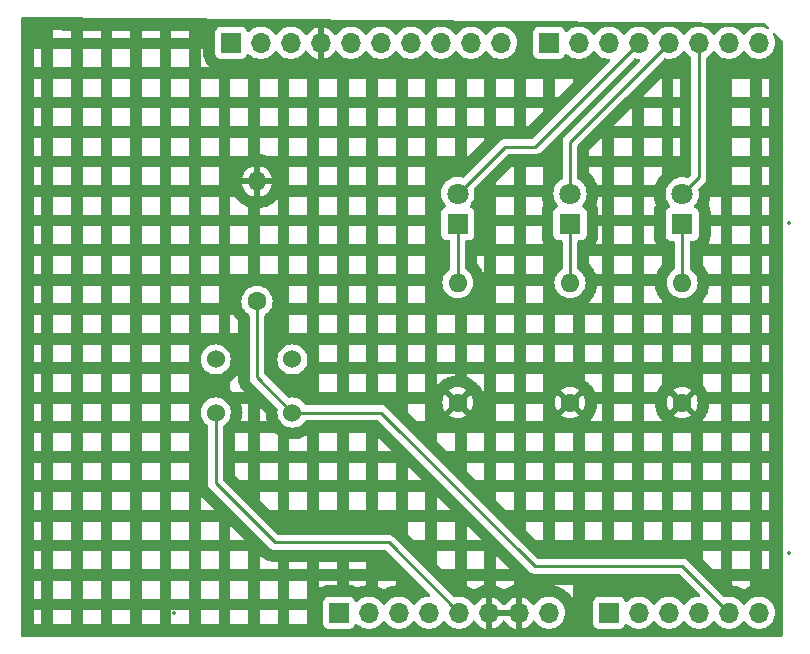
<source format=gtl>
%TF.GenerationSoftware,KiCad,Pcbnew,8.0.0*%
%TF.CreationDate,2024-03-31T18:51:28-04:00*%
%TF.ProjectId,2_spaceship_interface_shield,325f7370-6163-4657-9368-69705f696e74,rev?*%
%TF.SameCoordinates,Original*%
%TF.FileFunction,Copper,L1,Top*%
%TF.FilePolarity,Positive*%
%FSLAX46Y46*%
G04 Gerber Fmt 4.6, Leading zero omitted, Abs format (unit mm)*
G04 Created by KiCad (PCBNEW 8.0.0) date 2024-03-31 18:51:28*
%MOMM*%
%LPD*%
G01*
G04 APERTURE LIST*
%TA.AperFunction,ComponentPad*%
%ADD10R,1.700000X1.700000*%
%TD*%
%TA.AperFunction,ComponentPad*%
%ADD11O,1.700000X1.700000*%
%TD*%
%TA.AperFunction,ComponentPad*%
%ADD12C,1.600000*%
%TD*%
%TA.AperFunction,ComponentPad*%
%ADD13O,1.600000X1.600000*%
%TD*%
%TA.AperFunction,ComponentPad*%
%ADD14R,1.800000X1.800000*%
%TD*%
%TA.AperFunction,ComponentPad*%
%ADD15C,1.800000*%
%TD*%
%TA.AperFunction,ComponentPad*%
%ADD16C,1.524000*%
%TD*%
%TA.AperFunction,Conductor*%
%ADD17C,0.250000*%
%TD*%
%ADD18C,0.350000*%
G04 APERTURE END LIST*
D10*
%TO.P,J1,1,Pin_1*%
%TO.N,unconnected-(J1-Pin_1-Pad1)*%
X27940000Y2540000D03*
D11*
%TO.P,J1,2,Pin_2*%
%TO.N,/IOREF*%
X30480000Y2540000D03*
%TO.P,J1,3,Pin_3*%
%TO.N,/~{RESET}*%
X33020000Y2540000D03*
%TO.P,J1,4,Pin_4*%
%TO.N,+3V3*%
X35560000Y2540000D03*
%TO.P,J1,5,Pin_5*%
%TO.N,+5V*%
X38100000Y2540000D03*
%TO.P,J1,6,Pin_6*%
%TO.N,GND*%
X40640000Y2540000D03*
%TO.P,J1,7,Pin_7*%
X43180000Y2540000D03*
%TO.P,J1,8,Pin_8*%
%TO.N,VCC*%
X45720000Y2540000D03*
%TD*%
D10*
%TO.P,J3,1,Pin_1*%
%TO.N,/A0*%
X50800000Y2540000D03*
D11*
%TO.P,J3,2,Pin_2*%
%TO.N,/A1*%
X53340000Y2540000D03*
%TO.P,J3,3,Pin_3*%
%TO.N,/A2*%
X55880000Y2540000D03*
%TO.P,J3,4,Pin_4*%
%TO.N,/A3*%
X58420000Y2540000D03*
%TO.P,J3,5,Pin_5*%
%TO.N,/SDA{slash}A4*%
X60960000Y2540000D03*
%TO.P,J3,6,Pin_6*%
%TO.N,/SCL{slash}A5*%
X63500000Y2540000D03*
%TD*%
D10*
%TO.P,J2,1,Pin_1*%
%TO.N,/SCL{slash}A5*%
X18796000Y50800000D03*
D11*
%TO.P,J2,2,Pin_2*%
%TO.N,/SDA{slash}A4*%
X21336000Y50800000D03*
%TO.P,J2,3,Pin_3*%
%TO.N,/AREF*%
X23876000Y50800000D03*
%TO.P,J2,4,Pin_4*%
%TO.N,GND*%
X26416000Y50800000D03*
%TO.P,J2,5,Pin_5*%
%TO.N,/13*%
X28956000Y50800000D03*
%TO.P,J2,6,Pin_6*%
%TO.N,/12*%
X31496000Y50800000D03*
%TO.P,J2,7,Pin_7*%
%TO.N,/\u002A11*%
X34036000Y50800000D03*
%TO.P,J2,8,Pin_8*%
%TO.N,/\u002A10*%
X36576000Y50800000D03*
%TO.P,J2,9,Pin_9*%
%TO.N,/\u002A9*%
X39116000Y50800000D03*
%TO.P,J2,10,Pin_10*%
%TO.N,/8*%
X41656000Y50800000D03*
%TD*%
D10*
%TO.P,J4,1,Pin_1*%
%TO.N,/7*%
X45720000Y50800000D03*
D11*
%TO.P,J4,2,Pin_2*%
%TO.N,/\u002A6*%
X48260000Y50800000D03*
%TO.P,J4,3,Pin_3*%
%TO.N,/\u002A5*%
X50800000Y50800000D03*
%TO.P,J4,4,Pin_4*%
%TO.N,/4*%
X53340000Y50800000D03*
%TO.P,J4,5,Pin_5*%
%TO.N,/\u002A3*%
X55880000Y50800000D03*
%TO.P,J4,6,Pin_6*%
%TO.N,/2*%
X58420000Y50800000D03*
%TO.P,J4,7,Pin_7*%
%TO.N,/TX{slash}1*%
X60960000Y50800000D03*
%TO.P,J4,8,Pin_8*%
%TO.N,/RX{slash}0*%
X63500000Y50800000D03*
%TD*%
D12*
%TO.P,R1,1*%
%TO.N,/SDA{slash}A4*%
X21000000Y28920000D03*
D13*
%TO.P,R1,2*%
%TO.N,GND*%
X21000000Y39080000D03*
%TD*%
D12*
%TO.P,R3,1*%
%TO.N,GND*%
X47500000Y20340000D03*
D13*
%TO.P,R3,2*%
%TO.N,Net-(D2-K)*%
X47500000Y30500000D03*
%TD*%
D14*
%TO.P,D1,1,K*%
%TO.N,Net-(D1-K)*%
X57000000Y35460000D03*
D15*
%TO.P,D1,2,A*%
%TO.N,/2*%
X57000000Y38000000D03*
%TD*%
D14*
%TO.P,D2,1,K*%
%TO.N,Net-(D2-K)*%
X47500000Y35500000D03*
D15*
%TO.P,D2,2,A*%
%TO.N,/\u002A3*%
X47500000Y38040000D03*
%TD*%
D12*
%TO.P,R4,1*%
%TO.N,GND*%
X38000000Y20340000D03*
D13*
%TO.P,R4,2*%
%TO.N,Net-(D3-K)*%
X38000000Y30500000D03*
%TD*%
D12*
%TO.P,R2,1*%
%TO.N,GND*%
X57000000Y20340000D03*
D13*
%TO.P,R2,2*%
%TO.N,Net-(D1-K)*%
X57000000Y30500000D03*
%TD*%
D14*
%TO.P,D3,1,K*%
%TO.N,Net-(D3-K)*%
X38000000Y35500000D03*
D15*
%TO.P,D3,2,A*%
%TO.N,/4*%
X38000000Y38040000D03*
%TD*%
D16*
%TO.P,SW1,1,1*%
%TO.N,/SDA{slash}A4*%
X24000000Y19500000D03*
%TO.P,SW1,2,2*%
%TO.N,+5V*%
X17500000Y19500000D03*
%TO.P,SW1,3*%
%TO.N,N/C*%
X17500000Y24000000D03*
%TO.P,SW1,4*%
X24000000Y24000000D03*
%TD*%
D17*
%TO.N,+5V*%
X17500000Y13500000D02*
X22500000Y8500000D01*
X32140000Y8500000D02*
X38100000Y2540000D01*
X17500000Y19500000D02*
X17500000Y13500000D01*
X22500000Y8500000D02*
X32140000Y8500000D01*
%TO.N,/SDA{slash}A4*%
X24000000Y19500000D02*
X31500000Y19500000D01*
X31500000Y19500000D02*
X44500000Y6500000D01*
X21000000Y22500000D02*
X21000000Y28920000D01*
X24000000Y19500000D02*
X21000000Y22500000D01*
X44500000Y6500000D02*
X57000000Y6500000D01*
X57000000Y6500000D02*
X60960000Y2540000D01*
%TO.N,/4*%
X53340000Y50800000D02*
X44540000Y42000000D01*
X44540000Y42000000D02*
X41960000Y42000000D01*
X41960000Y42000000D02*
X38000000Y38040000D01*
%TO.N,/2*%
X58420000Y39420000D02*
X57000000Y38000000D01*
X58420000Y50800000D02*
X58420000Y39420000D01*
%TO.N,/\u002A3*%
X55880000Y50800000D02*
X47500000Y42420000D01*
X47500000Y42420000D02*
X47500000Y38040000D01*
%TO.N,Net-(D1-K)*%
X57000000Y35460000D02*
X57000000Y30500000D01*
%TO.N,Net-(D2-K)*%
X47500000Y35500000D02*
X47500000Y30500000D01*
%TO.N,Net-(D3-K)*%
X38000000Y35500000D02*
X38000000Y30500000D01*
%TD*%
%TA.AperFunction,Conductor*%
%TO.N,GND*%
G36*
X42714075Y2732993D02*
G01*
X42680000Y2605826D01*
X42680000Y2474174D01*
X42714075Y2347007D01*
X42746988Y2290000D01*
X41073012Y2290000D01*
X41105925Y2347007D01*
X41140000Y2474174D01*
X41140000Y2605826D01*
X41105925Y2732993D01*
X41073012Y2790000D01*
X42746988Y2790000D01*
X42714075Y2732993D01*
G37*
%TD.AperFunction*%
%TA.AperFunction,Conductor*%
G36*
X63949217Y52500404D02*
G01*
X64016095Y52480188D01*
X64035911Y52464089D01*
X64326455Y52173545D01*
X64359940Y52112222D01*
X64354956Y52042530D01*
X64313084Y51986597D01*
X64247620Y51962180D01*
X64179757Y51976809D01*
X64047580Y52048339D01*
X64047577Y52048341D01*
X64047574Y52048342D01*
X64047571Y52048343D01*
X64047569Y52048344D01*
X63834637Y52121444D01*
X63612569Y52158500D01*
X63387431Y52158500D01*
X63165362Y52121444D01*
X62952430Y52048344D01*
X62952419Y52048339D01*
X62754427Y51941192D01*
X62754422Y51941188D01*
X62576761Y51802908D01*
X62576756Y51802903D01*
X62424284Y51637277D01*
X62424276Y51637266D01*
X62333808Y51498794D01*
X62280662Y51453438D01*
X62211431Y51444014D01*
X62148095Y51473516D01*
X62126192Y51498794D01*
X62061170Y51598317D01*
X62035722Y51637268D01*
X62035719Y51637271D01*
X62035715Y51637277D01*
X61883243Y51802903D01*
X61883238Y51802908D01*
X61705577Y51941188D01*
X61705572Y51941192D01*
X61507580Y52048339D01*
X61507577Y52048341D01*
X61507574Y52048342D01*
X61507571Y52048343D01*
X61507569Y52048344D01*
X61294637Y52121444D01*
X61072569Y52158500D01*
X60847431Y52158500D01*
X60625362Y52121444D01*
X60412430Y52048344D01*
X60412419Y52048339D01*
X60214427Y51941192D01*
X60214422Y51941188D01*
X60036761Y51802908D01*
X60036756Y51802903D01*
X59884284Y51637277D01*
X59884276Y51637266D01*
X59793808Y51498794D01*
X59740662Y51453438D01*
X59671431Y51444014D01*
X59608095Y51473516D01*
X59586192Y51498794D01*
X59521170Y51598317D01*
X59495722Y51637268D01*
X59495719Y51637271D01*
X59495715Y51637277D01*
X59343243Y51802903D01*
X59343238Y51802908D01*
X59165577Y51941188D01*
X59165572Y51941192D01*
X58967580Y52048339D01*
X58967577Y52048341D01*
X58967574Y52048342D01*
X58967571Y52048343D01*
X58967569Y52048344D01*
X58754637Y52121444D01*
X58532569Y52158500D01*
X58307431Y52158500D01*
X58085362Y52121444D01*
X57872430Y52048344D01*
X57872419Y52048339D01*
X57674427Y51941192D01*
X57674422Y51941188D01*
X57496761Y51802908D01*
X57496756Y51802903D01*
X57344284Y51637277D01*
X57344276Y51637266D01*
X57253808Y51498794D01*
X57200662Y51453438D01*
X57131431Y51444014D01*
X57068095Y51473516D01*
X57046192Y51498794D01*
X56981170Y51598317D01*
X56955722Y51637268D01*
X56955719Y51637271D01*
X56955715Y51637277D01*
X56803243Y51802903D01*
X56803238Y51802908D01*
X56625577Y51941188D01*
X56625572Y51941192D01*
X56427580Y52048339D01*
X56427577Y52048341D01*
X56427574Y52048342D01*
X56427571Y52048343D01*
X56427569Y52048344D01*
X56214637Y52121444D01*
X55992569Y52158500D01*
X55767431Y52158500D01*
X55545362Y52121444D01*
X55332430Y52048344D01*
X55332419Y52048339D01*
X55134427Y51941192D01*
X55134422Y51941188D01*
X54956761Y51802908D01*
X54956756Y51802903D01*
X54804284Y51637277D01*
X54804276Y51637266D01*
X54713808Y51498794D01*
X54660662Y51453438D01*
X54591431Y51444014D01*
X54528095Y51473516D01*
X54506192Y51498794D01*
X54441170Y51598317D01*
X54415722Y51637268D01*
X54415719Y51637271D01*
X54415715Y51637277D01*
X54263243Y51802903D01*
X54263238Y51802908D01*
X54085577Y51941188D01*
X54085572Y51941192D01*
X53887580Y52048339D01*
X53887577Y52048341D01*
X53887574Y52048342D01*
X53887571Y52048343D01*
X53887569Y52048344D01*
X53674637Y52121444D01*
X53452569Y52158500D01*
X53227431Y52158500D01*
X53005362Y52121444D01*
X52792430Y52048344D01*
X52792419Y52048339D01*
X52594427Y51941192D01*
X52594422Y51941188D01*
X52416761Y51802908D01*
X52416756Y51802903D01*
X52264284Y51637277D01*
X52264276Y51637266D01*
X52173808Y51498794D01*
X52120662Y51453438D01*
X52051431Y51444014D01*
X51988095Y51473516D01*
X51966192Y51498794D01*
X51901170Y51598317D01*
X51875722Y51637268D01*
X51875719Y51637271D01*
X51875715Y51637277D01*
X51723243Y51802903D01*
X51723238Y51802908D01*
X51545577Y51941188D01*
X51545572Y51941192D01*
X51347580Y52048339D01*
X51347577Y52048341D01*
X51347574Y52048342D01*
X51347571Y52048343D01*
X51347569Y52048344D01*
X51134637Y52121444D01*
X50912569Y52158500D01*
X50687431Y52158500D01*
X50465362Y52121444D01*
X50252430Y52048344D01*
X50252419Y52048339D01*
X50054427Y51941192D01*
X50054422Y51941188D01*
X49876761Y51802908D01*
X49876756Y51802903D01*
X49724284Y51637277D01*
X49724276Y51637266D01*
X49633808Y51498794D01*
X49580662Y51453438D01*
X49511431Y51444014D01*
X49448095Y51473516D01*
X49426192Y51498794D01*
X49361170Y51598317D01*
X49335722Y51637268D01*
X49335719Y51637271D01*
X49335715Y51637277D01*
X49183243Y51802903D01*
X49183238Y51802908D01*
X49005577Y51941188D01*
X49005572Y51941192D01*
X48807580Y52048339D01*
X48807577Y52048341D01*
X48807574Y52048342D01*
X48807571Y52048343D01*
X48807569Y52048344D01*
X48594637Y52121444D01*
X48372569Y52158500D01*
X48147431Y52158500D01*
X47925362Y52121444D01*
X47712430Y52048344D01*
X47712419Y52048339D01*
X47514427Y51941192D01*
X47514422Y51941188D01*
X47336761Y51802908D01*
X47273548Y51734240D01*
X47213661Y51698250D01*
X47143823Y51700351D01*
X47086207Y51739876D01*
X47066138Y51774890D01*
X47020889Y51896204D01*
X46987214Y51941188D01*
X46933261Y52013261D01*
X46816204Y52100889D01*
X46679203Y52151989D01*
X46618654Y52158500D01*
X46618638Y52158500D01*
X44821362Y52158500D01*
X44821345Y52158500D01*
X44760797Y52151989D01*
X44760795Y52151989D01*
X44623795Y52100889D01*
X44506739Y52013261D01*
X44419111Y51896205D01*
X44368011Y51759205D01*
X44368011Y51759203D01*
X44361500Y51698655D01*
X44361500Y49901346D01*
X44368011Y49840798D01*
X44368011Y49840796D01*
X44419111Y49703796D01*
X44506739Y49586739D01*
X44623796Y49499111D01*
X44760799Y49448011D01*
X44788050Y49445082D01*
X44821345Y49441501D01*
X44821362Y49441500D01*
X46618638Y49441500D01*
X46618654Y49441501D01*
X46645692Y49444409D01*
X46679201Y49448011D01*
X46816204Y49499111D01*
X46933261Y49586739D01*
X47020889Y49703796D01*
X47066138Y49825113D01*
X47108009Y49881044D01*
X47173474Y49905461D01*
X47241746Y49890609D01*
X47273545Y49865764D01*
X47336760Y49797094D01*
X47514424Y49658811D01*
X47514425Y49658811D01*
X47514427Y49658809D01*
X47561516Y49633326D01*
X47712426Y49551658D01*
X47925365Y49478556D01*
X48147431Y49441500D01*
X48372569Y49441500D01*
X48594635Y49478556D01*
X48807574Y49551658D01*
X49005576Y49658811D01*
X49183240Y49797094D01*
X49304594Y49928918D01*
X49335715Y49962724D01*
X49335715Y49962725D01*
X49335722Y49962732D01*
X49426193Y50101210D01*
X49479338Y50146563D01*
X49548569Y50155987D01*
X49611905Y50126485D01*
X49633804Y50101213D01*
X49724278Y49962732D01*
X49724283Y49962727D01*
X49724284Y49962724D01*
X49845240Y49831333D01*
X49876760Y49797094D01*
X50054424Y49658811D01*
X50054425Y49658811D01*
X50054427Y49658809D01*
X50101516Y49633326D01*
X50252426Y49551658D01*
X50465365Y49478556D01*
X50687431Y49441500D01*
X50786233Y49441500D01*
X50853272Y49421815D01*
X50899027Y49369011D01*
X50908971Y49299853D01*
X50879946Y49236297D01*
X50873914Y49229819D01*
X44313915Y42669819D01*
X44252592Y42636334D01*
X44226234Y42633500D01*
X41897602Y42633500D01*
X41775219Y42609157D01*
X41775214Y42609155D01*
X41741448Y42595171D01*
X41741449Y42595170D01*
X41659926Y42561402D01*
X41659922Y42561400D01*
X41556171Y42492076D01*
X41556163Y42492070D01*
X38496394Y39432300D01*
X38435071Y39398815D01*
X38368450Y39402700D01*
X38346954Y39410080D01*
X38174271Y39438895D01*
X38116712Y39448500D01*
X37883288Y39448500D01*
X37837240Y39440816D01*
X37653045Y39410080D01*
X37432280Y39334290D01*
X37432266Y39334284D01*
X37226988Y39223194D01*
X37226985Y39223192D01*
X37042781Y39079819D01*
X37042776Y39079815D01*
X36884686Y38908085D01*
X36757015Y38712669D01*
X36663251Y38498908D01*
X36605948Y38272623D01*
X36586673Y38040006D01*
X36586673Y38039995D01*
X36605948Y37807378D01*
X36663251Y37581093D01*
X36757015Y37367332D01*
X36884686Y37171916D01*
X36971856Y37077225D01*
X37002779Y37014571D01*
X36994919Y36945145D01*
X36950772Y36890989D01*
X36923963Y36877061D01*
X36853794Y36850889D01*
X36736739Y36763261D01*
X36649111Y36646205D01*
X36598011Y36509205D01*
X36598011Y36509203D01*
X36591500Y36448655D01*
X36591500Y34551346D01*
X36598011Y34490798D01*
X36598011Y34490796D01*
X36649111Y34353796D01*
X36736739Y34236739D01*
X36853796Y34149111D01*
X36990799Y34098011D01*
X37018050Y34095082D01*
X37051345Y34091501D01*
X37051362Y34091500D01*
X37242500Y34091500D01*
X37309539Y34071815D01*
X37355294Y34019011D01*
X37366500Y33967500D01*
X37366500Y31718353D01*
X37346815Y31651314D01*
X37313624Y31616779D01*
X37155699Y31506198D01*
X36993806Y31344305D01*
X36993803Y31344302D01*
X36993802Y31344300D01*
X36941879Y31270146D01*
X36862476Y31156748D01*
X36862475Y31156746D01*
X36765718Y30949250D01*
X36765714Y30949239D01*
X36706457Y30728090D01*
X36706456Y30728082D01*
X36686502Y30500002D01*
X36686502Y30499999D01*
X36706456Y30271919D01*
X36706457Y30271911D01*
X36765714Y30050762D01*
X36765718Y30050751D01*
X36823798Y29926198D01*
X36862477Y29843251D01*
X36993802Y29655700D01*
X37155700Y29493802D01*
X37343251Y29362477D01*
X37422751Y29325406D01*
X37550750Y29265719D01*
X37550752Y29265719D01*
X37550757Y29265716D01*
X37771913Y29206457D01*
X37934832Y29192204D01*
X37999998Y29186502D01*
X38000000Y29186502D01*
X38000002Y29186502D01*
X38057021Y29191491D01*
X38228087Y29206457D01*
X38449243Y29265716D01*
X38656749Y29362477D01*
X38844300Y29493802D01*
X39006198Y29655700D01*
X39137523Y29843251D01*
X39234284Y30050757D01*
X39287943Y30251013D01*
X41248000Y30251013D01*
X41248000Y28749013D01*
X42750000Y28749013D01*
X42750000Y30251013D01*
X43748000Y30251013D01*
X43748000Y28749013D01*
X45250000Y28749013D01*
X49008906Y28749013D01*
X50250000Y28749013D01*
X50250000Y30251013D01*
X51248000Y30251013D01*
X51248000Y28749013D01*
X52750000Y28749013D01*
X52750000Y30251013D01*
X53748000Y30251013D01*
X53748000Y28749013D01*
X55250000Y28749013D01*
X58748000Y28749013D01*
X60250000Y28749013D01*
X60250000Y30251013D01*
X61248000Y30251013D01*
X61248000Y28749013D01*
X62750000Y28749013D01*
X62750000Y30251013D01*
X63748000Y30251013D01*
X63748000Y28749013D01*
X64376000Y28749013D01*
X64376000Y30251013D01*
X63748000Y30251013D01*
X62750000Y30251013D01*
X61248000Y30251013D01*
X60250000Y30251013D01*
X59293526Y30251013D01*
X59285847Y30163238D01*
X59285258Y30157861D01*
X59280987Y30125417D01*
X59280165Y30120071D01*
X59272602Y30077175D01*
X59271546Y30071868D01*
X59264461Y30039908D01*
X59263175Y30034651D01*
X59192639Y29771409D01*
X59191124Y29766212D01*
X59181275Y29734978D01*
X59179535Y29729854D01*
X59164636Y29688924D01*
X59162675Y29683882D01*
X59150156Y29653662D01*
X59147979Y29648715D01*
X59032817Y29401747D01*
X59030425Y29396895D01*
X59015317Y29367872D01*
X59012715Y29363130D01*
X58990936Y29325406D01*
X58988131Y29320782D01*
X58970539Y29293166D01*
X58967531Y29288664D01*
X58811221Y29065432D01*
X58808022Y29061070D01*
X58788103Y29035111D01*
X58784718Y29030893D01*
X58756721Y28997526D01*
X58753153Y28993458D01*
X58748000Y28987835D01*
X58748000Y28749013D01*
X55250000Y28749013D01*
X55250000Y28990018D01*
X55246847Y28993458D01*
X55243279Y28997526D01*
X55215282Y29030893D01*
X55211897Y29035111D01*
X55191978Y29061070D01*
X55188779Y29065432D01*
X55032469Y29288664D01*
X55029461Y29293166D01*
X55011869Y29320782D01*
X55009064Y29325406D01*
X54987285Y29363130D01*
X54984683Y29367872D01*
X54969575Y29396895D01*
X54967183Y29401747D01*
X54852021Y29648715D01*
X54849844Y29653662D01*
X54837325Y29683882D01*
X54835364Y29688924D01*
X54820465Y29729854D01*
X54818725Y29734978D01*
X54808876Y29766212D01*
X54807361Y29771409D01*
X54736825Y30034651D01*
X54735539Y30039908D01*
X54728454Y30071868D01*
X54727398Y30077175D01*
X54719835Y30120071D01*
X54719013Y30125417D01*
X54714742Y30157861D01*
X54714153Y30163238D01*
X54706474Y30251013D01*
X53748000Y30251013D01*
X52750000Y30251013D01*
X51248000Y30251013D01*
X50250000Y30251013D01*
X49793526Y30251013D01*
X49785847Y30163238D01*
X49785258Y30157861D01*
X49780987Y30125417D01*
X49780165Y30120071D01*
X49772602Y30077175D01*
X49771546Y30071868D01*
X49764461Y30039908D01*
X49763175Y30034651D01*
X49692639Y29771409D01*
X49691124Y29766212D01*
X49681275Y29734978D01*
X49679535Y29729854D01*
X49664636Y29688924D01*
X49662675Y29683882D01*
X49650156Y29653662D01*
X49647979Y29648715D01*
X49532817Y29401747D01*
X49530425Y29396895D01*
X49515317Y29367872D01*
X49512715Y29363130D01*
X49490936Y29325406D01*
X49488131Y29320782D01*
X49470539Y29293166D01*
X49467531Y29288664D01*
X49311221Y29065432D01*
X49308022Y29061070D01*
X49288103Y29035111D01*
X49284718Y29030893D01*
X49256721Y28997526D01*
X49253153Y28993458D01*
X49231035Y28969320D01*
X49227293Y28965411D01*
X49034589Y28772707D01*
X49030680Y28768965D01*
X49008906Y28749013D01*
X45250000Y28749013D01*
X45250000Y29985482D01*
X45236825Y30034651D01*
X45235539Y30039908D01*
X45228454Y30071868D01*
X45227398Y30077175D01*
X45219835Y30120071D01*
X45219013Y30125417D01*
X45214742Y30157861D01*
X45214153Y30163238D01*
X45206474Y30251013D01*
X43748000Y30251013D01*
X42750000Y30251013D01*
X41248000Y30251013D01*
X39287943Y30251013D01*
X39293543Y30271913D01*
X39313498Y30500000D01*
X39293543Y30728087D01*
X39234284Y30949243D01*
X39137523Y31156749D01*
X39006198Y31344300D01*
X38844300Y31506198D01*
X38686376Y31616779D01*
X38642751Y31671356D01*
X38633500Y31718353D01*
X38633500Y32751013D01*
X39631500Y32751013D01*
X39631500Y32130382D01*
X39727293Y32034589D01*
X39731035Y32030680D01*
X39753153Y32006542D01*
X39756721Y32002474D01*
X39784718Y31969107D01*
X39788103Y31964889D01*
X39808022Y31938930D01*
X39811221Y31934568D01*
X39967531Y31711336D01*
X39970539Y31706834D01*
X39988131Y31679218D01*
X39990936Y31674594D01*
X40012715Y31636870D01*
X40015317Y31632128D01*
X40030425Y31603105D01*
X40032817Y31598253D01*
X40147979Y31351285D01*
X40150156Y31346338D01*
X40162675Y31316118D01*
X40164636Y31311076D01*
X40179535Y31270146D01*
X40181275Y31265022D01*
X40186323Y31249013D01*
X40250000Y31249013D01*
X40250000Y32751013D01*
X41248000Y32751013D01*
X41248000Y31249013D01*
X42750000Y31249013D01*
X42750000Y32751013D01*
X43748000Y32751013D01*
X43748000Y31249013D01*
X45250000Y31249013D01*
X45250000Y32751013D01*
X43748000Y32751013D01*
X42750000Y32751013D01*
X41248000Y32751013D01*
X40250000Y32751013D01*
X39631500Y32751013D01*
X38633500Y32751013D01*
X38633500Y33967500D01*
X38653185Y34034539D01*
X38705989Y34080294D01*
X38757500Y34091500D01*
X38948638Y34091500D01*
X38948654Y34091501D01*
X38975692Y34094409D01*
X39009201Y34098011D01*
X39146204Y34149111D01*
X39263261Y34236739D01*
X39350889Y34353796D01*
X39401989Y34490799D01*
X39407065Y34538013D01*
X39408499Y34551346D01*
X39408500Y34551363D01*
X39408500Y35251013D01*
X41248000Y35251013D01*
X41248000Y33749013D01*
X42750000Y33749013D01*
X42750000Y35251013D01*
X43748000Y35251013D01*
X43748000Y33749013D01*
X45250000Y33749013D01*
X45250000Y33919395D01*
X45229882Y33963448D01*
X45226496Y33971624D01*
X45152032Y34171264D01*
X45149551Y34178608D01*
X45135939Y34223487D01*
X45133923Y34230968D01*
X45119579Y34291683D01*
X45118035Y34299271D01*
X45110131Y34345444D01*
X45109064Y34353110D01*
X45097789Y34457974D01*
X45097477Y34461285D01*
X45095864Y34481333D01*
X45095642Y34484648D01*
X45094213Y34511335D01*
X45094080Y34514651D01*
X45093544Y34534699D01*
X45093500Y34538013D01*
X45093500Y35251013D01*
X43748000Y35251013D01*
X42750000Y35251013D01*
X41248000Y35251013D01*
X39408500Y35251013D01*
X39408500Y36448638D01*
X39408499Y36448655D01*
X39402760Y36502026D01*
X39401989Y36509201D01*
X39398458Y36518667D01*
X39365808Y36606205D01*
X39350889Y36646204D01*
X39263261Y36763261D01*
X39146204Y36850889D01*
X39145936Y36850989D01*
X39076037Y36877061D01*
X39020104Y36918933D01*
X38995688Y36984398D01*
X39010541Y37052671D01*
X39028138Y37077220D01*
X39115314Y37171917D01*
X39242984Y37367331D01*
X39336749Y37581093D01*
X39379778Y37751013D01*
X41248000Y37751013D01*
X41248000Y36249013D01*
X42750000Y36249013D01*
X42750000Y37751013D01*
X43748000Y37751013D01*
X43748000Y36249013D01*
X45093500Y36249013D01*
X45093500Y36461987D01*
X45093544Y36465301D01*
X45094080Y36485349D01*
X45094213Y36488665D01*
X45095642Y36515352D01*
X45095864Y36518667D01*
X45097477Y36538715D01*
X45097789Y36542026D01*
X45109064Y36646890D01*
X45110131Y36654556D01*
X45118035Y36700729D01*
X45119579Y36708317D01*
X45133923Y36769032D01*
X45135939Y36776513D01*
X45149551Y36821392D01*
X45152032Y36828736D01*
X45226496Y37028376D01*
X45229882Y37036552D01*
X45250000Y37080606D01*
X45250000Y37178627D01*
X45241024Y37199090D01*
X45239063Y37203823D01*
X45227795Y37232699D01*
X45226032Y37237510D01*
X45212632Y37276539D01*
X45211068Y37281421D01*
X45202217Y37311149D01*
X45200855Y37316093D01*
X45133421Y37582386D01*
X45132266Y37587378D01*
X45125901Y37617732D01*
X45124952Y37622776D01*
X45118162Y37663477D01*
X45117424Y37668545D01*
X45113590Y37699306D01*
X45113062Y37704402D01*
X45109200Y37751013D01*
X43748000Y37751013D01*
X42750000Y37751013D01*
X41248000Y37751013D01*
X39379778Y37751013D01*
X39394051Y37807374D01*
X39410012Y37999995D01*
X39413327Y38039995D01*
X39413327Y38040006D01*
X39394052Y38272618D01*
X39394050Y38272630D01*
X39357694Y38416196D01*
X39360319Y38486016D01*
X39390217Y38534315D01*
X39604915Y38749013D01*
X41248000Y38749013D01*
X42750000Y38749013D01*
X42750000Y40251013D01*
X43748000Y40251013D01*
X43748000Y38749013D01*
X45197083Y38749013D01*
X45200855Y38763907D01*
X45202217Y38768851D01*
X45211068Y38798579D01*
X45212632Y38803461D01*
X45226032Y38842490D01*
X45227795Y38847301D01*
X45239063Y38876177D01*
X45241024Y38880909D01*
X45250000Y38901373D01*
X45250000Y40251013D01*
X43748000Y40251013D01*
X42750000Y40251013D01*
X42518302Y40251013D01*
X41248000Y38980714D01*
X41248000Y38749013D01*
X39604915Y38749013D01*
X42186086Y41330181D01*
X42247409Y41363666D01*
X42273767Y41366500D01*
X44602395Y41366500D01*
X44602396Y41366501D01*
X44724785Y41390845D01*
X44840075Y41438600D01*
X44943833Y41507929D01*
X52883009Y49447107D01*
X52944330Y49480590D01*
X53001143Y49479626D01*
X53005356Y49478559D01*
X53005365Y49478556D01*
X53227431Y49441500D01*
X53326232Y49441500D01*
X53393271Y49421815D01*
X53439026Y49369011D01*
X53448970Y49299853D01*
X53419945Y49236297D01*
X53413913Y49229819D01*
X51701385Y47517290D01*
X47096167Y42912071D01*
X47052047Y42867951D01*
X47007927Y42823832D01*
X46938603Y42720082D01*
X46938598Y42720073D01*
X46890845Y42604786D01*
X46890843Y42604778D01*
X46866500Y42482399D01*
X46866500Y39372582D01*
X46846815Y39305543D01*
X46801519Y39263528D01*
X46726988Y39223194D01*
X46726985Y39223192D01*
X46542781Y39079819D01*
X46542776Y39079815D01*
X46384686Y38908085D01*
X46257015Y38712669D01*
X46163251Y38498908D01*
X46105948Y38272623D01*
X46086673Y38040006D01*
X46086673Y38039995D01*
X46105948Y37807378D01*
X46163251Y37581093D01*
X46257015Y37367332D01*
X46384686Y37171916D01*
X46471856Y37077225D01*
X46502779Y37014571D01*
X46494919Y36945145D01*
X46450772Y36890989D01*
X46423963Y36877061D01*
X46353794Y36850889D01*
X46236739Y36763261D01*
X46149111Y36646205D01*
X46098011Y36509205D01*
X46098011Y36509203D01*
X46091500Y36448655D01*
X46091500Y34551346D01*
X46098011Y34490798D01*
X46098011Y34490796D01*
X46149111Y34353796D01*
X46236739Y34236739D01*
X46353796Y34149111D01*
X46490799Y34098011D01*
X46518050Y34095082D01*
X46551345Y34091501D01*
X46551362Y34091500D01*
X46742500Y34091500D01*
X46809539Y34071815D01*
X46855294Y34019011D01*
X46866500Y33967500D01*
X46866500Y31718353D01*
X46846815Y31651314D01*
X46813624Y31616779D01*
X46655699Y31506198D01*
X46493806Y31344305D01*
X46493803Y31344302D01*
X46493802Y31344300D01*
X46441879Y31270146D01*
X46362476Y31156748D01*
X46362475Y31156746D01*
X46265718Y30949250D01*
X46265714Y30949239D01*
X46206457Y30728090D01*
X46206456Y30728082D01*
X46186502Y30500002D01*
X46186502Y30499999D01*
X46206456Y30271919D01*
X46206457Y30271911D01*
X46265714Y30050762D01*
X46265718Y30050751D01*
X46323798Y29926198D01*
X46362477Y29843251D01*
X46493802Y29655700D01*
X46655700Y29493802D01*
X46843251Y29362477D01*
X46922751Y29325406D01*
X47050750Y29265719D01*
X47050752Y29265719D01*
X47050757Y29265716D01*
X47271913Y29206457D01*
X47434832Y29192204D01*
X47499998Y29186502D01*
X47500000Y29186502D01*
X47500002Y29186502D01*
X47557021Y29191491D01*
X47728087Y29206457D01*
X47949243Y29265716D01*
X48156749Y29362477D01*
X48344300Y29493802D01*
X48506198Y29655700D01*
X48637523Y29843251D01*
X48734284Y30050757D01*
X48793543Y30271913D01*
X48813498Y30500000D01*
X48793543Y30728087D01*
X48734284Y30949243D01*
X48637523Y31156749D01*
X48506198Y31344300D01*
X48344300Y31506198D01*
X48186376Y31616779D01*
X48142751Y31671356D01*
X48133500Y31718353D01*
X48133500Y32751013D01*
X49131500Y32751013D01*
X49131500Y32130382D01*
X49227293Y32034589D01*
X49231035Y32030680D01*
X49253153Y32006542D01*
X49256721Y32002474D01*
X49284718Y31969107D01*
X49288103Y31964889D01*
X49308022Y31938930D01*
X49311221Y31934568D01*
X49467531Y31711336D01*
X49470539Y31706834D01*
X49488131Y31679218D01*
X49490936Y31674594D01*
X49512715Y31636870D01*
X49515317Y31632128D01*
X49530425Y31603105D01*
X49532817Y31598253D01*
X49647979Y31351285D01*
X49650156Y31346338D01*
X49662675Y31316118D01*
X49664636Y31311076D01*
X49679535Y31270146D01*
X49681275Y31265022D01*
X49686323Y31249013D01*
X50250000Y31249013D01*
X50250000Y32751013D01*
X51248000Y32751013D01*
X51248000Y31249013D01*
X52750000Y31249013D01*
X52750000Y32751013D01*
X53748000Y32751013D01*
X53748000Y31249013D01*
X54813677Y31249013D01*
X54818725Y31265022D01*
X54820465Y31270146D01*
X54835364Y31311076D01*
X54837325Y31316118D01*
X54849844Y31346338D01*
X54852021Y31351285D01*
X54967183Y31598253D01*
X54969575Y31603105D01*
X54984683Y31632128D01*
X54987285Y31636870D01*
X55009064Y31674594D01*
X55011869Y31679218D01*
X55029461Y31706834D01*
X55032469Y31711336D01*
X55188779Y31934568D01*
X55191978Y31938930D01*
X55211897Y31964889D01*
X55215282Y31969107D01*
X55243279Y32002474D01*
X55246847Y32006542D01*
X55250000Y32009983D01*
X55250000Y32751013D01*
X53748000Y32751013D01*
X52750000Y32751013D01*
X51248000Y32751013D01*
X50250000Y32751013D01*
X49131500Y32751013D01*
X48133500Y32751013D01*
X48133500Y33749013D01*
X49644811Y33749013D01*
X50250000Y33749013D01*
X50250000Y35251013D01*
X51248000Y35251013D01*
X51248000Y33749013D01*
X52750000Y33749013D01*
X52750000Y35251013D01*
X53748000Y35251013D01*
X53748000Y33749013D01*
X54825503Y33749013D01*
X54823752Y33751535D01*
X54794780Y33796617D01*
X54790261Y33804234D01*
X54756089Y33866822D01*
X54752129Y33874733D01*
X54729882Y33923448D01*
X54726496Y33931624D01*
X54652032Y34131264D01*
X54649551Y34138608D01*
X54635939Y34183487D01*
X54633923Y34190968D01*
X54619579Y34251683D01*
X54618035Y34259271D01*
X54610131Y34305444D01*
X54609064Y34313110D01*
X54597789Y34417974D01*
X54597477Y34421285D01*
X54595864Y34441333D01*
X54595642Y34444648D01*
X54594213Y34471335D01*
X54594080Y34474651D01*
X54593544Y34494699D01*
X54593500Y34498013D01*
X54593500Y35251013D01*
X53748000Y35251013D01*
X52750000Y35251013D01*
X51248000Y35251013D01*
X50250000Y35251013D01*
X49906500Y35251013D01*
X49906500Y34538013D01*
X49906456Y34534699D01*
X49905920Y34514651D01*
X49905787Y34511335D01*
X49904358Y34484648D01*
X49904136Y34481333D01*
X49902523Y34461285D01*
X49902211Y34457974D01*
X49890936Y34353110D01*
X49889869Y34345444D01*
X49881965Y34299271D01*
X49880421Y34291683D01*
X49866077Y34230968D01*
X49864061Y34223487D01*
X49850449Y34178608D01*
X49847968Y34171264D01*
X49773504Y33971624D01*
X49770118Y33963448D01*
X49747871Y33914733D01*
X49743911Y33906822D01*
X49709739Y33844234D01*
X49705220Y33836617D01*
X49676248Y33791535D01*
X49671199Y33784263D01*
X49644811Y33749013D01*
X48133500Y33749013D01*
X48133500Y33967500D01*
X48153185Y34034539D01*
X48205989Y34080294D01*
X48257500Y34091500D01*
X48448638Y34091500D01*
X48448654Y34091501D01*
X48475692Y34094409D01*
X48509201Y34098011D01*
X48646204Y34149111D01*
X48763261Y34236739D01*
X48850889Y34353796D01*
X48901989Y34490799D01*
X48907065Y34538013D01*
X48908499Y34551346D01*
X48908500Y34551363D01*
X48908500Y36448638D01*
X48908499Y36448655D01*
X48902760Y36502026D01*
X48901989Y36509201D01*
X48898458Y36518667D01*
X48865808Y36606205D01*
X48850889Y36646204D01*
X48763261Y36763261D01*
X48646204Y36850889D01*
X48645936Y36850989D01*
X48576037Y36877061D01*
X48520104Y36918933D01*
X48495688Y36984398D01*
X48510541Y37052671D01*
X48528138Y37077220D01*
X48572179Y37125061D01*
X49726503Y37125061D01*
X49743911Y37093178D01*
X49747871Y37085267D01*
X49770118Y37036552D01*
X49773504Y37028376D01*
X49847968Y36828736D01*
X49850449Y36821392D01*
X49864061Y36776513D01*
X49866077Y36769032D01*
X49880421Y36708317D01*
X49881965Y36700729D01*
X49889869Y36654556D01*
X49890936Y36646890D01*
X49902211Y36542026D01*
X49902523Y36538715D01*
X49904136Y36518667D01*
X49904358Y36515352D01*
X49905787Y36488665D01*
X49905920Y36485349D01*
X49906456Y36465301D01*
X49906500Y36461987D01*
X49906500Y36249013D01*
X50250000Y36249013D01*
X50250000Y37751013D01*
X51248000Y37751013D01*
X51248000Y36249013D01*
X52750000Y36249013D01*
X52750000Y37751013D01*
X53748000Y37751013D01*
X53748000Y36249013D01*
X54593500Y36249013D01*
X54593500Y36421987D01*
X54593544Y36425301D01*
X54594080Y36445349D01*
X54594213Y36448665D01*
X54595642Y36475352D01*
X54595864Y36478667D01*
X54597477Y36498715D01*
X54597789Y36502026D01*
X54609064Y36606890D01*
X54610131Y36614556D01*
X54618035Y36660729D01*
X54619579Y36668317D01*
X54633923Y36729032D01*
X54635939Y36736513D01*
X54649551Y36781392D01*
X54652032Y36788736D01*
X54726496Y36988376D01*
X54729882Y36996552D01*
X54752129Y37045267D01*
X54756089Y37053178D01*
X54773496Y37085060D01*
X54741024Y37159090D01*
X54739063Y37163823D01*
X54727795Y37192699D01*
X54726032Y37197510D01*
X54712632Y37236539D01*
X54711068Y37241421D01*
X54702217Y37271149D01*
X54700855Y37276093D01*
X54633421Y37542386D01*
X54632266Y37547378D01*
X54625901Y37577732D01*
X54624952Y37582776D01*
X54618162Y37623477D01*
X54617424Y37628545D01*
X54613590Y37659306D01*
X54613062Y37664402D01*
X54605885Y37751013D01*
X53748000Y37751013D01*
X52750000Y37751013D01*
X51248000Y37751013D01*
X50250000Y37751013D01*
X49890800Y37751013D01*
X49886938Y37704402D01*
X49886410Y37699306D01*
X49882576Y37668545D01*
X49881838Y37663477D01*
X49875048Y37622776D01*
X49874099Y37617732D01*
X49867734Y37587378D01*
X49866579Y37582386D01*
X49799145Y37316093D01*
X49797783Y37311149D01*
X49788932Y37281421D01*
X49787368Y37276539D01*
X49773968Y37237510D01*
X49772205Y37232699D01*
X49760937Y37203823D01*
X49758976Y37199090D01*
X49726503Y37125061D01*
X48572179Y37125061D01*
X48615314Y37171917D01*
X48742984Y37367331D01*
X48836749Y37581093D01*
X48894051Y37807374D01*
X48910012Y37999995D01*
X48913327Y38039995D01*
X48913327Y38040006D01*
X48897366Y38232623D01*
X48894051Y38272626D01*
X48836749Y38498907D01*
X48742984Y38712669D01*
X48712990Y38758579D01*
X48615313Y38908085D01*
X48457223Y39079815D01*
X48457222Y39079816D01*
X48457220Y39079818D01*
X48273017Y39223190D01*
X48273015Y39223191D01*
X48273014Y39223192D01*
X48273011Y39223194D01*
X48198481Y39263528D01*
X48148891Y39312748D01*
X48133500Y39372582D01*
X48133500Y40251013D01*
X49131500Y40251013D01*
X49131500Y39815587D01*
X49148342Y39800081D01*
X49152036Y39796536D01*
X49173952Y39774620D01*
X49177500Y39770922D01*
X49363534Y39568837D01*
X49366928Y39564995D01*
X49386961Y39541342D01*
X49390188Y39537368D01*
X49415536Y39504804D01*
X49418602Y39500692D01*
X49436627Y39475447D01*
X49439520Y39471213D01*
X49589761Y39241250D01*
X49592474Y39236904D01*
X49608345Y39210270D01*
X49610878Y39205812D01*
X49630517Y39169522D01*
X49632861Y39164969D01*
X49646481Y39137111D01*
X49648638Y39132457D01*
X49758976Y38880910D01*
X49760937Y38876177D01*
X49772205Y38847301D01*
X49773968Y38842490D01*
X49787368Y38803461D01*
X49788932Y38798579D01*
X49797783Y38768851D01*
X49799145Y38763907D01*
X49802917Y38749013D01*
X50250000Y38749013D01*
X50250000Y40251013D01*
X51248000Y40251013D01*
X51248000Y38749013D01*
X52750000Y38749013D01*
X52750000Y40251013D01*
X53748000Y40251013D01*
X53748000Y38749013D01*
X54708220Y38749013D01*
X54711068Y38758579D01*
X54712632Y38763461D01*
X54726032Y38802490D01*
X54727795Y38807301D01*
X54739063Y38836177D01*
X54741024Y38840910D01*
X54851362Y39092457D01*
X54853519Y39097111D01*
X54867139Y39124969D01*
X54869483Y39129522D01*
X54889122Y39165812D01*
X54891655Y39170270D01*
X54907526Y39196904D01*
X54910239Y39201250D01*
X55060480Y39431213D01*
X55063373Y39435447D01*
X55081398Y39460692D01*
X55084464Y39464804D01*
X55109812Y39497368D01*
X55113039Y39501342D01*
X55133072Y39524995D01*
X55136465Y39528837D01*
X55250000Y39652169D01*
X55250000Y40251013D01*
X53748000Y40251013D01*
X52750000Y40251013D01*
X51248000Y40251013D01*
X50250000Y40251013D01*
X49131500Y40251013D01*
X48133500Y40251013D01*
X48133500Y41249013D01*
X49131500Y41249013D01*
X50250000Y41249013D01*
X50250000Y42751013D01*
X51248000Y42751013D01*
X51248000Y41249013D01*
X52750000Y41249013D01*
X52750000Y42751013D01*
X53748000Y42751013D01*
X53748000Y41249013D01*
X55250000Y41249013D01*
X55250000Y42751013D01*
X56248000Y42751013D01*
X56248000Y41249013D01*
X56788500Y41249013D01*
X56788500Y42751013D01*
X56248000Y42751013D01*
X55250000Y42751013D01*
X53748000Y42751013D01*
X52750000Y42751013D01*
X51248000Y42751013D01*
X50250000Y42751013D01*
X50138300Y42751013D01*
X49131500Y41744213D01*
X49131500Y41249013D01*
X48133500Y41249013D01*
X48133500Y42106234D01*
X48153185Y42173273D01*
X48169819Y42193915D01*
X49724917Y43749013D01*
X51248000Y43749013D01*
X52750000Y43749013D01*
X52750000Y45251013D01*
X53748000Y45251013D01*
X53748000Y43749013D01*
X55250000Y43749013D01*
X55250000Y45251013D01*
X56248000Y45251013D01*
X56248000Y43749013D01*
X56788500Y43749013D01*
X56788500Y45251013D01*
X56248000Y45251013D01*
X55250000Y45251013D01*
X53748000Y45251013D01*
X52750000Y45251013D01*
X52638300Y45251013D01*
X51248000Y43860713D01*
X51248000Y43749013D01*
X49724917Y43749013D01*
X51226917Y45251013D01*
X52224917Y46249013D01*
X53748000Y46249013D01*
X55250000Y46249013D01*
X55250000Y47751013D01*
X56248000Y47751013D01*
X56248000Y46249013D01*
X56788500Y46249013D01*
X56788500Y47751013D01*
X56248000Y47751013D01*
X55250000Y47751013D01*
X55138300Y47751013D01*
X53748000Y46360713D01*
X53748000Y46249013D01*
X52224917Y46249013D01*
X55423009Y49447106D01*
X55484330Y49480589D01*
X55541128Y49479629D01*
X55545359Y49478558D01*
X55545365Y49478556D01*
X55767431Y49441500D01*
X55992569Y49441500D01*
X56214635Y49478556D01*
X56427574Y49551658D01*
X56625576Y49658811D01*
X56803240Y49797094D01*
X56924594Y49928918D01*
X56955715Y49962724D01*
X56955715Y49962725D01*
X56955722Y49962732D01*
X57046193Y50101210D01*
X57099338Y50146563D01*
X57168569Y50155987D01*
X57231905Y50126485D01*
X57253804Y50101213D01*
X57344278Y49962732D01*
X57344283Y49962727D01*
X57344284Y49962724D01*
X57465240Y49831333D01*
X57496760Y49797094D01*
X57674424Y49658811D01*
X57674426Y49658810D01*
X57674433Y49658805D01*
X57721516Y49633326D01*
X57771107Y49584108D01*
X57786500Y49524271D01*
X57786500Y39733767D01*
X57766815Y39666728D01*
X57750181Y39646086D01*
X57496394Y39392300D01*
X57435071Y39358815D01*
X57368450Y39362700D01*
X57346954Y39370080D01*
X57167170Y39400080D01*
X57116712Y39408500D01*
X56883288Y39408500D01*
X56837240Y39400816D01*
X56653045Y39370080D01*
X56432280Y39294290D01*
X56432266Y39294284D01*
X56226988Y39183194D01*
X56226985Y39183192D01*
X56042781Y39039819D01*
X56042776Y39039815D01*
X55884686Y38868085D01*
X55757015Y38672669D01*
X55663251Y38458908D01*
X55605948Y38232623D01*
X55586673Y38000006D01*
X55586673Y37999995D01*
X55605948Y37767378D01*
X55663251Y37541093D01*
X55757015Y37327332D01*
X55884686Y37131916D01*
X55971856Y37037225D01*
X56002779Y36974571D01*
X55994919Y36905145D01*
X55950772Y36850989D01*
X55923963Y36837061D01*
X55853794Y36810889D01*
X55736739Y36723261D01*
X55649111Y36606205D01*
X55598011Y36469205D01*
X55598011Y36469203D01*
X55591500Y36408655D01*
X55591500Y34511346D01*
X55598011Y34450798D01*
X55598011Y34450796D01*
X55634447Y34353110D01*
X55649111Y34313796D01*
X55736739Y34196739D01*
X55853796Y34109111D01*
X55990799Y34058011D01*
X56018050Y34055082D01*
X56051345Y34051501D01*
X56051362Y34051500D01*
X56242500Y34051500D01*
X56309539Y34031815D01*
X56355294Y33979011D01*
X56366500Y33927500D01*
X56366500Y31718353D01*
X56346815Y31651314D01*
X56313624Y31616779D01*
X56155699Y31506198D01*
X55993806Y31344305D01*
X55993803Y31344302D01*
X55993802Y31344300D01*
X55941879Y31270146D01*
X55862476Y31156748D01*
X55862475Y31156746D01*
X55765718Y30949250D01*
X55765714Y30949239D01*
X55706457Y30728090D01*
X55706456Y30728082D01*
X55686502Y30500002D01*
X55686502Y30499999D01*
X55706456Y30271919D01*
X55706457Y30271911D01*
X55765714Y30050762D01*
X55765718Y30050751D01*
X55823798Y29926198D01*
X55862477Y29843251D01*
X55993802Y29655700D01*
X56155700Y29493802D01*
X56343251Y29362477D01*
X56422751Y29325406D01*
X56550750Y29265719D01*
X56550752Y29265719D01*
X56550757Y29265716D01*
X56771913Y29206457D01*
X56934832Y29192204D01*
X56999998Y29186502D01*
X57000000Y29186502D01*
X57000002Y29186502D01*
X57057021Y29191491D01*
X57228087Y29206457D01*
X57449243Y29265716D01*
X57656749Y29362477D01*
X57844300Y29493802D01*
X58006198Y29655700D01*
X58137523Y29843251D01*
X58234284Y30050757D01*
X58293543Y30271913D01*
X58313498Y30500000D01*
X58293543Y30728087D01*
X58234284Y30949243D01*
X58137523Y31156749D01*
X58006198Y31344300D01*
X57844300Y31506198D01*
X57686376Y31616779D01*
X57642751Y31671356D01*
X57633500Y31718353D01*
X57633500Y32751013D01*
X58748000Y32751013D01*
X58748000Y32012166D01*
X58753153Y32006542D01*
X58756721Y32002474D01*
X58784718Y31969107D01*
X58788103Y31964889D01*
X58808022Y31938930D01*
X58811221Y31934568D01*
X58967531Y31711336D01*
X58970539Y31706834D01*
X58988131Y31679218D01*
X58990936Y31674594D01*
X59012715Y31636870D01*
X59015317Y31632128D01*
X59030425Y31603105D01*
X59032817Y31598253D01*
X59147979Y31351285D01*
X59150156Y31346338D01*
X59162675Y31316118D01*
X59164636Y31311076D01*
X59179535Y31270146D01*
X59181275Y31265022D01*
X59186323Y31249013D01*
X60250000Y31249013D01*
X60250000Y32751013D01*
X61248000Y32751013D01*
X61248000Y31249013D01*
X62750000Y31249013D01*
X62750000Y32751013D01*
X63748000Y32751013D01*
X63748000Y31249013D01*
X64376000Y31249013D01*
X64376000Y32751013D01*
X63748000Y32751013D01*
X62750000Y32751013D01*
X61248000Y32751013D01*
X60250000Y32751013D01*
X58748000Y32751013D01*
X57633500Y32751013D01*
X57633500Y33749013D01*
X59174497Y33749013D01*
X60250000Y33749013D01*
X60250000Y35251013D01*
X61248000Y35251013D01*
X61248000Y33749013D01*
X62750000Y33749013D01*
X62750000Y35251013D01*
X63748000Y35251013D01*
X63748000Y33749013D01*
X64376000Y33749013D01*
X64376000Y35251013D01*
X63748000Y35251013D01*
X62750000Y35251013D01*
X61248000Y35251013D01*
X60250000Y35251013D01*
X59406500Y35251013D01*
X59406500Y34498013D01*
X59406456Y34494699D01*
X59405920Y34474651D01*
X59405787Y34471335D01*
X59404358Y34444648D01*
X59404136Y34441333D01*
X59402523Y34421285D01*
X59402211Y34417974D01*
X59390936Y34313110D01*
X59389869Y34305444D01*
X59381965Y34259271D01*
X59380421Y34251683D01*
X59366077Y34190968D01*
X59364061Y34183487D01*
X59350449Y34138608D01*
X59347968Y34131264D01*
X59273504Y33931624D01*
X59270118Y33923448D01*
X59247871Y33874733D01*
X59243911Y33866822D01*
X59209739Y33804234D01*
X59205220Y33796617D01*
X59176248Y33751535D01*
X59174497Y33749013D01*
X57633500Y33749013D01*
X57633500Y33927500D01*
X57653185Y33994539D01*
X57705989Y34040294D01*
X57757500Y34051500D01*
X57948638Y34051500D01*
X57948654Y34051501D01*
X57975692Y34054409D01*
X58009201Y34058011D01*
X58146204Y34109111D01*
X58263261Y34196739D01*
X58350889Y34313796D01*
X58401989Y34450799D01*
X58407065Y34498013D01*
X58408499Y34511346D01*
X58408500Y34511363D01*
X58408500Y36408638D01*
X58408499Y36408655D01*
X58404553Y36445349D01*
X58401989Y36469201D01*
X58398458Y36478667D01*
X58374826Y36542026D01*
X58350889Y36606204D01*
X58263261Y36723261D01*
X58146204Y36810889D01*
X58076037Y36837061D01*
X58020104Y36878933D01*
X57995688Y36944398D01*
X58010541Y37012671D01*
X58028138Y37037220D01*
X58072179Y37085061D01*
X59226503Y37085061D01*
X59243911Y37053178D01*
X59247871Y37045267D01*
X59270118Y36996552D01*
X59273504Y36988376D01*
X59347968Y36788736D01*
X59350449Y36781392D01*
X59364061Y36736513D01*
X59366077Y36729032D01*
X59380421Y36668317D01*
X59381965Y36660729D01*
X59389869Y36614556D01*
X59390936Y36606890D01*
X59402211Y36502026D01*
X59402523Y36498715D01*
X59404136Y36478667D01*
X59404358Y36475352D01*
X59405787Y36448665D01*
X59405920Y36445349D01*
X59406456Y36425301D01*
X59406500Y36421987D01*
X59406500Y36249013D01*
X60250000Y36249013D01*
X60250000Y37751013D01*
X61248000Y37751013D01*
X61248000Y36249013D01*
X62750000Y36249013D01*
X62750000Y37751013D01*
X63748000Y37751013D01*
X63748000Y36249013D01*
X64376000Y36249013D01*
X64376000Y37751013D01*
X63748000Y37751013D01*
X62750000Y37751013D01*
X61248000Y37751013D01*
X60250000Y37751013D01*
X59394115Y37751013D01*
X59386938Y37664402D01*
X59386410Y37659306D01*
X59382576Y37628545D01*
X59381838Y37623477D01*
X59375048Y37582776D01*
X59374099Y37577732D01*
X59367734Y37547378D01*
X59366579Y37542386D01*
X59299145Y37276093D01*
X59297783Y37271149D01*
X59288932Y37241421D01*
X59287368Y37236539D01*
X59273968Y37197510D01*
X59272205Y37192699D01*
X59260937Y37163823D01*
X59258976Y37159090D01*
X59226503Y37085061D01*
X58072179Y37085061D01*
X58115314Y37131917D01*
X58242984Y37327331D01*
X58336749Y37541093D01*
X58394051Y37767374D01*
X58413327Y38000000D01*
X58410344Y38035994D01*
X58394052Y38232618D01*
X58394051Y38232623D01*
X58394051Y38232626D01*
X58357694Y38376196D01*
X58360319Y38446015D01*
X58390219Y38494316D01*
X58644917Y38749013D01*
X58912071Y39016167D01*
X58981400Y39119925D01*
X59029155Y39235215D01*
X59053500Y39357606D01*
X59053500Y39482394D01*
X59053500Y40251013D01*
X61248000Y40251013D01*
X61248000Y38749013D01*
X62750000Y38749013D01*
X62750000Y40251013D01*
X63748000Y40251013D01*
X63748000Y38749013D01*
X64376000Y38749013D01*
X64376000Y40251013D01*
X63748000Y40251013D01*
X62750000Y40251013D01*
X61248000Y40251013D01*
X59053500Y40251013D01*
X59053500Y42751013D01*
X61248000Y42751013D01*
X61248000Y41249013D01*
X62750000Y41249013D01*
X62750000Y42751013D01*
X63748000Y42751013D01*
X63748000Y41249013D01*
X64376000Y41249013D01*
X64376000Y42751013D01*
X63748000Y42751013D01*
X62750000Y42751013D01*
X61248000Y42751013D01*
X59053500Y42751013D01*
X59053500Y45251013D01*
X61248000Y45251013D01*
X61248000Y43749013D01*
X62750000Y43749013D01*
X62750000Y45251013D01*
X63748000Y45251013D01*
X63748000Y43749013D01*
X64376000Y43749013D01*
X64376000Y45251013D01*
X63748000Y45251013D01*
X62750000Y45251013D01*
X61248000Y45251013D01*
X59053500Y45251013D01*
X59053500Y47751013D01*
X61248000Y47751013D01*
X61248000Y46249013D01*
X62750000Y46249013D01*
X62750000Y47751013D01*
X63748000Y47751013D01*
X63748000Y46249013D01*
X64376000Y46249013D01*
X64376000Y47751013D01*
X63748000Y47751013D01*
X62750000Y47751013D01*
X61248000Y47751013D01*
X59053500Y47751013D01*
X59053500Y49524271D01*
X59073185Y49591310D01*
X59118484Y49633326D01*
X59165566Y49658805D01*
X59165572Y49658809D01*
X59165576Y49658811D01*
X59343240Y49797094D01*
X59464594Y49928918D01*
X59495715Y49962724D01*
X59495715Y49962725D01*
X59495722Y49962732D01*
X59586193Y50101210D01*
X59639338Y50146563D01*
X59708569Y50155987D01*
X59771905Y50126485D01*
X59793804Y50101213D01*
X59884278Y49962732D01*
X59884283Y49962727D01*
X59884284Y49962724D01*
X60005240Y49831333D01*
X60036760Y49797094D01*
X60214424Y49658811D01*
X60214425Y49658811D01*
X60214427Y49658809D01*
X60261516Y49633326D01*
X60412426Y49551658D01*
X60625365Y49478556D01*
X60847431Y49441500D01*
X61072569Y49441500D01*
X61294635Y49478556D01*
X61507574Y49551658D01*
X61705576Y49658811D01*
X61883240Y49797094D01*
X62004594Y49928918D01*
X62035715Y49962724D01*
X62035715Y49962725D01*
X62035722Y49962732D01*
X62126193Y50101210D01*
X62179338Y50146563D01*
X62248569Y50155987D01*
X62311905Y50126485D01*
X62333804Y50101213D01*
X62424278Y49962732D01*
X62424283Y49962727D01*
X62424284Y49962724D01*
X62545240Y49831333D01*
X62576760Y49797094D01*
X62754424Y49658811D01*
X62754425Y49658811D01*
X62754427Y49658809D01*
X62801516Y49633326D01*
X62952426Y49551658D01*
X63165365Y49478556D01*
X63387431Y49441500D01*
X63612569Y49441500D01*
X63834635Y49478556D01*
X64047574Y49551658D01*
X64245576Y49658811D01*
X64423240Y49797094D01*
X64544594Y49928918D01*
X64575715Y49962724D01*
X64575717Y49962727D01*
X64575722Y49962732D01*
X64698860Y50151209D01*
X64789296Y50357384D01*
X64844564Y50575632D01*
X64847164Y50607007D01*
X64863156Y50799995D01*
X64863156Y50800006D01*
X64844565Y51024360D01*
X64844563Y51024372D01*
X64789296Y51242615D01*
X64779071Y51265925D01*
X64749627Y51333051D01*
X64698861Y51448790D01*
X64688765Y51464242D01*
X64668577Y51531132D01*
X64687756Y51598317D01*
X64740214Y51644468D01*
X64809296Y51654932D01*
X64873068Y51626386D01*
X64880254Y51619746D01*
X65463681Y51036319D01*
X65497166Y50974996D01*
X65500000Y50948638D01*
X65500000Y624000D01*
X65480315Y556961D01*
X65427511Y511206D01*
X65376000Y500000D01*
X1124000Y500000D01*
X1056961Y519685D01*
X1011206Y572489D01*
X1000000Y624000D01*
X1000000Y2751013D01*
X2124000Y2751013D01*
X2124000Y1624000D01*
X2750000Y1624000D01*
X2750000Y2751013D01*
X3748000Y2751013D01*
X3748000Y1624000D01*
X5250000Y1624000D01*
X5250000Y2751013D01*
X6248000Y2751013D01*
X6248000Y1624000D01*
X7750000Y1624000D01*
X7750000Y2751013D01*
X8748000Y2751013D01*
X8748000Y1624000D01*
X10250000Y1624000D01*
X10250000Y2751013D01*
X11248000Y2751013D01*
X11248000Y1624000D01*
X12750000Y1624000D01*
X12750000Y2751013D01*
X13748000Y2751013D01*
X13748000Y1624000D01*
X15250000Y1624000D01*
X15250000Y2751013D01*
X16248000Y2751013D01*
X16248000Y1624000D01*
X17750000Y1624000D01*
X17750000Y2751013D01*
X18748000Y2751013D01*
X18748000Y1624000D01*
X20250000Y1624000D01*
X20250000Y2751013D01*
X21248000Y2751013D01*
X21248000Y1624000D01*
X22750000Y1624000D01*
X22750000Y2751013D01*
X23748000Y2751013D01*
X23748000Y1624000D01*
X25250000Y1624000D01*
X25250000Y2751013D01*
X23748000Y2751013D01*
X22750000Y2751013D01*
X21248000Y2751013D01*
X20250000Y2751013D01*
X18748000Y2751013D01*
X17750000Y2751013D01*
X16248000Y2751013D01*
X15250000Y2751013D01*
X13748000Y2751013D01*
X12750000Y2751013D01*
X11248000Y2751013D01*
X10250000Y2751013D01*
X8748000Y2751013D01*
X7750000Y2751013D01*
X6248000Y2751013D01*
X5250000Y2751013D01*
X3748000Y2751013D01*
X2750000Y2751013D01*
X2124000Y2751013D01*
X1000000Y2751013D01*
X1000000Y5251013D01*
X2124000Y5251013D01*
X2124000Y3749013D01*
X2750000Y3749013D01*
X2750000Y5251013D01*
X3748000Y5251013D01*
X3748000Y3749013D01*
X5250000Y3749013D01*
X5250000Y5251013D01*
X6248000Y5251013D01*
X6248000Y3749013D01*
X7750000Y3749013D01*
X7750000Y5251013D01*
X8748000Y5251013D01*
X8748000Y3749013D01*
X10250000Y3749013D01*
X10250000Y5251013D01*
X11248000Y5251013D01*
X11248000Y3749013D01*
X12750000Y3749013D01*
X12750000Y5251013D01*
X13748000Y5251013D01*
X13748000Y3749013D01*
X15250000Y3749013D01*
X15250000Y5251013D01*
X16248000Y5251013D01*
X16248000Y3749013D01*
X17750000Y3749013D01*
X17750000Y5251013D01*
X18748000Y5251013D01*
X18748000Y3749013D01*
X20250000Y3749013D01*
X20250000Y5251013D01*
X21248000Y5251013D01*
X21248000Y3749013D01*
X22750000Y3749013D01*
X22750000Y5251013D01*
X23748000Y5251013D01*
X23748000Y3749013D01*
X25250000Y3749013D01*
X25250000Y5251013D01*
X26248000Y5251013D01*
X26248000Y4641539D01*
X26274263Y4661199D01*
X26281535Y4666248D01*
X26326617Y4695220D01*
X26334234Y4699739D01*
X26396822Y4733911D01*
X26404733Y4737871D01*
X26453448Y4760118D01*
X26461624Y4763504D01*
X26661264Y4837968D01*
X26668608Y4840449D01*
X26713487Y4854061D01*
X26720968Y4856077D01*
X26781683Y4870421D01*
X26789271Y4871965D01*
X26835444Y4879869D01*
X26843110Y4880936D01*
X26947974Y4892211D01*
X26951285Y4892523D01*
X26971333Y4894136D01*
X26974648Y4894358D01*
X27001335Y4895787D01*
X27004651Y4895920D01*
X27024699Y4896456D01*
X27028013Y4896500D01*
X27750000Y4896500D01*
X27750000Y5251013D01*
X28748000Y5251013D01*
X28748000Y4896500D01*
X28851987Y4896500D01*
X28855301Y4896456D01*
X28875349Y4895920D01*
X28878665Y4895787D01*
X28905352Y4894358D01*
X28908667Y4894136D01*
X28928715Y4892523D01*
X28932026Y4892211D01*
X29036890Y4880936D01*
X29044556Y4879869D01*
X29090729Y4871965D01*
X29098317Y4870421D01*
X29159032Y4856077D01*
X29166513Y4854061D01*
X29211392Y4840449D01*
X29218736Y4837968D01*
X29418376Y4763504D01*
X29426552Y4760118D01*
X29475267Y4737871D01*
X29483178Y4733911D01*
X29536841Y4704612D01*
X29550460Y4710585D01*
X29555194Y4712546D01*
X29584061Y4723809D01*
X29588870Y4725571D01*
X29840830Y4812069D01*
X29845710Y4813632D01*
X29875435Y4822482D01*
X29880381Y4823844D01*
X29920384Y4833973D01*
X29925374Y4835128D01*
X29955716Y4841490D01*
X29960754Y4842438D01*
X30223519Y4886285D01*
X30228591Y4887024D01*
X30250000Y4889693D01*
X30250000Y5251013D01*
X31248000Y5251013D01*
X31248000Y4767842D01*
X31371130Y4725571D01*
X31375939Y4723809D01*
X31404806Y4712546D01*
X31409540Y4710585D01*
X31447329Y4694011D01*
X31451981Y4691855D01*
X31479855Y4678229D01*
X31484414Y4675882D01*
X31718718Y4549083D01*
X31723174Y4546551D01*
X31749816Y4530676D01*
X31750000Y4530562D01*
X31750184Y4530676D01*
X31776826Y4546551D01*
X31781282Y4549083D01*
X32015586Y4675882D01*
X32020145Y4678229D01*
X32048019Y4691855D01*
X32052671Y4694011D01*
X32090460Y4710585D01*
X32095194Y4712546D01*
X32124061Y4723809D01*
X32128870Y4725571D01*
X32380830Y4812069D01*
X32385710Y4813632D01*
X32415435Y4822482D01*
X32420381Y4823844D01*
X32460384Y4833973D01*
X32465374Y4835128D01*
X32495716Y4841490D01*
X32500754Y4842438D01*
X32750000Y4884030D01*
X32750000Y5251013D01*
X31248000Y5251013D01*
X30250000Y5251013D01*
X28748000Y5251013D01*
X27750000Y5251013D01*
X26248000Y5251013D01*
X25250000Y5251013D01*
X23748000Y5251013D01*
X22750000Y5251013D01*
X21248000Y5251013D01*
X20250000Y5251013D01*
X18748000Y5251013D01*
X17750000Y5251013D01*
X16248000Y5251013D01*
X15250000Y5251013D01*
X13748000Y5251013D01*
X12750000Y5251013D01*
X11248000Y5251013D01*
X10250000Y5251013D01*
X8748000Y5251013D01*
X7750000Y5251013D01*
X6248000Y5251013D01*
X5250000Y5251013D01*
X3748000Y5251013D01*
X2750000Y5251013D01*
X2124000Y5251013D01*
X1000000Y5251013D01*
X1000000Y7751013D01*
X2124000Y7751013D01*
X2124000Y6249013D01*
X2750000Y6249013D01*
X2750000Y7751013D01*
X3748000Y7751013D01*
X3748000Y6249013D01*
X5250000Y6249013D01*
X5250000Y7751013D01*
X6248000Y7751013D01*
X6248000Y6249013D01*
X7750000Y6249013D01*
X7750000Y7751013D01*
X8748000Y7751013D01*
X8748000Y6249013D01*
X10250000Y6249013D01*
X10250000Y7751013D01*
X11248000Y7751013D01*
X11248000Y6249013D01*
X12750000Y6249013D01*
X12750000Y7751013D01*
X13748000Y7751013D01*
X13748000Y6249013D01*
X15250000Y6249013D01*
X15250000Y7751013D01*
X16248000Y7751013D01*
X16248000Y6249013D01*
X17750000Y6249013D01*
X17750000Y7751013D01*
X18748000Y7751013D01*
X18748000Y6249013D01*
X20250000Y6249013D01*
X20250000Y7444711D01*
X21248000Y7444711D01*
X21248000Y6249013D01*
X22750000Y6249013D01*
X22750000Y6868500D01*
X23748000Y6868500D01*
X23748000Y6249013D01*
X25250000Y6249013D01*
X25250000Y6868500D01*
X26248000Y6868500D01*
X26248000Y6249013D01*
X27750000Y6249013D01*
X27750000Y6868500D01*
X28748000Y6868500D01*
X28748000Y6249013D01*
X30250000Y6249013D01*
X30250000Y6868500D01*
X28748000Y6868500D01*
X27750000Y6868500D01*
X26248000Y6868500D01*
X25250000Y6868500D01*
X23748000Y6868500D01*
X22750000Y6868500D01*
X22413104Y6868500D01*
X22407022Y6868649D01*
X22370247Y6870455D01*
X22364176Y6870903D01*
X22315406Y6875706D01*
X22309363Y6876451D01*
X22272936Y6881855D01*
X22266941Y6882896D01*
X22096479Y6916803D01*
X22090542Y6918136D01*
X22054814Y6927085D01*
X22048944Y6928709D01*
X22002048Y6942936D01*
X21996269Y6944845D01*
X21961607Y6957248D01*
X21955931Y6959438D01*
X21795373Y7025943D01*
X21789810Y7028409D01*
X21756530Y7044149D01*
X21751095Y7046885D01*
X21707874Y7069986D01*
X21702579Y7072985D01*
X21670986Y7091920D01*
X21665841Y7095178D01*
X21521334Y7191736D01*
X21516360Y7195239D01*
X21486787Y7217171D01*
X21481987Y7220917D01*
X21444105Y7252006D01*
X21439498Y7255980D01*
X21412211Y7280711D01*
X21407802Y7284909D01*
X21248000Y7444711D01*
X20250000Y7444711D01*
X20250000Y7751013D01*
X18748000Y7751013D01*
X17750000Y7751013D01*
X16248000Y7751013D01*
X15250000Y7751013D01*
X13748000Y7751013D01*
X12750000Y7751013D01*
X11248000Y7751013D01*
X10250000Y7751013D01*
X8748000Y7751013D01*
X7750000Y7751013D01*
X6248000Y7751013D01*
X5250000Y7751013D01*
X3748000Y7751013D01*
X2750000Y7751013D01*
X2124000Y7751013D01*
X1000000Y7751013D01*
X1000000Y10251013D01*
X2124000Y10251013D01*
X2124000Y8749013D01*
X2750000Y8749013D01*
X2750000Y10251013D01*
X3748000Y10251013D01*
X3748000Y8749013D01*
X5250000Y8749013D01*
X5250000Y10251013D01*
X6248000Y10251013D01*
X6248000Y8749013D01*
X7750000Y8749013D01*
X7750000Y10251013D01*
X8748000Y10251013D01*
X8748000Y8749013D01*
X10250000Y8749013D01*
X10250000Y10251013D01*
X11248000Y10251013D01*
X11248000Y8749013D01*
X12750000Y8749013D01*
X12750000Y10251013D01*
X13748000Y10251013D01*
X13748000Y8749013D01*
X15250000Y8749013D01*
X15250000Y10251013D01*
X16248000Y10251013D01*
X16248000Y8749013D01*
X17750000Y8749013D01*
X17750000Y9944711D01*
X18748000Y9944711D01*
X18748000Y8749013D01*
X19943698Y8749013D01*
X18748000Y9944711D01*
X17750000Y9944711D01*
X17750000Y10251013D01*
X16248000Y10251013D01*
X15250000Y10251013D01*
X13748000Y10251013D01*
X12750000Y10251013D01*
X11248000Y10251013D01*
X10250000Y10251013D01*
X8748000Y10251013D01*
X7750000Y10251013D01*
X6248000Y10251013D01*
X5250000Y10251013D01*
X3748000Y10251013D01*
X2750000Y10251013D01*
X2124000Y10251013D01*
X1000000Y10251013D01*
X1000000Y12751013D01*
X2124000Y12751013D01*
X2124000Y11249013D01*
X2750000Y11249013D01*
X2750000Y12751013D01*
X3748000Y12751013D01*
X3748000Y11249013D01*
X5250000Y11249013D01*
X5250000Y12751013D01*
X6248000Y12751013D01*
X6248000Y11249013D01*
X7750000Y11249013D01*
X7750000Y12751013D01*
X8748000Y12751013D01*
X8748000Y11249013D01*
X10250000Y11249013D01*
X10250000Y12751013D01*
X11248000Y12751013D01*
X11248000Y11249013D01*
X12750000Y11249013D01*
X12750000Y12751013D01*
X13748000Y12751013D01*
X13748000Y11249013D01*
X15250000Y11249013D01*
X15250000Y12448987D01*
X16248000Y12448987D01*
X16248000Y11249013D01*
X17443698Y11249013D01*
X16284909Y12407802D01*
X16280711Y12412211D01*
X16255980Y12439498D01*
X16252006Y12444105D01*
X16248000Y12448987D01*
X15250000Y12448987D01*
X15250000Y12751013D01*
X13748000Y12751013D01*
X12750000Y12751013D01*
X11248000Y12751013D01*
X10250000Y12751013D01*
X8748000Y12751013D01*
X7750000Y12751013D01*
X6248000Y12751013D01*
X5250000Y12751013D01*
X3748000Y12751013D01*
X2750000Y12751013D01*
X2124000Y12751013D01*
X1000000Y12751013D01*
X1000000Y15251013D01*
X2124000Y15251013D01*
X2124000Y13749013D01*
X2750000Y13749013D01*
X2750000Y15251013D01*
X3748000Y15251013D01*
X3748000Y13749013D01*
X5250000Y13749013D01*
X5250000Y15251013D01*
X6248000Y15251013D01*
X6248000Y13749013D01*
X7750000Y13749013D01*
X7750000Y15251013D01*
X8748000Y15251013D01*
X8748000Y13749013D01*
X10250000Y13749013D01*
X10250000Y15251013D01*
X11248000Y15251013D01*
X11248000Y13749013D01*
X12750000Y13749013D01*
X12750000Y15251013D01*
X13748000Y15251013D01*
X13748000Y13749013D01*
X15250000Y13749013D01*
X15250000Y15251013D01*
X13748000Y15251013D01*
X12750000Y15251013D01*
X11248000Y15251013D01*
X10250000Y15251013D01*
X8748000Y15251013D01*
X7750000Y15251013D01*
X6248000Y15251013D01*
X5250000Y15251013D01*
X3748000Y15251013D01*
X2750000Y15251013D01*
X2124000Y15251013D01*
X1000000Y15251013D01*
X1000000Y17751013D01*
X2124000Y17751013D01*
X2124000Y16249013D01*
X2750000Y16249013D01*
X2750000Y17751013D01*
X3748000Y17751013D01*
X3748000Y16249013D01*
X5250000Y16249013D01*
X5250000Y17751013D01*
X6248000Y17751013D01*
X6248000Y16249013D01*
X7750000Y16249013D01*
X7750000Y17751013D01*
X8748000Y17751013D01*
X8748000Y16249013D01*
X10250000Y16249013D01*
X10250000Y17751013D01*
X11248000Y17751013D01*
X11248000Y16249013D01*
X12750000Y16249013D01*
X12750000Y17751013D01*
X13748000Y17751013D01*
X13748000Y16249013D01*
X15250000Y16249013D01*
X15250000Y17751013D01*
X13748000Y17751013D01*
X12750000Y17751013D01*
X11248000Y17751013D01*
X10250000Y17751013D01*
X8748000Y17751013D01*
X7750000Y17751013D01*
X6248000Y17751013D01*
X5250000Y17751013D01*
X3748000Y17751013D01*
X2750000Y17751013D01*
X2124000Y17751013D01*
X1000000Y17751013D01*
X1000000Y20251013D01*
X2124000Y20251013D01*
X2124000Y18749013D01*
X2750000Y18749013D01*
X2750000Y20251013D01*
X3748000Y20251013D01*
X3748000Y18749013D01*
X5250000Y18749013D01*
X5250000Y20251013D01*
X6248000Y20251013D01*
X6248000Y18749013D01*
X7750000Y18749013D01*
X7750000Y20251013D01*
X8748000Y20251013D01*
X8748000Y18749013D01*
X10250000Y18749013D01*
X10250000Y20251013D01*
X11248000Y20251013D01*
X11248000Y18749013D01*
X12750000Y18749013D01*
X12750000Y20251013D01*
X13748000Y20251013D01*
X13748000Y18749013D01*
X15250000Y18749013D01*
X15250000Y19189502D01*
X15228547Y19434716D01*
X15228193Y19440113D01*
X15226765Y19472811D01*
X15226647Y19478221D01*
X15226647Y19499998D01*
X16224647Y19499998D01*
X16244021Y19278543D01*
X16244022Y19278535D01*
X16301558Y19063809D01*
X16301559Y19063807D01*
X16301560Y19063804D01*
X16314976Y19035034D01*
X16395511Y18862324D01*
X16411001Y18840203D01*
X16523023Y18680219D01*
X16680219Y18523023D01*
X16813626Y18429610D01*
X16857248Y18375036D01*
X16866500Y18328038D01*
X16866500Y13437602D01*
X16890843Y13315223D01*
X16890845Y13315215D01*
X16938598Y13199928D01*
X16938603Y13199919D01*
X17007928Y13096168D01*
X17007931Y13096164D01*
X22096163Y8007932D01*
X22096167Y8007929D01*
X22199918Y7938604D01*
X22199924Y7938601D01*
X22199925Y7938600D01*
X22315215Y7890845D01*
X22437601Y7866501D01*
X22437605Y7866500D01*
X22437606Y7866500D01*
X22562394Y7866500D01*
X31826234Y7866500D01*
X31893273Y7846815D01*
X31913915Y7830181D01*
X35633915Y4110181D01*
X35667400Y4048858D01*
X35662416Y3979166D01*
X35620544Y3923233D01*
X35555080Y3898816D01*
X35546234Y3898500D01*
X35447431Y3898500D01*
X35225362Y3861444D01*
X35012430Y3788344D01*
X35012419Y3788339D01*
X34814427Y3681192D01*
X34814422Y3681188D01*
X34636761Y3542908D01*
X34636756Y3542903D01*
X34484284Y3377277D01*
X34484276Y3377266D01*
X34393808Y3238794D01*
X34340662Y3193438D01*
X34271431Y3184014D01*
X34208095Y3213516D01*
X34186192Y3238794D01*
X34095723Y3377266D01*
X34095715Y3377277D01*
X33943243Y3542903D01*
X33943238Y3542908D01*
X33765577Y3681188D01*
X33765572Y3681192D01*
X33567580Y3788339D01*
X33567577Y3788341D01*
X33567574Y3788342D01*
X33567571Y3788343D01*
X33567569Y3788344D01*
X33354637Y3861444D01*
X33132569Y3898500D01*
X32907431Y3898500D01*
X32685362Y3861444D01*
X32472430Y3788344D01*
X32472419Y3788339D01*
X32274427Y3681192D01*
X32274422Y3681188D01*
X32096761Y3542908D01*
X32096756Y3542903D01*
X31944284Y3377277D01*
X31944276Y3377266D01*
X31853808Y3238794D01*
X31800662Y3193438D01*
X31731431Y3184014D01*
X31668095Y3213516D01*
X31646192Y3238794D01*
X31555723Y3377266D01*
X31555715Y3377277D01*
X31403243Y3542903D01*
X31403238Y3542908D01*
X31225577Y3681188D01*
X31225572Y3681192D01*
X31027580Y3788339D01*
X31027577Y3788341D01*
X31027574Y3788342D01*
X31027571Y3788343D01*
X31027569Y3788344D01*
X30814637Y3861444D01*
X30592569Y3898500D01*
X30367431Y3898500D01*
X30145362Y3861444D01*
X29932430Y3788344D01*
X29932419Y3788339D01*
X29734427Y3681192D01*
X29734422Y3681188D01*
X29556761Y3542908D01*
X29493548Y3474240D01*
X29433661Y3438250D01*
X29363823Y3440351D01*
X29306207Y3479876D01*
X29286138Y3514890D01*
X29240889Y3636204D01*
X29207214Y3681188D01*
X29153261Y3753261D01*
X29036204Y3840889D01*
X28899203Y3891989D01*
X28838654Y3898500D01*
X28838638Y3898500D01*
X27041362Y3898500D01*
X27041345Y3898500D01*
X26980797Y3891989D01*
X26980795Y3891989D01*
X26843795Y3840889D01*
X26726739Y3753261D01*
X26639111Y3636205D01*
X26588011Y3499205D01*
X26588011Y3499203D01*
X26581500Y3438655D01*
X26581500Y1641346D01*
X26588011Y1580798D01*
X26588011Y1580796D01*
X26639111Y1443796D01*
X26726739Y1326739D01*
X26843796Y1239111D01*
X26980799Y1188011D01*
X27008050Y1185082D01*
X27041345Y1181501D01*
X27041362Y1181500D01*
X28838638Y1181500D01*
X28838654Y1181501D01*
X28865692Y1184409D01*
X28899201Y1188011D01*
X29036204Y1239111D01*
X29153261Y1326739D01*
X29240889Y1443796D01*
X29286138Y1565113D01*
X29328009Y1621044D01*
X29393474Y1645461D01*
X29461746Y1630609D01*
X29493545Y1605764D01*
X29556760Y1537094D01*
X29734424Y1398811D01*
X29734425Y1398811D01*
X29734427Y1398809D01*
X29861135Y1330239D01*
X29932426Y1291658D01*
X30145365Y1218556D01*
X30367431Y1181500D01*
X30592569Y1181500D01*
X30814635Y1218556D01*
X31027574Y1291658D01*
X31225576Y1398811D01*
X31403240Y1537094D01*
X31524594Y1668918D01*
X31555715Y1702724D01*
X31555715Y1702725D01*
X31555722Y1702732D01*
X31646193Y1841210D01*
X31699338Y1886563D01*
X31768569Y1895987D01*
X31831905Y1866485D01*
X31853804Y1841213D01*
X31944278Y1702732D01*
X31944283Y1702727D01*
X31944284Y1702724D01*
X32070968Y1565111D01*
X32096760Y1537094D01*
X32274424Y1398811D01*
X32274425Y1398811D01*
X32274427Y1398809D01*
X32401135Y1330239D01*
X32472426Y1291658D01*
X32685365Y1218556D01*
X32907431Y1181500D01*
X33132569Y1181500D01*
X33354635Y1218556D01*
X33567574Y1291658D01*
X33765576Y1398811D01*
X33943240Y1537094D01*
X34064594Y1668918D01*
X34095715Y1702724D01*
X34095715Y1702725D01*
X34095722Y1702732D01*
X34186193Y1841210D01*
X34239338Y1886563D01*
X34308569Y1895987D01*
X34371905Y1866485D01*
X34393804Y1841213D01*
X34484278Y1702732D01*
X34484283Y1702727D01*
X34484284Y1702724D01*
X34610968Y1565111D01*
X34636760Y1537094D01*
X34814424Y1398811D01*
X34814425Y1398811D01*
X34814427Y1398809D01*
X34941135Y1330239D01*
X35012426Y1291658D01*
X35225365Y1218556D01*
X35447431Y1181500D01*
X35672569Y1181500D01*
X35894635Y1218556D01*
X36107574Y1291658D01*
X36305576Y1398811D01*
X36483240Y1537094D01*
X36604594Y1668918D01*
X36635715Y1702724D01*
X36635715Y1702725D01*
X36635722Y1702732D01*
X36726193Y1841210D01*
X36779338Y1886563D01*
X36848569Y1895987D01*
X36911905Y1866485D01*
X36933804Y1841213D01*
X37024278Y1702732D01*
X37024283Y1702727D01*
X37024284Y1702724D01*
X37150968Y1565111D01*
X37176760Y1537094D01*
X37354424Y1398811D01*
X37354425Y1398811D01*
X37354427Y1398809D01*
X37481135Y1330239D01*
X37552426Y1291658D01*
X37765365Y1218556D01*
X37987431Y1181500D01*
X38212569Y1181500D01*
X38434635Y1218556D01*
X38647574Y1291658D01*
X38845576Y1398811D01*
X39023240Y1537094D01*
X39144594Y1668918D01*
X39175715Y1702724D01*
X39175715Y1702725D01*
X39175722Y1702732D01*
X39269749Y1846653D01*
X39322894Y1892006D01*
X39392125Y1901430D01*
X39455461Y1871928D01*
X39475130Y1849952D01*
X39601890Y1668922D01*
X39768917Y1501895D01*
X39962421Y1366400D01*
X40176507Y1266571D01*
X40176516Y1266567D01*
X40390000Y1209366D01*
X40390000Y2106988D01*
X40447007Y2074075D01*
X40574174Y2040000D01*
X40705826Y2040000D01*
X40832993Y2074075D01*
X40890000Y2106988D01*
X40890000Y1209367D01*
X41103483Y1266567D01*
X41103492Y1266571D01*
X41317578Y1366400D01*
X41511082Y1501895D01*
X41678105Y1668918D01*
X41808425Y1855032D01*
X41863002Y1898656D01*
X41932501Y1905849D01*
X41994855Y1874327D01*
X42011575Y1855032D01*
X42141894Y1668918D01*
X42308917Y1501895D01*
X42502421Y1366400D01*
X42716507Y1266571D01*
X42716516Y1266567D01*
X42930000Y1209366D01*
X42930000Y2106988D01*
X42987007Y2074075D01*
X43114174Y2040000D01*
X43245826Y2040000D01*
X43372993Y2074075D01*
X43430000Y2106988D01*
X43430000Y1209367D01*
X43643483Y1266567D01*
X43643492Y1266571D01*
X43857578Y1366400D01*
X44051082Y1501895D01*
X44218105Y1668918D01*
X44344868Y1849952D01*
X44399445Y1893577D01*
X44468944Y1900769D01*
X44531298Y1869247D01*
X44550251Y1846650D01*
X44644276Y1702735D01*
X44644284Y1702724D01*
X44770968Y1565111D01*
X44796760Y1537094D01*
X44974424Y1398811D01*
X44974425Y1398811D01*
X44974427Y1398809D01*
X45101135Y1330239D01*
X45172426Y1291658D01*
X45385365Y1218556D01*
X45607431Y1181500D01*
X45832569Y1181500D01*
X46054635Y1218556D01*
X46267574Y1291658D01*
X46465576Y1398811D01*
X46643240Y1537094D01*
X46764594Y1668918D01*
X46795715Y1702724D01*
X46795717Y1702727D01*
X46795722Y1702732D01*
X46918860Y1891209D01*
X47009296Y2097384D01*
X47064564Y2315632D01*
X47067164Y2347007D01*
X47083156Y2539995D01*
X47083156Y2540006D01*
X47064565Y2764360D01*
X47064563Y2764372D01*
X47009296Y2982615D01*
X46999071Y3005925D01*
X46918860Y3188791D01*
X46902706Y3213516D01*
X46795723Y3377266D01*
X46795715Y3377277D01*
X46643243Y3542903D01*
X46643238Y3542908D01*
X46465577Y3681188D01*
X46465572Y3681192D01*
X46267580Y3788339D01*
X46267577Y3788341D01*
X46267574Y3788342D01*
X46267571Y3788343D01*
X46267569Y3788344D01*
X46054637Y3861444D01*
X45832569Y3898500D01*
X45607431Y3898500D01*
X45385362Y3861444D01*
X45172430Y3788344D01*
X45172419Y3788339D01*
X44974427Y3681192D01*
X44974422Y3681188D01*
X44796761Y3542908D01*
X44796756Y3542903D01*
X44644284Y3377277D01*
X44644276Y3377266D01*
X44550251Y3233350D01*
X44497105Y3187993D01*
X44427873Y3178570D01*
X44364538Y3208072D01*
X44344868Y3230049D01*
X44218113Y3411074D01*
X44218108Y3411080D01*
X44051082Y3578106D01*
X43857578Y3713601D01*
X43643492Y3813430D01*
X43643486Y3813433D01*
X43430000Y3870636D01*
X43430000Y2973012D01*
X43372993Y3005925D01*
X43245826Y3040000D01*
X43114174Y3040000D01*
X42987007Y3005925D01*
X42930000Y2973012D01*
X42930000Y3870636D01*
X42929999Y3870636D01*
X42716513Y3813433D01*
X42716507Y3813430D01*
X42502422Y3713601D01*
X42502420Y3713600D01*
X42308926Y3578114D01*
X42308920Y3578109D01*
X42141891Y3411080D01*
X42141890Y3411078D01*
X42011575Y3224969D01*
X41956998Y3181345D01*
X41887499Y3174152D01*
X41825145Y3205674D01*
X41808425Y3224969D01*
X41678109Y3411078D01*
X41678108Y3411080D01*
X41511082Y3578106D01*
X41317578Y3713601D01*
X41103492Y3813430D01*
X41103486Y3813433D01*
X40890000Y3870636D01*
X40890000Y2973012D01*
X40832993Y3005925D01*
X40705826Y3040000D01*
X40574174Y3040000D01*
X40447007Y3005925D01*
X40390000Y2973012D01*
X40390000Y3870636D01*
X40389999Y3870636D01*
X40176513Y3813433D01*
X40176507Y3813430D01*
X39962422Y3713601D01*
X39962420Y3713600D01*
X39768926Y3578114D01*
X39768920Y3578109D01*
X39601891Y3411080D01*
X39601890Y3411078D01*
X39475131Y3230048D01*
X39420554Y3186423D01*
X39351055Y3179231D01*
X39288701Y3210753D01*
X39269752Y3233344D01*
X39175722Y3377268D01*
X39175715Y3377275D01*
X39175715Y3377277D01*
X39023243Y3542903D01*
X39023238Y3542908D01*
X38845577Y3681188D01*
X38845572Y3681192D01*
X38647580Y3788339D01*
X38647577Y3788341D01*
X38647574Y3788342D01*
X38647571Y3788343D01*
X38647569Y3788344D01*
X38434637Y3861444D01*
X38212569Y3898500D01*
X37987431Y3898500D01*
X37765358Y3861444D01*
X37761115Y3860369D01*
X37691295Y3863002D01*
X37643007Y3892897D01*
X36284891Y5251013D01*
X38748000Y5251013D01*
X38748000Y4809038D01*
X38991130Y4725571D01*
X38995939Y4723809D01*
X39024806Y4712546D01*
X39029540Y4710585D01*
X39067329Y4694011D01*
X39071981Y4691855D01*
X39099855Y4678229D01*
X39104414Y4675882D01*
X39338718Y4549083D01*
X39343174Y4546551D01*
X39369816Y4530676D01*
X39374165Y4527961D01*
X39380023Y4524134D01*
X39407832Y4543605D01*
X39412328Y4546609D01*
X39439927Y4564192D01*
X39444550Y4566998D01*
X39482272Y4588778D01*
X39487020Y4591382D01*
X39516057Y4606497D01*
X39520907Y4608889D01*
X39774465Y4727126D01*
X39779416Y4729304D01*
X39809636Y4741822D01*
X39814674Y4743782D01*
X39855605Y4758682D01*
X39860729Y4760422D01*
X39891962Y4770271D01*
X39897160Y4771786D01*
X40250000Y4866330D01*
X40250000Y5251013D01*
X41248000Y5251013D01*
X41248000Y4807917D01*
X41382840Y4771786D01*
X41388038Y4770271D01*
X41419271Y4760422D01*
X41424395Y4758682D01*
X41465326Y4743782D01*
X41470364Y4741822D01*
X41500584Y4729304D01*
X41505535Y4727126D01*
X41759086Y4608893D01*
X41763937Y4606501D01*
X41792958Y4591394D01*
X41797700Y4588792D01*
X41835424Y4567013D01*
X41840048Y4564208D01*
X41867664Y4546616D01*
X41872166Y4543607D01*
X41909999Y4517115D01*
X41947831Y4543604D01*
X41952328Y4546609D01*
X41979927Y4564192D01*
X41984550Y4566998D01*
X42022272Y4588778D01*
X42027020Y4591382D01*
X42056057Y4606497D01*
X42060907Y4608889D01*
X42314465Y4727126D01*
X42319416Y4729304D01*
X42349636Y4741822D01*
X42354674Y4743782D01*
X42395605Y4758682D01*
X42400729Y4760422D01*
X42431962Y4770271D01*
X42437160Y4771786D01*
X42750000Y4855612D01*
X42750000Y4868500D01*
X46248000Y4868500D01*
X46248000Y4840711D01*
X46274626Y4835128D01*
X46279616Y4833973D01*
X46319619Y4823844D01*
X46324565Y4822482D01*
X46354290Y4813632D01*
X46359170Y4812069D01*
X46611130Y4725571D01*
X46615939Y4723809D01*
X46644806Y4712546D01*
X46649540Y4710585D01*
X46687329Y4694011D01*
X46691981Y4691855D01*
X46719855Y4678229D01*
X46724414Y4675882D01*
X46958718Y4549083D01*
X46963174Y4546551D01*
X46989816Y4530676D01*
X46994165Y4527961D01*
X47028712Y4505390D01*
X47032945Y4502498D01*
X47058177Y4484482D01*
X47062285Y4481419D01*
X47272514Y4317789D01*
X47276495Y4314556D01*
X47300162Y4294510D01*
X47304002Y4291119D01*
X47334359Y4263173D01*
X47338058Y4259623D01*
X47359973Y4237707D01*
X47363519Y4234011D01*
X47543951Y4038012D01*
X47547346Y4034169D01*
X47567398Y4010493D01*
X47570631Y4006511D01*
X47595975Y3973946D01*
X47599038Y3969838D01*
X47617044Y3944617D01*
X47619932Y3940389D01*
X47744965Y3749013D01*
X47750000Y3749013D01*
X47750000Y4868500D01*
X46248000Y4868500D01*
X42750000Y4868500D01*
X42750000Y5251013D01*
X41248000Y5251013D01*
X40250000Y5251013D01*
X38748000Y5251013D01*
X36284891Y5251013D01*
X33784892Y7751013D01*
X36248000Y7751013D01*
X36248000Y6699289D01*
X36698275Y6249013D01*
X37750000Y6249013D01*
X37750000Y7751013D01*
X38748000Y7751013D01*
X38748000Y6249013D01*
X40250000Y6249013D01*
X40250000Y7444712D01*
X41248000Y7444712D01*
X41248000Y6249013D01*
X42443698Y6249013D01*
X41248000Y7444712D01*
X40250000Y7444712D01*
X40250000Y7751013D01*
X38748000Y7751013D01*
X37750000Y7751013D01*
X36248000Y7751013D01*
X33784892Y7751013D01*
X32543836Y8992069D01*
X32543832Y8992072D01*
X32440081Y9061397D01*
X32440072Y9061402D01*
X32324785Y9109155D01*
X32324777Y9109157D01*
X32202398Y9133500D01*
X32202394Y9133500D01*
X22813766Y9133500D01*
X22746727Y9153185D01*
X22726085Y9169819D01*
X21644891Y10251013D01*
X33748000Y10251013D01*
X33748000Y9199289D01*
X34198276Y8749013D01*
X35250000Y8749013D01*
X35250000Y10251013D01*
X36248000Y10251013D01*
X36248000Y8749013D01*
X37750000Y8749013D01*
X37750000Y9944712D01*
X38748000Y9944712D01*
X38748000Y8749013D01*
X39943698Y8749013D01*
X38748000Y9944712D01*
X37750000Y9944712D01*
X37750000Y10251013D01*
X36248000Y10251013D01*
X35250000Y10251013D01*
X33748000Y10251013D01*
X21644891Y10251013D01*
X19144891Y12751013D01*
X21248000Y12751013D01*
X21248000Y12059288D01*
X22058275Y11249013D01*
X22750000Y11249013D01*
X22750000Y12751013D01*
X23748000Y12751013D01*
X23748000Y11249013D01*
X25250000Y11249013D01*
X25250000Y12751013D01*
X26248000Y12751013D01*
X26248000Y11249013D01*
X27750000Y11249013D01*
X27750000Y12751013D01*
X28748000Y12751013D01*
X28748000Y11249013D01*
X30250000Y11249013D01*
X30250000Y12751013D01*
X31248000Y12751013D01*
X31248000Y11249013D01*
X32750000Y11249013D01*
X32750000Y12751013D01*
X33748000Y12751013D01*
X33748000Y11249013D01*
X35250000Y11249013D01*
X35250000Y12444712D01*
X36248000Y12444712D01*
X36248000Y11249013D01*
X37443698Y11249013D01*
X36248000Y12444712D01*
X35250000Y12444712D01*
X35250000Y12751013D01*
X33748000Y12751013D01*
X32750000Y12751013D01*
X31248000Y12751013D01*
X30250000Y12751013D01*
X28748000Y12751013D01*
X27750000Y12751013D01*
X26248000Y12751013D01*
X25250000Y12751013D01*
X23748000Y12751013D01*
X22750000Y12751013D01*
X21248000Y12751013D01*
X19144891Y12751013D01*
X18169819Y13726085D01*
X18136334Y13787408D01*
X18133500Y13813766D01*
X18133500Y15251013D01*
X19131500Y15251013D01*
X19131500Y14175788D01*
X19558275Y13749013D01*
X20250000Y13749013D01*
X20250000Y15251013D01*
X21248000Y15251013D01*
X21248000Y13749013D01*
X22750000Y13749013D01*
X22750000Y15251013D01*
X23748000Y15251013D01*
X23748000Y13749013D01*
X25250000Y13749013D01*
X25250000Y15251013D01*
X26248000Y15251013D01*
X26248000Y13749013D01*
X27750000Y13749013D01*
X27750000Y15251013D01*
X28748000Y15251013D01*
X28748000Y13749013D01*
X30250000Y13749013D01*
X30250000Y15251013D01*
X31248000Y15251013D01*
X31248000Y13749013D01*
X32750000Y13749013D01*
X32750000Y14944712D01*
X33748000Y14944712D01*
X33748000Y13749013D01*
X34943699Y13749013D01*
X33748000Y14944712D01*
X32750000Y14944712D01*
X32750000Y15251013D01*
X31248000Y15251013D01*
X30250000Y15251013D01*
X28748000Y15251013D01*
X27750000Y15251013D01*
X26248000Y15251013D01*
X25250000Y15251013D01*
X23748000Y15251013D01*
X22750000Y15251013D01*
X21248000Y15251013D01*
X20250000Y15251013D01*
X19131500Y15251013D01*
X18133500Y15251013D01*
X18133500Y17751013D01*
X19131500Y17751013D01*
X19131500Y16249013D01*
X20250000Y16249013D01*
X20250000Y17751013D01*
X21248000Y17751013D01*
X21248000Y16249013D01*
X22750000Y16249013D01*
X23748000Y16249013D01*
X25250000Y16249013D01*
X25250000Y17605933D01*
X25192264Y17565505D01*
X25187762Y17562496D01*
X25160146Y17544904D01*
X25155522Y17542099D01*
X25117798Y17520320D01*
X25113054Y17517717D01*
X25084032Y17502610D01*
X25079183Y17500219D01*
X24838240Y17387865D01*
X24833289Y17385687D01*
X24803069Y17373169D01*
X24798031Y17371209D01*
X24757100Y17356309D01*
X24751975Y17354569D01*
X24720741Y17344720D01*
X24715544Y17343205D01*
X24458725Y17274390D01*
X24453468Y17273104D01*
X24421508Y17266019D01*
X24416201Y17264963D01*
X24373305Y17257400D01*
X24367959Y17256578D01*
X24335514Y17252307D01*
X24330137Y17251718D01*
X24065284Y17228547D01*
X24059887Y17228193D01*
X24027189Y17226765D01*
X24021779Y17226647D01*
X23978221Y17226647D01*
X23972811Y17226765D01*
X23940113Y17228193D01*
X23934716Y17228547D01*
X23748000Y17244883D01*
X23748000Y16249013D01*
X22750000Y16249013D01*
X22750000Y17605933D01*
X22589951Y17718001D01*
X22585591Y17721198D01*
X22559632Y17741116D01*
X22555412Y17744503D01*
X22547653Y17751013D01*
X26248000Y17751013D01*
X26248000Y16249013D01*
X27750000Y16249013D01*
X27750000Y17751013D01*
X28748000Y17751013D01*
X28748000Y16249013D01*
X30250000Y16249013D01*
X30250000Y17444712D01*
X31248000Y17444712D01*
X31248000Y16249013D01*
X32443699Y16249013D01*
X31248000Y17444712D01*
X30250000Y17444712D01*
X30250000Y17751013D01*
X28748000Y17751013D01*
X27750000Y17751013D01*
X26248000Y17751013D01*
X22547653Y17751013D01*
X21248000Y17751013D01*
X20250000Y17751013D01*
X19131500Y17751013D01*
X18133500Y17751013D01*
X18133500Y18328038D01*
X18153185Y18395077D01*
X18186371Y18429609D01*
X18319781Y18523023D01*
X18476977Y18680219D01*
X18604488Y18862323D01*
X18698440Y19063804D01*
X18755978Y19278537D01*
X18775353Y19500000D01*
X18773008Y19526800D01*
X18758947Y19687522D01*
X18755978Y19721463D01*
X18698440Y19936196D01*
X18604488Y20137676D01*
X18604486Y20137679D01*
X18604485Y20137681D01*
X18525129Y20251013D01*
X19645734Y20251013D01*
X19655284Y20220726D01*
X19656798Y20215531D01*
X19725609Y19958727D01*
X19726894Y19953473D01*
X19733980Y19921512D01*
X19735037Y19916202D01*
X19742600Y19873305D01*
X19743422Y19867959D01*
X19747693Y19835514D01*
X19748282Y19830137D01*
X19771453Y19565284D01*
X19771807Y19559887D01*
X19773235Y19527189D01*
X19773353Y19521779D01*
X19773353Y19478221D01*
X19773235Y19472811D01*
X19771807Y19440113D01*
X19771453Y19434716D01*
X19748282Y19169863D01*
X19747693Y19164486D01*
X19743422Y19132041D01*
X19742600Y19126695D01*
X19735037Y19083799D01*
X19733981Y19078492D01*
X19726896Y19046532D01*
X19725610Y19041275D01*
X19656795Y18784456D01*
X19655280Y18779259D01*
X19645743Y18749013D01*
X20250000Y18749013D01*
X20250000Y19944711D01*
X21248000Y19944711D01*
X21248000Y18749013D01*
X21854257Y18749013D01*
X21844720Y18779259D01*
X21843205Y18784456D01*
X21774390Y19041275D01*
X21773104Y19046532D01*
X21766019Y19078492D01*
X21764963Y19083799D01*
X21757400Y19126695D01*
X21756578Y19132041D01*
X21752307Y19164486D01*
X21751718Y19169863D01*
X21728547Y19434716D01*
X21728193Y19440113D01*
X21727078Y19465633D01*
X21248000Y19944711D01*
X20250000Y19944711D01*
X20250000Y20251013D01*
X19645734Y20251013D01*
X18525129Y20251013D01*
X18476978Y20319780D01*
X18404097Y20392661D01*
X18319781Y20476977D01*
X18137677Y20604488D01*
X18137678Y20604488D01*
X18137676Y20604489D01*
X18018459Y20660080D01*
X17936196Y20698440D01*
X17936193Y20698441D01*
X17936191Y20698442D01*
X17721465Y20755978D01*
X17721457Y20755979D01*
X17500002Y20775353D01*
X17499998Y20775353D01*
X17278542Y20755979D01*
X17278535Y20755978D01*
X17063800Y20698439D01*
X16862323Y20604488D01*
X16862319Y20604486D01*
X16680217Y20476977D01*
X16523023Y20319783D01*
X16395514Y20137681D01*
X16395512Y20137677D01*
X16301561Y19936200D01*
X16244022Y19721465D01*
X16244021Y19721458D01*
X16224647Y19500003D01*
X16224647Y19499998D01*
X15226647Y19499998D01*
X15226647Y19521779D01*
X15226765Y19527189D01*
X15228193Y19559887D01*
X15228547Y19565284D01*
X15250000Y19810500D01*
X15250000Y20251013D01*
X13748000Y20251013D01*
X12750000Y20251013D01*
X11248000Y20251013D01*
X10250000Y20251013D01*
X8748000Y20251013D01*
X7750000Y20251013D01*
X6248000Y20251013D01*
X5250000Y20251013D01*
X3748000Y20251013D01*
X2750000Y20251013D01*
X2124000Y20251013D01*
X1000000Y20251013D01*
X1000000Y22751013D01*
X2124000Y22751013D01*
X2124000Y21249013D01*
X2750000Y21249013D01*
X2750000Y22751013D01*
X3748000Y22751013D01*
X3748000Y21249013D01*
X5250000Y21249013D01*
X5250000Y22751013D01*
X6248000Y22751013D01*
X6248000Y21249013D01*
X7750000Y21249013D01*
X7750000Y22751013D01*
X8748000Y22751013D01*
X8748000Y21249013D01*
X10250000Y21249013D01*
X10250000Y22751013D01*
X11248000Y22751013D01*
X11248000Y21249013D01*
X12750000Y21249013D01*
X12750000Y22751013D01*
X13748000Y22751013D01*
X13748000Y21249013D01*
X15250000Y21249013D01*
X15250000Y21395469D01*
X18748000Y21395469D01*
X18910049Y21281998D01*
X18914409Y21278802D01*
X18940368Y21258884D01*
X18944588Y21255497D01*
X18952316Y21249013D01*
X19943698Y21249013D01*
X19784909Y21407802D01*
X19780711Y21412211D01*
X19755980Y21439498D01*
X19752006Y21444105D01*
X19720917Y21481987D01*
X19717171Y21486787D01*
X19695239Y21516360D01*
X19691736Y21521334D01*
X19595178Y21665841D01*
X19591920Y21670986D01*
X19572985Y21702579D01*
X19569986Y21707874D01*
X19546885Y21751095D01*
X19544149Y21756530D01*
X19528409Y21789810D01*
X19525943Y21795373D01*
X19459438Y21955931D01*
X19457248Y21961607D01*
X19444845Y21996269D01*
X19442936Y22002048D01*
X19428709Y22048944D01*
X19427085Y22054814D01*
X19418136Y22090542D01*
X19416803Y22096479D01*
X19382896Y22266941D01*
X19381855Y22272936D01*
X19376451Y22309363D01*
X19375706Y22315406D01*
X19370903Y22364176D01*
X19370455Y22370247D01*
X19368649Y22407022D01*
X19368500Y22413104D01*
X19368500Y22713488D01*
X19281998Y22589951D01*
X19278802Y22585591D01*
X19258884Y22559632D01*
X19255497Y22555412D01*
X19227500Y22522045D01*
X19223932Y22517977D01*
X19201814Y22493839D01*
X19198072Y22489930D01*
X19010070Y22301928D01*
X19006161Y22298186D01*
X18982023Y22276068D01*
X18977955Y22272500D01*
X18944588Y22244503D01*
X18940368Y22241116D01*
X18914409Y22221198D01*
X18910049Y22218002D01*
X18748000Y22104533D01*
X18748000Y21395469D01*
X15250000Y21395469D01*
X15250000Y22751013D01*
X13748000Y22751013D01*
X12750000Y22751013D01*
X11248000Y22751013D01*
X10250000Y22751013D01*
X8748000Y22751013D01*
X7750000Y22751013D01*
X6248000Y22751013D01*
X5250000Y22751013D01*
X3748000Y22751013D01*
X2750000Y22751013D01*
X2124000Y22751013D01*
X1000000Y22751013D01*
X1000000Y25251013D01*
X2124000Y25251013D01*
X2124000Y23749013D01*
X2750000Y23749013D01*
X2750000Y25251013D01*
X3748000Y25251013D01*
X3748000Y23749013D01*
X5250000Y23749013D01*
X5250000Y25251013D01*
X6248000Y25251013D01*
X6248000Y23749013D01*
X7750000Y23749013D01*
X7750000Y25251013D01*
X8748000Y25251013D01*
X8748000Y23749013D01*
X10250000Y23749013D01*
X10250000Y25251013D01*
X11248000Y25251013D01*
X11248000Y23749013D01*
X12750000Y23749013D01*
X12750000Y25251013D01*
X13748000Y25251013D01*
X13748000Y23749013D01*
X15244794Y23749013D01*
X15228547Y23934716D01*
X15228193Y23940113D01*
X15226765Y23972811D01*
X15226647Y23978221D01*
X15226647Y23999998D01*
X16224647Y23999998D01*
X16244021Y23778543D01*
X16244022Y23778535D01*
X16301558Y23563809D01*
X16301559Y23563807D01*
X16301560Y23563804D01*
X16348536Y23463064D01*
X16395511Y23362324D01*
X16395512Y23362323D01*
X16523023Y23180219D01*
X16680219Y23023023D01*
X16862323Y22895512D01*
X17063804Y22801560D01*
X17278537Y22744022D01*
X17436724Y22730183D01*
X17499998Y22724647D01*
X17500000Y22724647D01*
X17500002Y22724647D01*
X17555365Y22729491D01*
X17721463Y22744022D01*
X17936196Y22801560D01*
X18137677Y22895512D01*
X18319781Y23023023D01*
X18476977Y23180219D01*
X18604488Y23362323D01*
X18698440Y23563804D01*
X18755978Y23778537D01*
X18775353Y24000000D01*
X18772974Y24027189D01*
X18755978Y24221458D01*
X18755978Y24221463D01*
X18698440Y24436196D01*
X18604488Y24637676D01*
X18604486Y24637679D01*
X18604485Y24637681D01*
X18476978Y24819780D01*
X18476975Y24819783D01*
X18319781Y24976977D01*
X18137677Y25104488D01*
X18137678Y25104488D01*
X18137676Y25104489D01*
X18036936Y25151464D01*
X17936196Y25198440D01*
X17936193Y25198441D01*
X17936191Y25198442D01*
X17721465Y25255978D01*
X17721457Y25255979D01*
X17500002Y25275353D01*
X17499998Y25275353D01*
X17278542Y25255979D01*
X17278535Y25255978D01*
X17063800Y25198439D01*
X16862323Y25104488D01*
X16862319Y25104486D01*
X16680217Y24976977D01*
X16523023Y24819783D01*
X16395514Y24637681D01*
X16395512Y24637677D01*
X16301561Y24436200D01*
X16244022Y24221465D01*
X16244021Y24221458D01*
X16224647Y24000003D01*
X16224647Y23999998D01*
X15226647Y23999998D01*
X15226647Y24021779D01*
X15226765Y24027189D01*
X15228193Y24059887D01*
X15228547Y24065284D01*
X15250000Y24310500D01*
X15250000Y25251013D01*
X13748000Y25251013D01*
X12750000Y25251013D01*
X11248000Y25251013D01*
X10250000Y25251013D01*
X8748000Y25251013D01*
X7750000Y25251013D01*
X6248000Y25251013D01*
X5250000Y25251013D01*
X3748000Y25251013D01*
X2750000Y25251013D01*
X2124000Y25251013D01*
X1000000Y25251013D01*
X1000000Y27751013D01*
X2124000Y27751013D01*
X2124000Y26249013D01*
X2750000Y26249013D01*
X2750000Y27751013D01*
X3748000Y27751013D01*
X3748000Y26249013D01*
X5250000Y26249013D01*
X5250000Y27751013D01*
X6248000Y27751013D01*
X6248000Y26249013D01*
X7750000Y26249013D01*
X7750000Y27751013D01*
X8748000Y27751013D01*
X8748000Y26249013D01*
X10250000Y26249013D01*
X10250000Y27751013D01*
X11248000Y27751013D01*
X11248000Y26249013D01*
X12750000Y26249013D01*
X12750000Y27751013D01*
X13748000Y27751013D01*
X13748000Y26249013D01*
X15250000Y26249013D01*
X15250000Y27751013D01*
X16248000Y27751013D01*
X16248000Y26249013D01*
X17178218Y26249013D01*
X17434716Y26271453D01*
X17440113Y26271807D01*
X17472811Y26273235D01*
X17478221Y26273353D01*
X17521779Y26273353D01*
X17527189Y26273235D01*
X17559887Y26271807D01*
X17565284Y26271453D01*
X17750000Y26255293D01*
X17750000Y27751013D01*
X18748000Y27751013D01*
X18748000Y26249013D01*
X19368500Y26249013D01*
X19368500Y27289618D01*
X19272707Y27385411D01*
X19268965Y27389320D01*
X19246847Y27413458D01*
X19243279Y27417526D01*
X19215282Y27450893D01*
X19211897Y27455111D01*
X19191978Y27481070D01*
X19188779Y27485432D01*
X19032469Y27708664D01*
X19029461Y27713166D01*
X19011869Y27740782D01*
X19009064Y27745406D01*
X19005827Y27751013D01*
X18748000Y27751013D01*
X17750000Y27751013D01*
X16248000Y27751013D01*
X15250000Y27751013D01*
X13748000Y27751013D01*
X12750000Y27751013D01*
X11248000Y27751013D01*
X10250000Y27751013D01*
X8748000Y27751013D01*
X7750000Y27751013D01*
X6248000Y27751013D01*
X5250000Y27751013D01*
X3748000Y27751013D01*
X2750000Y27751013D01*
X2124000Y27751013D01*
X1000000Y27751013D01*
X1000000Y30251013D01*
X2124000Y30251013D01*
X2124000Y28749013D01*
X2750000Y28749013D01*
X2750000Y30251013D01*
X3748000Y30251013D01*
X3748000Y28749013D01*
X5250000Y28749013D01*
X5250000Y30251013D01*
X6248000Y30251013D01*
X6248000Y28749013D01*
X7750000Y28749013D01*
X7750000Y30251013D01*
X8748000Y30251013D01*
X8748000Y28749013D01*
X10250000Y28749013D01*
X10250000Y30251013D01*
X11248000Y30251013D01*
X11248000Y28749013D01*
X12750000Y28749013D01*
X12750000Y30251013D01*
X13748000Y30251013D01*
X13748000Y28749013D01*
X15250000Y28749013D01*
X15250000Y30251013D01*
X16248000Y30251013D01*
X16248000Y28749013D01*
X17750000Y28749013D01*
X17750000Y28919999D01*
X19686502Y28919999D01*
X19706456Y28691919D01*
X19706457Y28691911D01*
X19765714Y28470762D01*
X19765718Y28470751D01*
X19862475Y28263255D01*
X19862477Y28263251D01*
X19993802Y28075700D01*
X20155700Y27913802D01*
X20313625Y27803221D01*
X20357249Y27748646D01*
X20366500Y27701648D01*
X20366500Y22437602D01*
X20390843Y22315223D01*
X20390845Y22315215D01*
X20438598Y22199928D01*
X20438603Y22199919D01*
X20507928Y22096168D01*
X20507931Y22096164D01*
X22722690Y19881405D01*
X22756175Y19820082D01*
X22754785Y19761634D01*
X22744023Y19721467D01*
X22744021Y19721457D01*
X22724647Y19500003D01*
X22724647Y19499998D01*
X22744021Y19278543D01*
X22744022Y19278535D01*
X22801558Y19063809D01*
X22801559Y19063807D01*
X22801560Y19063804D01*
X22814976Y19035034D01*
X22895511Y18862324D01*
X22911001Y18840203D01*
X23023023Y18680219D01*
X23180219Y18523023D01*
X23362323Y18395512D01*
X23563804Y18301560D01*
X23778537Y18244022D01*
X23936724Y18230183D01*
X23999998Y18224647D01*
X24000000Y18224647D01*
X24000002Y18224647D01*
X24055365Y18229491D01*
X24221463Y18244022D01*
X24436196Y18301560D01*
X24637677Y18395512D01*
X24819781Y18523023D01*
X24976977Y18680219D01*
X25049965Y18784456D01*
X25070389Y18813624D01*
X25124966Y18857249D01*
X25171963Y18866500D01*
X31186234Y18866500D01*
X31253273Y18846815D01*
X31273915Y18830181D01*
X44096163Y6007932D01*
X44096167Y6007929D01*
X44199918Y5938604D01*
X44199924Y5938601D01*
X44199925Y5938600D01*
X44315215Y5890845D01*
X44437601Y5866501D01*
X44437605Y5866500D01*
X44437606Y5866500D01*
X44562393Y5866500D01*
X56686234Y5866500D01*
X56753273Y5846815D01*
X56773915Y5830181D01*
X58493915Y4110181D01*
X58527400Y4048858D01*
X58522416Y3979166D01*
X58480544Y3923233D01*
X58415080Y3898816D01*
X58406234Y3898500D01*
X58307431Y3898500D01*
X58085362Y3861444D01*
X57872430Y3788344D01*
X57872419Y3788339D01*
X57674427Y3681192D01*
X57674422Y3681188D01*
X57496761Y3542908D01*
X57496756Y3542903D01*
X57344284Y3377277D01*
X57344276Y3377266D01*
X57253808Y3238794D01*
X57200662Y3193438D01*
X57131431Y3184014D01*
X57068095Y3213516D01*
X57046192Y3238794D01*
X56955723Y3377266D01*
X56955715Y3377277D01*
X56803243Y3542903D01*
X56803238Y3542908D01*
X56625577Y3681188D01*
X56625572Y3681192D01*
X56427580Y3788339D01*
X56427577Y3788341D01*
X56427574Y3788342D01*
X56427571Y3788343D01*
X56427569Y3788344D01*
X56214637Y3861444D01*
X55992569Y3898500D01*
X55767431Y3898500D01*
X55545362Y3861444D01*
X55332430Y3788344D01*
X55332419Y3788339D01*
X55134427Y3681192D01*
X55134422Y3681188D01*
X54956761Y3542908D01*
X54956756Y3542903D01*
X54804284Y3377277D01*
X54804276Y3377266D01*
X54713808Y3238794D01*
X54660662Y3193438D01*
X54591431Y3184014D01*
X54528095Y3213516D01*
X54506192Y3238794D01*
X54415723Y3377266D01*
X54415715Y3377277D01*
X54263243Y3542903D01*
X54263238Y3542908D01*
X54085577Y3681188D01*
X54085572Y3681192D01*
X53887580Y3788339D01*
X53887577Y3788341D01*
X53887574Y3788342D01*
X53887571Y3788343D01*
X53887569Y3788344D01*
X53674637Y3861444D01*
X53452569Y3898500D01*
X53227431Y3898500D01*
X53005362Y3861444D01*
X52792430Y3788344D01*
X52792419Y3788339D01*
X52594427Y3681192D01*
X52594422Y3681188D01*
X52416761Y3542908D01*
X52353548Y3474240D01*
X52293661Y3438250D01*
X52223823Y3440351D01*
X52166207Y3479876D01*
X52146138Y3514890D01*
X52100889Y3636204D01*
X52067214Y3681188D01*
X52013261Y3753261D01*
X51896204Y3840889D01*
X51759203Y3891989D01*
X51698654Y3898500D01*
X51698638Y3898500D01*
X49901362Y3898500D01*
X49901345Y3898500D01*
X49840797Y3891989D01*
X49840795Y3891989D01*
X49703795Y3840889D01*
X49586739Y3753261D01*
X49499111Y3636205D01*
X49448011Y3499205D01*
X49448011Y3499203D01*
X49441500Y3438655D01*
X49441500Y1641346D01*
X49448011Y1580798D01*
X49448011Y1580796D01*
X49499111Y1443796D01*
X49586739Y1326739D01*
X49703796Y1239111D01*
X49840799Y1188011D01*
X49868050Y1185082D01*
X49901345Y1181501D01*
X49901362Y1181500D01*
X51698638Y1181500D01*
X51698654Y1181501D01*
X51725692Y1184409D01*
X51759201Y1188011D01*
X51896204Y1239111D01*
X52013261Y1326739D01*
X52100889Y1443796D01*
X52146138Y1565113D01*
X52188009Y1621044D01*
X52253474Y1645461D01*
X52321746Y1630609D01*
X52353545Y1605764D01*
X52416760Y1537094D01*
X52594424Y1398811D01*
X52594425Y1398811D01*
X52594427Y1398809D01*
X52721135Y1330239D01*
X52792426Y1291658D01*
X53005365Y1218556D01*
X53227431Y1181500D01*
X53452569Y1181500D01*
X53674635Y1218556D01*
X53887574Y1291658D01*
X54085576Y1398811D01*
X54263240Y1537094D01*
X54384594Y1668918D01*
X54415715Y1702724D01*
X54415715Y1702725D01*
X54415722Y1702732D01*
X54506193Y1841210D01*
X54559338Y1886563D01*
X54628569Y1895987D01*
X54691905Y1866485D01*
X54713804Y1841213D01*
X54804278Y1702732D01*
X54804283Y1702727D01*
X54804284Y1702724D01*
X54930968Y1565111D01*
X54956760Y1537094D01*
X55134424Y1398811D01*
X55134425Y1398811D01*
X55134427Y1398809D01*
X55261135Y1330239D01*
X55332426Y1291658D01*
X55545365Y1218556D01*
X55767431Y1181500D01*
X55992569Y1181500D01*
X56214635Y1218556D01*
X56427574Y1291658D01*
X56625576Y1398811D01*
X56803240Y1537094D01*
X56924594Y1668918D01*
X56955715Y1702724D01*
X56955715Y1702725D01*
X56955722Y1702732D01*
X57046193Y1841210D01*
X57099338Y1886563D01*
X57168569Y1895987D01*
X57231905Y1866485D01*
X57253804Y1841213D01*
X57344278Y1702732D01*
X57344283Y1702727D01*
X57344284Y1702724D01*
X57470968Y1565111D01*
X57496760Y1537094D01*
X57674424Y1398811D01*
X57674425Y1398811D01*
X57674427Y1398809D01*
X57801135Y1330239D01*
X57872426Y1291658D01*
X58085365Y1218556D01*
X58307431Y1181500D01*
X58532569Y1181500D01*
X58754635Y1218556D01*
X58967574Y1291658D01*
X59165576Y1398811D01*
X59343240Y1537094D01*
X59464594Y1668918D01*
X59495715Y1702724D01*
X59495715Y1702725D01*
X59495722Y1702732D01*
X59586193Y1841210D01*
X59639338Y1886563D01*
X59708569Y1895987D01*
X59771905Y1866485D01*
X59793804Y1841213D01*
X59884278Y1702732D01*
X59884283Y1702727D01*
X59884284Y1702724D01*
X60010968Y1565111D01*
X60036760Y1537094D01*
X60214424Y1398811D01*
X60214425Y1398811D01*
X60214427Y1398809D01*
X60341135Y1330239D01*
X60412426Y1291658D01*
X60625365Y1218556D01*
X60847431Y1181500D01*
X61072569Y1181500D01*
X61294635Y1218556D01*
X61507574Y1291658D01*
X61705576Y1398811D01*
X61883240Y1537094D01*
X62004594Y1668918D01*
X62035715Y1702724D01*
X62035715Y1702725D01*
X62035722Y1702732D01*
X62126193Y1841210D01*
X62179338Y1886563D01*
X62248569Y1895987D01*
X62311905Y1866485D01*
X62333804Y1841213D01*
X62424278Y1702732D01*
X62424283Y1702727D01*
X62424284Y1702724D01*
X62550968Y1565111D01*
X62576760Y1537094D01*
X62754424Y1398811D01*
X62754425Y1398811D01*
X62754427Y1398809D01*
X62881135Y1330239D01*
X62952426Y1291658D01*
X63165365Y1218556D01*
X63387431Y1181500D01*
X63612569Y1181500D01*
X63834635Y1218556D01*
X64047574Y1291658D01*
X64245576Y1398811D01*
X64423240Y1537094D01*
X64544594Y1668918D01*
X64575715Y1702724D01*
X64575717Y1702727D01*
X64575722Y1702732D01*
X64698860Y1891209D01*
X64789296Y2097384D01*
X64844564Y2315632D01*
X64847164Y2347007D01*
X64863156Y2539995D01*
X64863156Y2540006D01*
X64844565Y2764360D01*
X64844563Y2764372D01*
X64789296Y2982615D01*
X64779071Y3005925D01*
X64698860Y3188791D01*
X64682706Y3213516D01*
X64575723Y3377266D01*
X64575715Y3377277D01*
X64423243Y3542903D01*
X64423238Y3542908D01*
X64245577Y3681188D01*
X64245572Y3681192D01*
X64047580Y3788339D01*
X64047577Y3788341D01*
X64047574Y3788342D01*
X64047571Y3788343D01*
X64047569Y3788344D01*
X63834637Y3861444D01*
X63612569Y3898500D01*
X63387431Y3898500D01*
X63165362Y3861444D01*
X62952430Y3788344D01*
X62952419Y3788339D01*
X62754427Y3681192D01*
X62754422Y3681188D01*
X62576761Y3542908D01*
X62576756Y3542903D01*
X62424284Y3377277D01*
X62424276Y3377266D01*
X62333808Y3238794D01*
X62280662Y3193438D01*
X62211431Y3184014D01*
X62148095Y3213516D01*
X62126192Y3238794D01*
X62035723Y3377266D01*
X62035715Y3377277D01*
X61883243Y3542903D01*
X61883238Y3542908D01*
X61705577Y3681188D01*
X61705572Y3681192D01*
X61507580Y3788339D01*
X61507577Y3788341D01*
X61507574Y3788342D01*
X61507571Y3788343D01*
X61507569Y3788344D01*
X61294637Y3861444D01*
X61072569Y3898500D01*
X60847431Y3898500D01*
X60625359Y3861444D01*
X60621120Y3860370D01*
X60551299Y3863001D01*
X60503008Y3892897D01*
X59144892Y5251013D01*
X61248000Y5251013D01*
X61248000Y4881026D01*
X61479246Y4842438D01*
X61484284Y4841490D01*
X61514626Y4835128D01*
X61519616Y4833973D01*
X61559619Y4823844D01*
X61564565Y4822482D01*
X61594290Y4813632D01*
X61599170Y4812069D01*
X61851130Y4725571D01*
X61855939Y4723809D01*
X61884806Y4712546D01*
X61889540Y4710585D01*
X61927329Y4694011D01*
X61931981Y4691855D01*
X61959855Y4678229D01*
X61964414Y4675882D01*
X62198718Y4549083D01*
X62203174Y4546551D01*
X62229816Y4530676D01*
X62230000Y4530562D01*
X62230184Y4530676D01*
X62256826Y4546551D01*
X62261282Y4549083D01*
X62495586Y4675882D01*
X62500145Y4678229D01*
X62528019Y4691855D01*
X62532671Y4694011D01*
X62570460Y4710585D01*
X62575194Y4712546D01*
X62604061Y4723809D01*
X62608870Y4725571D01*
X62750000Y4774022D01*
X62750000Y5251013D01*
X61248000Y5251013D01*
X59144892Y5251013D01*
X57403836Y6992069D01*
X57403832Y6992072D01*
X57300081Y7061397D01*
X57300072Y7061402D01*
X57184785Y7109155D01*
X57184777Y7109157D01*
X57062398Y7133500D01*
X57062394Y7133500D01*
X44813766Y7133500D01*
X44746727Y7153185D01*
X44726085Y7169819D01*
X44144891Y7751013D01*
X58748000Y7751013D01*
X58748000Y7059289D01*
X59558276Y6249013D01*
X60250000Y6249013D01*
X60250000Y7751013D01*
X61248000Y7751013D01*
X61248000Y6249013D01*
X62750000Y6249013D01*
X62750000Y7751013D01*
X63748000Y7751013D01*
X63748000Y6249013D01*
X64376000Y6249013D01*
X64376000Y7751013D01*
X63748000Y7751013D01*
X62750000Y7751013D01*
X61248000Y7751013D01*
X60250000Y7751013D01*
X58748000Y7751013D01*
X44144891Y7751013D01*
X41644892Y10251013D01*
X43748000Y10251013D01*
X43748000Y9559289D01*
X44558275Y8749013D01*
X45250000Y8749013D01*
X45250000Y10251013D01*
X46248000Y10251013D01*
X46248000Y8749013D01*
X47750000Y8749013D01*
X47750000Y10251013D01*
X48748000Y10251013D01*
X48748000Y8749013D01*
X50250000Y8749013D01*
X50250000Y10251013D01*
X51248000Y10251013D01*
X51248000Y8749013D01*
X52750000Y8749013D01*
X52750000Y10251013D01*
X53748000Y10251013D01*
X53748000Y8749013D01*
X55250000Y8749013D01*
X55250000Y10251013D01*
X56248000Y10251013D01*
X56248000Y8749013D01*
X57750000Y8749013D01*
X57750000Y10251013D01*
X58748000Y10251013D01*
X58748000Y8749013D01*
X60250000Y8749013D01*
X60250000Y10251013D01*
X61248000Y10251013D01*
X61248000Y8749013D01*
X62750000Y8749013D01*
X62750000Y10251013D01*
X63748000Y10251013D01*
X63748000Y8749013D01*
X64376000Y8749013D01*
X64376000Y10251013D01*
X63748000Y10251013D01*
X62750000Y10251013D01*
X61248000Y10251013D01*
X60250000Y10251013D01*
X58748000Y10251013D01*
X57750000Y10251013D01*
X56248000Y10251013D01*
X55250000Y10251013D01*
X53748000Y10251013D01*
X52750000Y10251013D01*
X51248000Y10251013D01*
X50250000Y10251013D01*
X48748000Y10251013D01*
X47750000Y10251013D01*
X46248000Y10251013D01*
X45250000Y10251013D01*
X43748000Y10251013D01*
X41644892Y10251013D01*
X39144892Y12751013D01*
X41248000Y12751013D01*
X41248000Y12059289D01*
X42058275Y11249013D01*
X42750000Y11249013D01*
X42750000Y12751013D01*
X43748000Y12751013D01*
X43748000Y11249013D01*
X45250000Y11249013D01*
X45250000Y12751013D01*
X46248000Y12751013D01*
X46248000Y11249013D01*
X47750000Y11249013D01*
X47750000Y12751013D01*
X48748000Y12751013D01*
X48748000Y11249013D01*
X50250000Y11249013D01*
X50250000Y12751013D01*
X51248000Y12751013D01*
X51248000Y11249013D01*
X52750000Y11249013D01*
X52750000Y12751013D01*
X53748000Y12751013D01*
X53748000Y11249013D01*
X55250000Y11249013D01*
X55250000Y12751013D01*
X56248000Y12751013D01*
X56248000Y11249013D01*
X57750000Y11249013D01*
X57750000Y12751013D01*
X58748000Y12751013D01*
X58748000Y11249013D01*
X60250000Y11249013D01*
X60250000Y12751013D01*
X61248000Y12751013D01*
X61248000Y11249013D01*
X62750000Y11249013D01*
X62750000Y12751013D01*
X63748000Y12751013D01*
X63748000Y11249013D01*
X64376000Y11249013D01*
X64376000Y12751013D01*
X63748000Y12751013D01*
X62750000Y12751013D01*
X61248000Y12751013D01*
X60250000Y12751013D01*
X58748000Y12751013D01*
X57750000Y12751013D01*
X56248000Y12751013D01*
X55250000Y12751013D01*
X53748000Y12751013D01*
X52750000Y12751013D01*
X51248000Y12751013D01*
X50250000Y12751013D01*
X48748000Y12751013D01*
X47750000Y12751013D01*
X46248000Y12751013D01*
X45250000Y12751013D01*
X43748000Y12751013D01*
X42750000Y12751013D01*
X41248000Y12751013D01*
X39144892Y12751013D01*
X36644892Y15251013D01*
X38748000Y15251013D01*
X38748000Y14559289D01*
X39558275Y13749013D01*
X40250000Y13749013D01*
X40250000Y15251013D01*
X41248000Y15251013D01*
X41248000Y13749013D01*
X42750000Y13749013D01*
X42750000Y15251013D01*
X43748000Y15251013D01*
X43748000Y13749013D01*
X45250000Y13749013D01*
X45250000Y15251013D01*
X46248000Y15251013D01*
X46248000Y13749013D01*
X47750000Y13749013D01*
X47750000Y15251013D01*
X48748000Y15251013D01*
X48748000Y13749013D01*
X50250000Y13749013D01*
X50250000Y15251013D01*
X51248000Y15251013D01*
X51248000Y13749013D01*
X52750000Y13749013D01*
X52750000Y15251013D01*
X53748000Y15251013D01*
X53748000Y13749013D01*
X55250000Y13749013D01*
X55250000Y15251013D01*
X56248000Y15251013D01*
X56248000Y13749013D01*
X57750000Y13749013D01*
X57750000Y15251013D01*
X58748000Y15251013D01*
X58748000Y13749013D01*
X60250000Y13749013D01*
X60250000Y15251013D01*
X61248000Y15251013D01*
X61248000Y13749013D01*
X62750000Y13749013D01*
X62750000Y15251013D01*
X63748000Y15251013D01*
X63748000Y13749013D01*
X64376000Y13749013D01*
X64376000Y15251013D01*
X63748000Y15251013D01*
X62750000Y15251013D01*
X61248000Y15251013D01*
X60250000Y15251013D01*
X58748000Y15251013D01*
X57750000Y15251013D01*
X56248000Y15251013D01*
X55250000Y15251013D01*
X53748000Y15251013D01*
X52750000Y15251013D01*
X51248000Y15251013D01*
X50250000Y15251013D01*
X48748000Y15251013D01*
X47750000Y15251013D01*
X46248000Y15251013D01*
X45250000Y15251013D01*
X43748000Y15251013D01*
X42750000Y15251013D01*
X41248000Y15251013D01*
X40250000Y15251013D01*
X38748000Y15251013D01*
X36644892Y15251013D01*
X34144892Y17751013D01*
X36248000Y17751013D01*
X36248000Y17059289D01*
X37058276Y16249013D01*
X37750000Y16249013D01*
X37750000Y17751013D01*
X38748000Y17751013D01*
X38748000Y16249013D01*
X40250000Y16249013D01*
X40250000Y17751013D01*
X41248000Y17751013D01*
X41248000Y16249013D01*
X42750000Y16249013D01*
X42750000Y17751013D01*
X43748000Y17751013D01*
X43748000Y16249013D01*
X45250000Y16249013D01*
X45250000Y17751013D01*
X46248000Y17751013D01*
X46248000Y16249013D01*
X47750000Y16249013D01*
X47750000Y17751013D01*
X48748000Y17751013D01*
X48748000Y16249013D01*
X50250000Y16249013D01*
X50250000Y17751013D01*
X51248000Y17751013D01*
X51248000Y16249013D01*
X52750000Y16249013D01*
X52750000Y17751013D01*
X53748000Y17751013D01*
X53748000Y16249013D01*
X55250000Y16249013D01*
X55250000Y17751013D01*
X56248000Y17751013D01*
X56248000Y16249013D01*
X57750000Y16249013D01*
X57750000Y17751013D01*
X58748000Y17751013D01*
X58748000Y16249013D01*
X60250000Y16249013D01*
X60250000Y17751013D01*
X61248000Y17751013D01*
X61248000Y16249013D01*
X62750000Y16249013D01*
X62750000Y17751013D01*
X63748000Y17751013D01*
X63748000Y16249013D01*
X64376000Y16249013D01*
X64376000Y17751013D01*
X63748000Y17751013D01*
X62750000Y17751013D01*
X61248000Y17751013D01*
X60250000Y17751013D01*
X58748000Y17751013D01*
X57750000Y17751013D01*
X56248000Y17751013D01*
X55250000Y17751013D01*
X53748000Y17751013D01*
X52750000Y17751013D01*
X51248000Y17751013D01*
X50250000Y17751013D01*
X48748000Y17751013D01*
X47750000Y17751013D01*
X46248000Y17751013D01*
X45250000Y17751013D01*
X43748000Y17751013D01*
X42750000Y17751013D01*
X41248000Y17751013D01*
X40250000Y17751013D01*
X38748000Y17751013D01*
X37750000Y17751013D01*
X36248000Y17751013D01*
X34144892Y17751013D01*
X31903836Y19992069D01*
X31903832Y19992072D01*
X31800081Y20061397D01*
X31800072Y20061402D01*
X31684785Y20109155D01*
X31684777Y20109157D01*
X31562398Y20133500D01*
X31562394Y20133500D01*
X25171962Y20133500D01*
X25104923Y20153185D01*
X25070387Y20186377D01*
X25025129Y20251013D01*
X33748000Y20251013D01*
X33748000Y19559289D01*
X34558276Y18749013D01*
X35250000Y18749013D01*
X35250000Y20251013D01*
X33748000Y20251013D01*
X25025129Y20251013D01*
X24976978Y20319780D01*
X24956760Y20339998D01*
X36695034Y20339998D01*
X36714858Y20113401D01*
X36714860Y20113390D01*
X36773730Y19893683D01*
X36773735Y19893669D01*
X36869863Y19687522D01*
X36920974Y19614528D01*
X37600000Y20293554D01*
X37600000Y20287339D01*
X37627259Y20185606D01*
X37679920Y20094394D01*
X37754394Y20019920D01*
X37845606Y19967259D01*
X37947339Y19940000D01*
X37953553Y19940000D01*
X37274526Y19260975D01*
X37347513Y19209868D01*
X37347521Y19209864D01*
X37553668Y19113736D01*
X37553682Y19113731D01*
X37773389Y19054861D01*
X37773400Y19054859D01*
X37999998Y19035034D01*
X38000002Y19035034D01*
X38226599Y19054859D01*
X38226610Y19054861D01*
X38446317Y19113731D01*
X38446331Y19113736D01*
X38652478Y19209864D01*
X38725471Y19260976D01*
X38046447Y19940000D01*
X38052661Y19940000D01*
X38154394Y19967259D01*
X38245606Y20019920D01*
X38320080Y20094394D01*
X38372741Y20185606D01*
X38400000Y20287339D01*
X38400000Y20293553D01*
X39079024Y19614529D01*
X39130136Y19687522D01*
X39226264Y19893669D01*
X39226269Y19893683D01*
X39285139Y20113390D01*
X39285141Y20113401D01*
X39297181Y20251013D01*
X41248000Y20251013D01*
X41248000Y18749013D01*
X42750000Y18749013D01*
X42750000Y20251013D01*
X43748000Y20251013D01*
X43748000Y18749013D01*
X45250000Y18749013D01*
X49101545Y18749013D01*
X50250000Y18749013D01*
X50250000Y20251013D01*
X51248000Y20251013D01*
X51248000Y18749013D01*
X52750000Y18749013D01*
X52750000Y20251013D01*
X53748000Y20251013D01*
X53748000Y18749013D01*
X55250000Y18749013D01*
X58748000Y18749013D01*
X60250000Y18749013D01*
X60250000Y20251013D01*
X61248000Y20251013D01*
X61248000Y18749013D01*
X62750000Y18749013D01*
X62750000Y20251013D01*
X63748000Y20251013D01*
X63748000Y18749013D01*
X64376000Y18749013D01*
X64376000Y20251013D01*
X63748000Y20251013D01*
X62750000Y20251013D01*
X61248000Y20251013D01*
X60250000Y20251013D01*
X59298992Y20251013D01*
X59277445Y20004721D01*
X59276856Y19999344D01*
X59272585Y19966899D01*
X59271763Y19961553D01*
X59264200Y19918657D01*
X59263144Y19913349D01*
X59256059Y19881390D01*
X59254773Y19876134D01*
X59184622Y19614327D01*
X59183107Y19609130D01*
X59173258Y19577896D01*
X59171518Y19572772D01*
X59156619Y19531842D01*
X59154658Y19526800D01*
X59142139Y19496580D01*
X59139962Y19491633D01*
X59025421Y19245998D01*
X59023027Y19241143D01*
X59007905Y19212095D01*
X59005301Y19207349D01*
X58983518Y19169624D01*
X58980712Y19165000D01*
X58963132Y19137407D01*
X58960128Y19132911D01*
X58767995Y18858524D01*
X58748000Y18840203D01*
X58748000Y18749013D01*
X55250000Y18749013D01*
X55250000Y18842034D01*
X55231997Y18858530D01*
X55039863Y19132923D01*
X55036858Y19137421D01*
X55019274Y19165022D01*
X55016468Y19169645D01*
X54994688Y19207367D01*
X54992084Y19212114D01*
X54976968Y19241152D01*
X54974576Y19246004D01*
X54860038Y19491633D01*
X54857861Y19496580D01*
X54845342Y19526800D01*
X54843381Y19531842D01*
X54828482Y19572772D01*
X54826742Y19577896D01*
X54816893Y19609130D01*
X54815378Y19614327D01*
X54745227Y19876134D01*
X54743941Y19881390D01*
X54736856Y19913349D01*
X54735800Y19918657D01*
X54728237Y19961553D01*
X54727415Y19966899D01*
X54723144Y19999344D01*
X54722555Y20004721D01*
X54701008Y20251013D01*
X53748000Y20251013D01*
X52750000Y20251013D01*
X51248000Y20251013D01*
X50250000Y20251013D01*
X49798992Y20251013D01*
X49777445Y20004721D01*
X49776856Y19999344D01*
X49772585Y19966899D01*
X49771763Y19961553D01*
X49764200Y19918657D01*
X49763144Y19913349D01*
X49756059Y19881390D01*
X49754773Y19876134D01*
X49684622Y19614327D01*
X49683107Y19609130D01*
X49673258Y19577896D01*
X49671518Y19572772D01*
X49656619Y19531842D01*
X49654658Y19526800D01*
X49642139Y19496580D01*
X49639962Y19491633D01*
X49525421Y19245998D01*
X49523027Y19241143D01*
X49507905Y19212095D01*
X49505301Y19207349D01*
X49483518Y19169624D01*
X49480712Y19165000D01*
X49463132Y19137407D01*
X49460128Y19132911D01*
X49267995Y18858524D01*
X49228419Y18822261D01*
X49101545Y18749013D01*
X45250000Y18749013D01*
X45250000Y19858322D01*
X45245227Y19876134D01*
X45243941Y19881390D01*
X45236856Y19913349D01*
X45235800Y19918657D01*
X45228237Y19961553D01*
X45227415Y19966899D01*
X45223144Y19999344D01*
X45222555Y20004721D01*
X45201008Y20251013D01*
X43748000Y20251013D01*
X42750000Y20251013D01*
X41248000Y20251013D01*
X39297181Y20251013D01*
X39304966Y20339998D01*
X46195034Y20339998D01*
X46214858Y20113401D01*
X46214860Y20113390D01*
X46273730Y19893683D01*
X46273735Y19893669D01*
X46369863Y19687522D01*
X46420974Y19614528D01*
X47100000Y20293554D01*
X47100000Y20287339D01*
X47127259Y20185606D01*
X47179920Y20094394D01*
X47254394Y20019920D01*
X47345606Y19967259D01*
X47447339Y19940000D01*
X47453553Y19940000D01*
X46774526Y19260975D01*
X46847513Y19209868D01*
X46847521Y19209864D01*
X47053668Y19113736D01*
X47053682Y19113731D01*
X47273389Y19054861D01*
X47273400Y19054859D01*
X47499998Y19035034D01*
X47500002Y19035034D01*
X47726599Y19054859D01*
X47726610Y19054861D01*
X47946317Y19113731D01*
X47946331Y19113736D01*
X48152478Y19209864D01*
X48225471Y19260976D01*
X47546447Y19940000D01*
X47552661Y19940000D01*
X47654394Y19967259D01*
X47745606Y20019920D01*
X47820080Y20094394D01*
X47872741Y20185606D01*
X47900000Y20287339D01*
X47900000Y20293553D01*
X48579024Y19614529D01*
X48630136Y19687522D01*
X48726264Y19893669D01*
X48726269Y19893683D01*
X48785139Y20113390D01*
X48785141Y20113401D01*
X48804966Y20339998D01*
X55695034Y20339998D01*
X55714858Y20113401D01*
X55714860Y20113390D01*
X55773730Y19893683D01*
X55773735Y19893669D01*
X55869863Y19687522D01*
X55920974Y19614528D01*
X56600000Y20293554D01*
X56600000Y20287339D01*
X56627259Y20185606D01*
X56679920Y20094394D01*
X56754394Y20019920D01*
X56845606Y19967259D01*
X56947339Y19940000D01*
X56953553Y19940000D01*
X56274526Y19260975D01*
X56347513Y19209868D01*
X56347521Y19209864D01*
X56553668Y19113736D01*
X56553682Y19113731D01*
X56773389Y19054861D01*
X56773400Y19054859D01*
X56999998Y19035034D01*
X57000002Y19035034D01*
X57226599Y19054859D01*
X57226610Y19054861D01*
X57446317Y19113731D01*
X57446331Y19113736D01*
X57652478Y19209864D01*
X57725471Y19260976D01*
X57046447Y19940000D01*
X57052661Y19940000D01*
X57154394Y19967259D01*
X57245606Y20019920D01*
X57320080Y20094394D01*
X57372741Y20185606D01*
X57400000Y20287339D01*
X57400000Y20293553D01*
X58079024Y19614529D01*
X58130136Y19687522D01*
X58226264Y19893669D01*
X58226269Y19893683D01*
X58285139Y20113390D01*
X58285141Y20113401D01*
X58304966Y20339998D01*
X58304966Y20340003D01*
X58285141Y20566600D01*
X58285139Y20566611D01*
X58226269Y20786318D01*
X58226264Y20786332D01*
X58130136Y20992479D01*
X58130132Y20992487D01*
X58079025Y21065474D01*
X57400000Y20386449D01*
X57400000Y20392661D01*
X57372741Y20494394D01*
X57320080Y20585606D01*
X57245606Y20660080D01*
X57154394Y20712741D01*
X57052661Y20740000D01*
X57046448Y20740000D01*
X57725472Y21419026D01*
X57652478Y21470137D01*
X57446331Y21566265D01*
X57446317Y21566270D01*
X57226610Y21625140D01*
X57226599Y21625142D01*
X57000002Y21644966D01*
X56999998Y21644966D01*
X56773400Y21625142D01*
X56773389Y21625140D01*
X56553682Y21566270D01*
X56553673Y21566266D01*
X56347516Y21470134D01*
X56347512Y21470132D01*
X56274526Y21419027D01*
X56274526Y21419026D01*
X56953553Y20740000D01*
X56947339Y20740000D01*
X56845606Y20712741D01*
X56754394Y20660080D01*
X56679920Y20585606D01*
X56627259Y20494394D01*
X56600000Y20392661D01*
X56600000Y20386448D01*
X55920974Y21065474D01*
X55920973Y21065474D01*
X55869868Y20992488D01*
X55869866Y20992484D01*
X55773734Y20786327D01*
X55773730Y20786318D01*
X55714860Y20566611D01*
X55714858Y20566600D01*
X55695034Y20340003D01*
X55695034Y20339998D01*
X48804966Y20339998D01*
X48804966Y20340003D01*
X48785141Y20566600D01*
X48785139Y20566611D01*
X48726269Y20786318D01*
X48726264Y20786332D01*
X48630136Y20992479D01*
X48630132Y20992487D01*
X48579025Y21065474D01*
X47900000Y20386449D01*
X47900000Y20392661D01*
X47872741Y20494394D01*
X47820080Y20585606D01*
X47745606Y20660080D01*
X47654394Y20712741D01*
X47552661Y20740000D01*
X47546448Y20740000D01*
X48225472Y21419026D01*
X48152478Y21470137D01*
X47946331Y21566265D01*
X47946317Y21566270D01*
X47726610Y21625140D01*
X47726599Y21625142D01*
X47500002Y21644966D01*
X47499998Y21644966D01*
X47273400Y21625142D01*
X47273389Y21625140D01*
X47053682Y21566270D01*
X47053673Y21566266D01*
X46847516Y21470134D01*
X46847512Y21470132D01*
X46774526Y21419027D01*
X46774526Y21419026D01*
X47453553Y20740000D01*
X47447339Y20740000D01*
X47345606Y20712741D01*
X47254394Y20660080D01*
X47179920Y20585606D01*
X47127259Y20494394D01*
X47100000Y20392661D01*
X47100000Y20386448D01*
X46420974Y21065474D01*
X46420973Y21065474D01*
X46369868Y20992488D01*
X46369866Y20992484D01*
X46273734Y20786327D01*
X46273730Y20786318D01*
X46214860Y20566611D01*
X46214858Y20566600D01*
X46195034Y20340003D01*
X46195034Y20339998D01*
X39304966Y20339998D01*
X39304966Y20340003D01*
X39285141Y20566600D01*
X39285139Y20566611D01*
X39226269Y20786318D01*
X39226264Y20786332D01*
X39130136Y20992479D01*
X39130132Y20992487D01*
X39079025Y21065474D01*
X38400000Y20386449D01*
X38400000Y20392661D01*
X38372741Y20494394D01*
X38320080Y20585606D01*
X38245606Y20660080D01*
X38154394Y20712741D01*
X38052661Y20740000D01*
X38046448Y20740000D01*
X38725472Y21419026D01*
X38652478Y21470137D01*
X38446331Y21566265D01*
X38446317Y21566270D01*
X38226610Y21625140D01*
X38226599Y21625142D01*
X38000002Y21644966D01*
X37999998Y21644966D01*
X37773400Y21625142D01*
X37773389Y21625140D01*
X37553682Y21566270D01*
X37553673Y21566266D01*
X37347516Y21470134D01*
X37347512Y21470132D01*
X37274526Y21419027D01*
X37274526Y21419026D01*
X37953553Y20740000D01*
X37947339Y20740000D01*
X37845606Y20712741D01*
X37754394Y20660080D01*
X37679920Y20585606D01*
X37627259Y20494394D01*
X37600000Y20392661D01*
X37600000Y20386448D01*
X36920974Y21065474D01*
X36920973Y21065474D01*
X36869868Y20992488D01*
X36869866Y20992484D01*
X36773734Y20786327D01*
X36773730Y20786318D01*
X36714860Y20566611D01*
X36714858Y20566600D01*
X36695034Y20340003D01*
X36695034Y20339998D01*
X24956760Y20339998D01*
X24904097Y20392661D01*
X24819781Y20476977D01*
X24637677Y20604488D01*
X24637678Y20604488D01*
X24637676Y20604489D01*
X24518459Y20660080D01*
X24436196Y20698440D01*
X24436193Y20698441D01*
X24436191Y20698442D01*
X24221465Y20755978D01*
X24221457Y20755979D01*
X24000002Y20775353D01*
X23999998Y20775353D01*
X23778543Y20755979D01*
X23778538Y20755979D01*
X23778537Y20755978D01*
X23778534Y20755978D01*
X23778533Y20755977D01*
X23738366Y20745215D01*
X23668516Y20746880D01*
X23618595Y20777310D01*
X21669819Y22726086D01*
X21636334Y22787409D01*
X21633500Y22813767D01*
X21633500Y23999998D01*
X22724647Y23999998D01*
X22744021Y23778543D01*
X22744022Y23778535D01*
X22801558Y23563809D01*
X22801559Y23563807D01*
X22801560Y23563804D01*
X22848536Y23463064D01*
X22895511Y23362324D01*
X22895512Y23362323D01*
X23023023Y23180219D01*
X23180219Y23023023D01*
X23362323Y22895512D01*
X23563804Y22801560D01*
X23778537Y22744022D01*
X23936724Y22730183D01*
X23999998Y22724647D01*
X24000000Y22724647D01*
X24000002Y22724647D01*
X24055365Y22729491D01*
X24221463Y22744022D01*
X24247554Y22751013D01*
X26248000Y22751013D01*
X26248000Y21249013D01*
X27750000Y21249013D01*
X27750000Y22751013D01*
X28748000Y22751013D01*
X28748000Y21249013D01*
X30250000Y21249013D01*
X30250000Y22751013D01*
X31248000Y22751013D01*
X31248000Y21249013D01*
X32750000Y21249013D01*
X32750000Y22751013D01*
X33748000Y22751013D01*
X33748000Y21249013D01*
X35250000Y21249013D01*
X35250000Y22751013D01*
X36248000Y22751013D01*
X36248000Y21836137D01*
X36271566Y21857731D01*
X36405145Y21934855D01*
X36482269Y22068434D01*
X36518533Y22108008D01*
X36792935Y22300145D01*
X36797437Y22303153D01*
X36825050Y22320743D01*
X36829674Y22323549D01*
X36867397Y22345327D01*
X36872140Y22347929D01*
X36901162Y22363036D01*
X36906011Y22365427D01*
X37151631Y22479962D01*
X37156582Y22482140D01*
X37186802Y22494658D01*
X37191840Y22496618D01*
X37232771Y22511518D01*
X37237896Y22513258D01*
X37269130Y22523107D01*
X37274327Y22524622D01*
X37536134Y22594773D01*
X37541390Y22596059D01*
X37573349Y22603144D01*
X37578657Y22604200D01*
X37621553Y22611763D01*
X37626899Y22612585D01*
X37659344Y22616856D01*
X37664721Y22617445D01*
X37750000Y22624906D01*
X37750000Y22751013D01*
X38748000Y22751013D01*
X38748000Y22517706D01*
X38762104Y22513258D01*
X38767228Y22511518D01*
X38808158Y22496619D01*
X38813200Y22494658D01*
X38843420Y22482139D01*
X38848367Y22479962D01*
X39093996Y22365424D01*
X39098848Y22363032D01*
X39127886Y22347916D01*
X39132633Y22345312D01*
X39170355Y22323532D01*
X39174978Y22320726D01*
X39202579Y22303142D01*
X39207077Y22300137D01*
X39481470Y22108003D01*
X39517733Y22068428D01*
X39594852Y21934853D01*
X39728424Y21857736D01*
X39767999Y21821473D01*
X39960135Y21547078D01*
X39963139Y21542582D01*
X39980724Y21514981D01*
X39983532Y21510354D01*
X40005312Y21472631D01*
X40007916Y21467886D01*
X40023032Y21438848D01*
X40025424Y21433996D01*
X40111682Y21249013D01*
X40250000Y21249013D01*
X40250000Y22751013D01*
X41248000Y22751013D01*
X41248000Y21249013D01*
X42750000Y21249013D01*
X42750000Y22751013D01*
X43748000Y22751013D01*
X43748000Y21249013D01*
X45250000Y21249013D01*
X45250000Y22751013D01*
X48748000Y22751013D01*
X48748000Y22271483D01*
X48981470Y22108003D01*
X49017733Y22068428D01*
X49094852Y21934853D01*
X49228424Y21857736D01*
X49267999Y21821473D01*
X49460135Y21547078D01*
X49463139Y21542582D01*
X49480724Y21514981D01*
X49483532Y21510354D01*
X49505312Y21472631D01*
X49507916Y21467886D01*
X49523032Y21438848D01*
X49525424Y21433996D01*
X49611682Y21249013D01*
X50250000Y21249013D01*
X50250000Y22751013D01*
X51248000Y22751013D01*
X51248000Y21249013D01*
X52750000Y21249013D01*
X52750000Y22751013D01*
X53748000Y22751013D01*
X53748000Y21249013D01*
X54888317Y21249013D01*
X54974573Y21433989D01*
X54976964Y21438838D01*
X54992071Y21467860D01*
X54994673Y21472603D01*
X55016451Y21510326D01*
X55019257Y21514950D01*
X55036847Y21542563D01*
X55039855Y21547065D01*
X55231992Y21821467D01*
X55250000Y21837969D01*
X55250000Y22751013D01*
X58748000Y22751013D01*
X58748000Y21839799D01*
X58767999Y21821473D01*
X58960135Y21547078D01*
X58963139Y21542582D01*
X58980724Y21514981D01*
X58983532Y21510354D01*
X59005312Y21472631D01*
X59007916Y21467886D01*
X59023032Y21438848D01*
X59025424Y21433996D01*
X59111682Y21249013D01*
X60250000Y21249013D01*
X60250000Y22751013D01*
X61248000Y22751013D01*
X61248000Y21249013D01*
X62750000Y21249013D01*
X62750000Y22751013D01*
X63748000Y22751013D01*
X63748000Y21249013D01*
X64376000Y21249013D01*
X64376000Y22751013D01*
X63748000Y22751013D01*
X62750000Y22751013D01*
X61248000Y22751013D01*
X60250000Y22751013D01*
X58748000Y22751013D01*
X55250000Y22751013D01*
X53748000Y22751013D01*
X52750000Y22751013D01*
X51248000Y22751013D01*
X50250000Y22751013D01*
X48748000Y22751013D01*
X45250000Y22751013D01*
X43748000Y22751013D01*
X42750000Y22751013D01*
X41248000Y22751013D01*
X40250000Y22751013D01*
X38748000Y22751013D01*
X37750000Y22751013D01*
X36248000Y22751013D01*
X35250000Y22751013D01*
X33748000Y22751013D01*
X32750000Y22751013D01*
X31248000Y22751013D01*
X30250000Y22751013D01*
X28748000Y22751013D01*
X27750000Y22751013D01*
X26248000Y22751013D01*
X24247554Y22751013D01*
X24436196Y22801560D01*
X24637677Y22895512D01*
X24819781Y23023023D01*
X24976977Y23180219D01*
X25104488Y23362323D01*
X25198440Y23563804D01*
X25255978Y23778537D01*
X25275353Y24000000D01*
X25272974Y24027189D01*
X25255978Y24221458D01*
X25255978Y24221463D01*
X25198440Y24436196D01*
X25104488Y24637676D01*
X25104486Y24637679D01*
X25104485Y24637681D01*
X24976978Y24819780D01*
X24976975Y24819783D01*
X24819781Y24976977D01*
X24637677Y25104488D01*
X24637678Y25104488D01*
X24637676Y25104489D01*
X24536936Y25151464D01*
X24436196Y25198440D01*
X24436193Y25198441D01*
X24436191Y25198442D01*
X24239995Y25251013D01*
X26248000Y25251013D01*
X26248000Y24332711D01*
X26248282Y24330137D01*
X26271453Y24065284D01*
X26271807Y24059887D01*
X26273235Y24027189D01*
X26273353Y24021779D01*
X26273353Y23978221D01*
X26273235Y23972811D01*
X26271807Y23940113D01*
X26271453Y23934716D01*
X26255207Y23749013D01*
X27750000Y23749013D01*
X27750000Y25251013D01*
X28748000Y25251013D01*
X28748000Y23749013D01*
X30250000Y23749013D01*
X30250000Y25251013D01*
X31248000Y25251013D01*
X31248000Y23749013D01*
X32750000Y23749013D01*
X32750000Y25251013D01*
X33748000Y25251013D01*
X33748000Y23749013D01*
X35250000Y23749013D01*
X35250000Y25251013D01*
X36248000Y25251013D01*
X36248000Y23749013D01*
X37750000Y23749013D01*
X37750000Y25251013D01*
X38748000Y25251013D01*
X38748000Y23749013D01*
X40250000Y23749013D01*
X40250000Y25251013D01*
X41248000Y25251013D01*
X41248000Y23749013D01*
X42750000Y23749013D01*
X42750000Y25251013D01*
X43748000Y25251013D01*
X43748000Y23749013D01*
X45250000Y23749013D01*
X45250000Y25251013D01*
X46248000Y25251013D01*
X46248000Y23749013D01*
X47750000Y23749013D01*
X47750000Y25251013D01*
X48748000Y25251013D01*
X48748000Y23749013D01*
X50250000Y23749013D01*
X50250000Y25251013D01*
X51248000Y25251013D01*
X51248000Y23749013D01*
X52750000Y23749013D01*
X52750000Y25251013D01*
X53748000Y25251013D01*
X53748000Y23749013D01*
X55250000Y23749013D01*
X55250000Y25251013D01*
X56248000Y25251013D01*
X56248000Y23749013D01*
X57750000Y23749013D01*
X57750000Y25251013D01*
X58748000Y25251013D01*
X58748000Y23749013D01*
X60250000Y23749013D01*
X60250000Y25251013D01*
X61248000Y25251013D01*
X61248000Y23749013D01*
X62750000Y23749013D01*
X62750000Y25251013D01*
X63748000Y25251013D01*
X63748000Y23749013D01*
X64376000Y23749013D01*
X64376000Y25251013D01*
X63748000Y25251013D01*
X62750000Y25251013D01*
X61248000Y25251013D01*
X60250000Y25251013D01*
X58748000Y25251013D01*
X57750000Y25251013D01*
X56248000Y25251013D01*
X55250000Y25251013D01*
X53748000Y25251013D01*
X52750000Y25251013D01*
X51248000Y25251013D01*
X50250000Y25251013D01*
X48748000Y25251013D01*
X47750000Y25251013D01*
X46248000Y25251013D01*
X45250000Y25251013D01*
X43748000Y25251013D01*
X42750000Y25251013D01*
X41248000Y25251013D01*
X40250000Y25251013D01*
X38748000Y25251013D01*
X37750000Y25251013D01*
X36248000Y25251013D01*
X35250000Y25251013D01*
X33748000Y25251013D01*
X32750000Y25251013D01*
X31248000Y25251013D01*
X30250000Y25251013D01*
X28748000Y25251013D01*
X27750000Y25251013D01*
X26248000Y25251013D01*
X24239995Y25251013D01*
X24221465Y25255978D01*
X24221457Y25255979D01*
X24000002Y25275353D01*
X23999998Y25275353D01*
X23778542Y25255979D01*
X23778535Y25255978D01*
X23563800Y25198439D01*
X23362323Y25104488D01*
X23362319Y25104486D01*
X23180217Y24976977D01*
X23023023Y24819783D01*
X22895514Y24637681D01*
X22895512Y24637677D01*
X22801561Y24436200D01*
X22744022Y24221465D01*
X22744021Y24221458D01*
X22724647Y24000003D01*
X22724647Y23999998D01*
X21633500Y23999998D01*
X21633500Y27701648D01*
X21647995Y27751013D01*
X23748000Y27751013D01*
X23748000Y26255118D01*
X23934716Y26271453D01*
X23940113Y26271807D01*
X23972811Y26273235D01*
X23978221Y26273353D01*
X24021779Y26273353D01*
X24027189Y26273235D01*
X24059887Y26271807D01*
X24065284Y26271453D01*
X24321782Y26249013D01*
X25250000Y26249013D01*
X25250000Y27751013D01*
X26248000Y27751013D01*
X26248000Y26249013D01*
X27750000Y26249013D01*
X27750000Y27751013D01*
X28748000Y27751013D01*
X28748000Y26249013D01*
X30250000Y26249013D01*
X30250000Y27751013D01*
X31248000Y27751013D01*
X31248000Y26249013D01*
X32750000Y26249013D01*
X32750000Y27751013D01*
X33748000Y27751013D01*
X33748000Y26249013D01*
X35250000Y26249013D01*
X35250000Y27751013D01*
X36248000Y27751013D01*
X36248000Y26249013D01*
X37750000Y26249013D01*
X37750000Y27751013D01*
X38748000Y27751013D01*
X38748000Y26249013D01*
X40250000Y26249013D01*
X40250000Y27751013D01*
X41248000Y27751013D01*
X41248000Y26249013D01*
X42750000Y26249013D01*
X42750000Y27751013D01*
X43748000Y27751013D01*
X43748000Y26249013D01*
X45250000Y26249013D01*
X45250000Y27751013D01*
X46248000Y27751013D01*
X46248000Y26249013D01*
X47750000Y26249013D01*
X47750000Y27751013D01*
X48748000Y27751013D01*
X48748000Y26249013D01*
X50250000Y26249013D01*
X50250000Y27751013D01*
X51248000Y27751013D01*
X51248000Y26249013D01*
X52750000Y26249013D01*
X52750000Y27751013D01*
X53748000Y27751013D01*
X53748000Y26249013D01*
X55250000Y26249013D01*
X55250000Y27751013D01*
X56248000Y27751013D01*
X56248000Y26249013D01*
X57750000Y26249013D01*
X57750000Y27751013D01*
X58748000Y27751013D01*
X58748000Y26249013D01*
X60250000Y26249013D01*
X60250000Y27751013D01*
X61248000Y27751013D01*
X61248000Y26249013D01*
X62750000Y26249013D01*
X62750000Y27751013D01*
X63748000Y27751013D01*
X63748000Y26249013D01*
X64376000Y26249013D01*
X64376000Y27751013D01*
X63748000Y27751013D01*
X62750000Y27751013D01*
X61248000Y27751013D01*
X60250000Y27751013D01*
X58748000Y27751013D01*
X57750000Y27751013D01*
X56248000Y27751013D01*
X55250000Y27751013D01*
X53748000Y27751013D01*
X52750000Y27751013D01*
X51248000Y27751013D01*
X50250000Y27751013D01*
X48748000Y27751013D01*
X47750000Y27751013D01*
X46248000Y27751013D01*
X45250000Y27751013D01*
X43748000Y27751013D01*
X42750000Y27751013D01*
X41248000Y27751013D01*
X40250000Y27751013D01*
X38748000Y27751013D01*
X37750000Y27751013D01*
X36248000Y27751013D01*
X35250000Y27751013D01*
X33748000Y27751013D01*
X32750000Y27751013D01*
X31248000Y27751013D01*
X30250000Y27751013D01*
X28748000Y27751013D01*
X27750000Y27751013D01*
X26248000Y27751013D01*
X25250000Y27751013D01*
X23748000Y27751013D01*
X21647995Y27751013D01*
X21653185Y27768687D01*
X21686373Y27803221D01*
X21844300Y27913802D01*
X22006198Y28075700D01*
X22137523Y28263251D01*
X22234284Y28470757D01*
X22293543Y28691913D01*
X22313498Y28920000D01*
X22293543Y29148087D01*
X22234284Y29369243D01*
X22137523Y29576749D01*
X22006198Y29764300D01*
X21844300Y29926198D01*
X21656749Y30057523D01*
X21614605Y30077175D01*
X21449249Y30154282D01*
X21449238Y30154286D01*
X21228089Y30213543D01*
X21228081Y30213544D01*
X21000002Y30233498D01*
X20999998Y30233498D01*
X20771918Y30213544D01*
X20771910Y30213543D01*
X20550761Y30154286D01*
X20550750Y30154282D01*
X20343254Y30057525D01*
X20343252Y30057524D01*
X20318094Y30039908D01*
X20155700Y29926198D01*
X20155698Y29926197D01*
X20155695Y29926194D01*
X19993806Y29764305D01*
X19993803Y29764302D01*
X19993802Y29764300D01*
X19969683Y29729854D01*
X19862476Y29576748D01*
X19862475Y29576746D01*
X19765718Y29369250D01*
X19765714Y29369239D01*
X19706457Y29148090D01*
X19706456Y29148082D01*
X19686502Y28920002D01*
X19686502Y28919999D01*
X17750000Y28919999D01*
X17750000Y30251013D01*
X23748000Y30251013D01*
X23748000Y28749013D01*
X25250000Y28749013D01*
X25250000Y30251013D01*
X26248000Y30251013D01*
X26248000Y28749013D01*
X27750000Y28749013D01*
X27750000Y30251013D01*
X28748000Y30251013D01*
X28748000Y28749013D01*
X30250000Y28749013D01*
X30250000Y30251013D01*
X31248000Y30251013D01*
X31248000Y28749013D01*
X32750000Y28749013D01*
X32750000Y30251013D01*
X33748000Y30251013D01*
X33748000Y28749013D01*
X35250000Y28749013D01*
X35250000Y30251013D01*
X33748000Y30251013D01*
X32750000Y30251013D01*
X31248000Y30251013D01*
X30250000Y30251013D01*
X28748000Y30251013D01*
X27750000Y30251013D01*
X26248000Y30251013D01*
X25250000Y30251013D01*
X23748000Y30251013D01*
X17750000Y30251013D01*
X16248000Y30251013D01*
X15250000Y30251013D01*
X13748000Y30251013D01*
X12750000Y30251013D01*
X11248000Y30251013D01*
X10250000Y30251013D01*
X8748000Y30251013D01*
X7750000Y30251013D01*
X6248000Y30251013D01*
X5250000Y30251013D01*
X3748000Y30251013D01*
X2750000Y30251013D01*
X2124000Y30251013D01*
X1000000Y30251013D01*
X1000000Y32751013D01*
X2124000Y32751013D01*
X2124000Y31249013D01*
X2750000Y31249013D01*
X2750000Y32751013D01*
X3748000Y32751013D01*
X3748000Y31249013D01*
X5250000Y31249013D01*
X5250000Y32751013D01*
X6248000Y32751013D01*
X6248000Y31249013D01*
X7750000Y31249013D01*
X7750000Y32751013D01*
X8748000Y32751013D01*
X8748000Y31249013D01*
X10250000Y31249013D01*
X10250000Y32751013D01*
X11248000Y32751013D01*
X11248000Y31249013D01*
X12750000Y31249013D01*
X12750000Y32751013D01*
X13748000Y32751013D01*
X13748000Y31249013D01*
X15250000Y31249013D01*
X15250000Y32751013D01*
X16248000Y32751013D01*
X16248000Y31249013D01*
X17750000Y31249013D01*
X17750000Y32751013D01*
X18748000Y32751013D01*
X18748000Y31249013D01*
X20250000Y31249013D01*
X20250000Y32751013D01*
X21248000Y32751013D01*
X21248000Y31249013D01*
X22750000Y31249013D01*
X22750000Y32751013D01*
X23748000Y32751013D01*
X23748000Y31249013D01*
X25250000Y31249013D01*
X25250000Y32751013D01*
X26248000Y32751013D01*
X26248000Y31249013D01*
X27750000Y31249013D01*
X27750000Y32751013D01*
X28748000Y32751013D01*
X28748000Y31249013D01*
X30250000Y31249013D01*
X30250000Y32751013D01*
X31248000Y32751013D01*
X31248000Y31249013D01*
X32750000Y31249013D01*
X32750000Y32751013D01*
X33748000Y32751013D01*
X33748000Y31249013D01*
X35250000Y31249013D01*
X35250000Y32751013D01*
X33748000Y32751013D01*
X32750000Y32751013D01*
X31248000Y32751013D01*
X30250000Y32751013D01*
X28748000Y32751013D01*
X27750000Y32751013D01*
X26248000Y32751013D01*
X25250000Y32751013D01*
X23748000Y32751013D01*
X22750000Y32751013D01*
X21248000Y32751013D01*
X20250000Y32751013D01*
X18748000Y32751013D01*
X17750000Y32751013D01*
X16248000Y32751013D01*
X15250000Y32751013D01*
X13748000Y32751013D01*
X12750000Y32751013D01*
X11248000Y32751013D01*
X10250000Y32751013D01*
X8748000Y32751013D01*
X7750000Y32751013D01*
X6248000Y32751013D01*
X5250000Y32751013D01*
X3748000Y32751013D01*
X2750000Y32751013D01*
X2124000Y32751013D01*
X1000000Y32751013D01*
X1000000Y35251013D01*
X2124000Y35251013D01*
X2124000Y33749013D01*
X2750000Y33749013D01*
X2750000Y35251013D01*
X3748000Y35251013D01*
X3748000Y33749013D01*
X5250000Y33749013D01*
X5250000Y35251013D01*
X6248000Y35251013D01*
X6248000Y33749013D01*
X7750000Y33749013D01*
X7750000Y35251013D01*
X8748000Y35251013D01*
X8748000Y33749013D01*
X10250000Y33749013D01*
X10250000Y35251013D01*
X11248000Y35251013D01*
X11248000Y33749013D01*
X12750000Y33749013D01*
X12750000Y35251013D01*
X13748000Y35251013D01*
X13748000Y33749013D01*
X15250000Y33749013D01*
X15250000Y35251013D01*
X16248000Y35251013D01*
X16248000Y33749013D01*
X17750000Y33749013D01*
X17750000Y35251013D01*
X18748000Y35251013D01*
X18748000Y33749013D01*
X20250000Y33749013D01*
X20250000Y35251013D01*
X21248000Y35251013D01*
X21248000Y33749013D01*
X22750000Y33749013D01*
X22750000Y35251013D01*
X23748000Y35251013D01*
X23748000Y33749013D01*
X25250000Y33749013D01*
X25250000Y35251013D01*
X26248000Y35251013D01*
X26248000Y33749013D01*
X27750000Y33749013D01*
X27750000Y35251013D01*
X28748000Y35251013D01*
X28748000Y33749013D01*
X30250000Y33749013D01*
X30250000Y35251013D01*
X31248000Y35251013D01*
X31248000Y33749013D01*
X32750000Y33749013D01*
X32750000Y35251013D01*
X33748000Y35251013D01*
X33748000Y33749013D01*
X35250000Y33749013D01*
X35250000Y35251013D01*
X33748000Y35251013D01*
X32750000Y35251013D01*
X31248000Y35251013D01*
X30250000Y35251013D01*
X28748000Y35251013D01*
X27750000Y35251013D01*
X26248000Y35251013D01*
X25250000Y35251013D01*
X23748000Y35251013D01*
X22750000Y35251013D01*
X21248000Y35251013D01*
X20250000Y35251013D01*
X18748000Y35251013D01*
X17750000Y35251013D01*
X16248000Y35251013D01*
X15250000Y35251013D01*
X13748000Y35251013D01*
X12750000Y35251013D01*
X11248000Y35251013D01*
X10250000Y35251013D01*
X8748000Y35251013D01*
X7750000Y35251013D01*
X6248000Y35251013D01*
X5250000Y35251013D01*
X3748000Y35251013D01*
X2750000Y35251013D01*
X2124000Y35251013D01*
X1000000Y35251013D01*
X1000000Y37751013D01*
X2124000Y37751013D01*
X2124000Y36249013D01*
X2750000Y36249013D01*
X2750000Y37751013D01*
X3748000Y37751013D01*
X3748000Y36249013D01*
X5250000Y36249013D01*
X5250000Y37751013D01*
X6248000Y37751013D01*
X6248000Y36249013D01*
X7750000Y36249013D01*
X7750000Y37751013D01*
X8748000Y37751013D01*
X8748000Y36249013D01*
X10250000Y36249013D01*
X10250000Y37751013D01*
X11248000Y37751013D01*
X11248000Y36249013D01*
X12750000Y36249013D01*
X12750000Y37751013D01*
X13748000Y37751013D01*
X13748000Y36249013D01*
X15250000Y36249013D01*
X15250000Y37751013D01*
X16248000Y37751013D01*
X16248000Y36249013D01*
X17750000Y36249013D01*
X17750000Y37751013D01*
X18748000Y37751013D01*
X18748000Y36249013D01*
X20250000Y36249013D01*
X21248000Y36249013D01*
X22750000Y36249013D01*
X22750000Y37582800D01*
X22746617Y37578942D01*
X22724499Y37554804D01*
X22720757Y37550895D01*
X22529105Y37359243D01*
X22525196Y37355501D01*
X22501058Y37333383D01*
X22496990Y37329815D01*
X22463623Y37301818D01*
X22459405Y37298433D01*
X22433446Y37278514D01*
X22429084Y37275315D01*
X22207070Y37119858D01*
X22202568Y37116850D01*
X22174952Y37099258D01*
X22170328Y37096453D01*
X22132604Y37074674D01*
X22127860Y37072071D01*
X22098838Y37056964D01*
X22093989Y37054573D01*
X21848369Y36940038D01*
X21843418Y36937860D01*
X21813198Y36925342D01*
X21808160Y36923382D01*
X21767229Y36908482D01*
X21762104Y36906742D01*
X21730870Y36896893D01*
X21725673Y36895378D01*
X21280317Y36776045D01*
X21248000Y36774988D01*
X21248000Y36249013D01*
X20250000Y36249013D01*
X20250000Y36902926D01*
X20237896Y36906742D01*
X20232771Y36908482D01*
X20191840Y36923382D01*
X20186802Y36925342D01*
X20156582Y36937860D01*
X20151631Y36940038D01*
X19906011Y37054573D01*
X19901162Y37056964D01*
X19872140Y37072071D01*
X19867396Y37074674D01*
X19829672Y37096453D01*
X19825048Y37099258D01*
X19797432Y37116850D01*
X19792930Y37119858D01*
X19570916Y37275315D01*
X19566554Y37278514D01*
X19540595Y37298433D01*
X19536377Y37301818D01*
X19503010Y37329815D01*
X19498942Y37333383D01*
X19474804Y37355501D01*
X19470895Y37359243D01*
X19279243Y37550895D01*
X19275501Y37554804D01*
X19253383Y37578942D01*
X19249815Y37583010D01*
X19221818Y37616377D01*
X19218433Y37620595D01*
X19198514Y37646554D01*
X19195316Y37650916D01*
X19125227Y37751013D01*
X23748000Y37751013D01*
X23748000Y36249013D01*
X25250000Y36249013D01*
X25250000Y37751013D01*
X26248000Y37751013D01*
X26248000Y36249013D01*
X27750000Y36249013D01*
X27750000Y37751013D01*
X28748000Y37751013D01*
X28748000Y36249013D01*
X30250000Y36249013D01*
X30250000Y37751013D01*
X31248000Y37751013D01*
X31248000Y36249013D01*
X32750000Y36249013D01*
X32750000Y37751013D01*
X33748000Y37751013D01*
X33748000Y36249013D01*
X35250000Y36249013D01*
X35250000Y37751013D01*
X33748000Y37751013D01*
X32750000Y37751013D01*
X31248000Y37751013D01*
X30250000Y37751013D01*
X28748000Y37751013D01*
X27750000Y37751013D01*
X26248000Y37751013D01*
X25250000Y37751013D01*
X23748000Y37751013D01*
X19125227Y37751013D01*
X18748000Y37751013D01*
X17750000Y37751013D01*
X16248000Y37751013D01*
X15250000Y37751013D01*
X13748000Y37751013D01*
X12750000Y37751013D01*
X11248000Y37751013D01*
X10250000Y37751013D01*
X8748000Y37751013D01*
X7750000Y37751013D01*
X6248000Y37751013D01*
X5250000Y37751013D01*
X3748000Y37751013D01*
X2750000Y37751013D01*
X2124000Y37751013D01*
X1000000Y37751013D01*
X1000000Y40251013D01*
X2124000Y40251013D01*
X2124000Y38749013D01*
X2750000Y38749013D01*
X2750000Y40251013D01*
X3748000Y40251013D01*
X3748000Y38749013D01*
X5250000Y38749013D01*
X5250000Y40251013D01*
X6248000Y40251013D01*
X6248000Y38749013D01*
X7750000Y38749013D01*
X7750000Y40251013D01*
X8748000Y40251013D01*
X8748000Y38749013D01*
X10250000Y38749013D01*
X10250000Y40251013D01*
X11248000Y40251013D01*
X11248000Y38749013D01*
X12750000Y38749013D01*
X12750000Y40251013D01*
X13748000Y40251013D01*
X13748000Y38749013D01*
X15250000Y38749013D01*
X15250000Y40251013D01*
X16248000Y40251013D01*
X16248000Y38749013D01*
X17750000Y38749013D01*
X17750000Y39330001D01*
X19721127Y39330001D01*
X19721128Y39330000D01*
X20684314Y39330000D01*
X20679920Y39325606D01*
X20627259Y39234394D01*
X20600000Y39132661D01*
X20600000Y39027339D01*
X20627259Y38925606D01*
X20679920Y38834394D01*
X20684314Y38830000D01*
X19721128Y38830000D01*
X19773730Y38633683D01*
X19773734Y38633674D01*
X19869865Y38427518D01*
X20000342Y38241180D01*
X20161179Y38080343D01*
X20347517Y37949866D01*
X20553673Y37853735D01*
X20553682Y37853731D01*
X20749999Y37801128D01*
X20750000Y37801129D01*
X20750000Y38764314D01*
X20754394Y38759920D01*
X20845606Y38707259D01*
X20947339Y38680000D01*
X21052661Y38680000D01*
X21154394Y38707259D01*
X21245606Y38759920D01*
X21250000Y38764314D01*
X21250000Y37801128D01*
X21446317Y37853731D01*
X21446326Y37853735D01*
X21652482Y37949866D01*
X21838820Y38080343D01*
X21999657Y38241180D01*
X22130134Y38427518D01*
X22226265Y38633674D01*
X22226269Y38633683D01*
X22278872Y38830000D01*
X21315686Y38830000D01*
X21320080Y38834394D01*
X21372741Y38925606D01*
X21400000Y39027339D01*
X21400000Y39132661D01*
X21372741Y39234394D01*
X21320080Y39325606D01*
X21315686Y39330000D01*
X22278872Y39330000D01*
X22278872Y39330001D01*
X22226269Y39526318D01*
X22226265Y39526327D01*
X22130134Y39732483D01*
X21999657Y39918821D01*
X21838820Y40079658D01*
X21652482Y40210135D01*
X21564819Y40251013D01*
X23748000Y40251013D01*
X23748000Y38749013D01*
X25250000Y38749013D01*
X25250000Y40251013D01*
X26248000Y40251013D01*
X26248000Y38749013D01*
X27750000Y38749013D01*
X27750000Y40251013D01*
X28748000Y40251013D01*
X28748000Y38749013D01*
X30250000Y38749013D01*
X30250000Y40251013D01*
X31248000Y40251013D01*
X31248000Y38749013D01*
X32750000Y38749013D01*
X32750000Y40251013D01*
X33748000Y40251013D01*
X33748000Y38749013D01*
X35250000Y38749013D01*
X35250000Y40251013D01*
X33748000Y40251013D01*
X32750000Y40251013D01*
X31248000Y40251013D01*
X30250000Y40251013D01*
X28748000Y40251013D01*
X27750000Y40251013D01*
X26248000Y40251013D01*
X25250000Y40251013D01*
X23748000Y40251013D01*
X21564819Y40251013D01*
X21446328Y40306266D01*
X21250000Y40358873D01*
X21250000Y39395686D01*
X21245606Y39400080D01*
X21154394Y39452741D01*
X21052661Y39480000D01*
X20947339Y39480000D01*
X20845606Y39452741D01*
X20754394Y39400080D01*
X20750000Y39395686D01*
X20750000Y40358873D01*
X20553671Y40306266D01*
X20347517Y40210135D01*
X20161179Y40079658D01*
X20000342Y39918821D01*
X19869865Y39732483D01*
X19773734Y39526327D01*
X19773730Y39526318D01*
X19721127Y39330001D01*
X17750000Y39330001D01*
X17750000Y40251013D01*
X16248000Y40251013D01*
X15250000Y40251013D01*
X13748000Y40251013D01*
X12750000Y40251013D01*
X11248000Y40251013D01*
X10250000Y40251013D01*
X8748000Y40251013D01*
X7750000Y40251013D01*
X6248000Y40251013D01*
X5250000Y40251013D01*
X3748000Y40251013D01*
X2750000Y40251013D01*
X2124000Y40251013D01*
X1000000Y40251013D01*
X1000000Y42751013D01*
X2124000Y42751013D01*
X2124000Y41249013D01*
X2750000Y41249013D01*
X2750000Y42751013D01*
X3748000Y42751013D01*
X3748000Y41249013D01*
X5250000Y41249013D01*
X5250000Y42751013D01*
X6248000Y42751013D01*
X6248000Y41249013D01*
X7750000Y41249013D01*
X7750000Y42751013D01*
X8748000Y42751013D01*
X8748000Y41249013D01*
X10250000Y41249013D01*
X10250000Y42751013D01*
X11248000Y42751013D01*
X11248000Y41249013D01*
X12750000Y41249013D01*
X12750000Y42751013D01*
X13748000Y42751013D01*
X13748000Y41249013D01*
X15250000Y41249013D01*
X15250000Y42751013D01*
X16248000Y42751013D01*
X16248000Y41249013D01*
X17750000Y41249013D01*
X17750000Y42751013D01*
X18748000Y42751013D01*
X18748000Y41249013D01*
X20225894Y41249013D01*
X20232824Y41251535D01*
X20237947Y41253274D01*
X20250000Y41257075D01*
X20250000Y42751013D01*
X21248000Y42751013D01*
X21248000Y41385015D01*
X21280325Y41383956D01*
X21725662Y41264624D01*
X21730852Y41263111D01*
X21762053Y41253274D01*
X21767176Y41251535D01*
X21774106Y41249013D01*
X22750000Y41249013D01*
X22750000Y42751013D01*
X23748000Y42751013D01*
X23748000Y41249013D01*
X25250000Y41249013D01*
X25250000Y42751013D01*
X26248000Y42751013D01*
X26248000Y41249013D01*
X27750000Y41249013D01*
X27750000Y42751013D01*
X28748000Y42751013D01*
X28748000Y41249013D01*
X30250000Y41249013D01*
X30250000Y42751013D01*
X31248000Y42751013D01*
X31248000Y41249013D01*
X32750000Y41249013D01*
X32750000Y42751013D01*
X33748000Y42751013D01*
X33748000Y41249013D01*
X35250000Y41249013D01*
X35250000Y42751013D01*
X36248000Y42751013D01*
X36248000Y41249013D01*
X37750000Y41249013D01*
X37750000Y42751013D01*
X38748000Y42751013D01*
X38748000Y41249013D01*
X38901722Y41249013D01*
X40250000Y42597291D01*
X40250000Y42751013D01*
X38748000Y42751013D01*
X37750000Y42751013D01*
X36248000Y42751013D01*
X35250000Y42751013D01*
X33748000Y42751013D01*
X32750000Y42751013D01*
X31248000Y42751013D01*
X30250000Y42751013D01*
X28748000Y42751013D01*
X27750000Y42751013D01*
X26248000Y42751013D01*
X25250000Y42751013D01*
X23748000Y42751013D01*
X22750000Y42751013D01*
X21248000Y42751013D01*
X20250000Y42751013D01*
X18748000Y42751013D01*
X17750000Y42751013D01*
X16248000Y42751013D01*
X15250000Y42751013D01*
X13748000Y42751013D01*
X12750000Y42751013D01*
X11248000Y42751013D01*
X10250000Y42751013D01*
X8748000Y42751013D01*
X7750000Y42751013D01*
X6248000Y42751013D01*
X5250000Y42751013D01*
X3748000Y42751013D01*
X2750000Y42751013D01*
X2124000Y42751013D01*
X1000000Y42751013D01*
X1000000Y45251013D01*
X2124000Y45251013D01*
X2124000Y43749013D01*
X2750000Y43749013D01*
X2750000Y45251013D01*
X3748000Y45251013D01*
X3748000Y43749013D01*
X5250000Y43749013D01*
X5250000Y45251013D01*
X6248000Y45251013D01*
X6248000Y43749013D01*
X7750000Y43749013D01*
X7750000Y45251013D01*
X8748000Y45251013D01*
X8748000Y43749013D01*
X10250000Y43749013D01*
X10250000Y45251013D01*
X11248000Y45251013D01*
X11248000Y43749013D01*
X12750000Y43749013D01*
X12750000Y45251013D01*
X13748000Y45251013D01*
X13748000Y43749013D01*
X15250000Y43749013D01*
X15250000Y45251013D01*
X16248000Y45251013D01*
X16248000Y43749013D01*
X17750000Y43749013D01*
X17750000Y45251013D01*
X18748000Y45251013D01*
X18748000Y43749013D01*
X20250000Y43749013D01*
X20250000Y45251013D01*
X21248000Y45251013D01*
X21248000Y43749013D01*
X22750000Y43749013D01*
X22750000Y45251013D01*
X23748000Y45251013D01*
X23748000Y43749013D01*
X25250000Y43749013D01*
X25250000Y45251013D01*
X26248000Y45251013D01*
X26248000Y43749013D01*
X27750000Y43749013D01*
X27750000Y45251013D01*
X28748000Y45251013D01*
X28748000Y43749013D01*
X30250000Y43749013D01*
X30250000Y45251013D01*
X31248000Y45251013D01*
X31248000Y43749013D01*
X32750000Y43749013D01*
X32750000Y45251013D01*
X33748000Y45251013D01*
X33748000Y43749013D01*
X35250000Y43749013D01*
X35250000Y45251013D01*
X36248000Y45251013D01*
X36248000Y43749013D01*
X37750000Y43749013D01*
X37750000Y45251013D01*
X38748000Y45251013D01*
X38748000Y43749013D01*
X40250000Y43749013D01*
X40250000Y45251013D01*
X41248000Y45251013D01*
X41248000Y43749013D01*
X42750000Y43749013D01*
X42750000Y45251013D01*
X43748000Y45251013D01*
X43748000Y43749013D01*
X43981725Y43749013D01*
X45250000Y45017289D01*
X45250000Y45251013D01*
X43748000Y45251013D01*
X42750000Y45251013D01*
X41248000Y45251013D01*
X40250000Y45251013D01*
X38748000Y45251013D01*
X37750000Y45251013D01*
X36248000Y45251013D01*
X35250000Y45251013D01*
X33748000Y45251013D01*
X32750000Y45251013D01*
X31248000Y45251013D01*
X30250000Y45251013D01*
X28748000Y45251013D01*
X27750000Y45251013D01*
X26248000Y45251013D01*
X25250000Y45251013D01*
X23748000Y45251013D01*
X22750000Y45251013D01*
X21248000Y45251013D01*
X20250000Y45251013D01*
X18748000Y45251013D01*
X17750000Y45251013D01*
X16248000Y45251013D01*
X15250000Y45251013D01*
X13748000Y45251013D01*
X12750000Y45251013D01*
X11248000Y45251013D01*
X10250000Y45251013D01*
X8748000Y45251013D01*
X7750000Y45251013D01*
X6248000Y45251013D01*
X5250000Y45251013D01*
X3748000Y45251013D01*
X2750000Y45251013D01*
X2124000Y45251013D01*
X1000000Y45251013D01*
X1000000Y47751013D01*
X2124000Y47751013D01*
X2124000Y46249013D01*
X2750000Y46249013D01*
X2750000Y47751013D01*
X3748000Y47751013D01*
X3748000Y46249013D01*
X5250000Y46249013D01*
X5250000Y47751013D01*
X6248000Y47751013D01*
X6248000Y46249013D01*
X7750000Y46249013D01*
X7750000Y47751013D01*
X8748000Y47751013D01*
X8748000Y46249013D01*
X10250000Y46249013D01*
X10250000Y47751013D01*
X11248000Y47751013D01*
X11248000Y46249013D01*
X12750000Y46249013D01*
X12750000Y47751013D01*
X13748000Y47751013D01*
X13748000Y46249013D01*
X15250000Y46249013D01*
X15250000Y47751013D01*
X16248000Y47751013D01*
X16248000Y46249013D01*
X17750000Y46249013D01*
X17750000Y47751013D01*
X18748000Y47751013D01*
X18748000Y46249013D01*
X20250000Y46249013D01*
X20250000Y47751013D01*
X21248000Y47751013D01*
X21248000Y46249013D01*
X22750000Y46249013D01*
X22750000Y47751013D01*
X23748000Y47751013D01*
X23748000Y46249013D01*
X25250000Y46249013D01*
X25250000Y47751013D01*
X26248000Y47751013D01*
X26248000Y46249013D01*
X27750000Y46249013D01*
X27750000Y47751013D01*
X28748000Y47751013D01*
X28748000Y46249013D01*
X30250000Y46249013D01*
X30250000Y47751013D01*
X31248000Y47751013D01*
X31248000Y46249013D01*
X32750000Y46249013D01*
X32750000Y47751013D01*
X33748000Y47751013D01*
X33748000Y46249013D01*
X35250000Y46249013D01*
X35250000Y47751013D01*
X36248000Y47751013D01*
X36248000Y46249013D01*
X37750000Y46249013D01*
X37750000Y47751013D01*
X38748000Y47751013D01*
X38748000Y46249013D01*
X40250000Y46249013D01*
X40250000Y47751013D01*
X41248000Y47751013D01*
X41248000Y46249013D01*
X42750000Y46249013D01*
X42750000Y47751013D01*
X43748000Y47751013D01*
X43748000Y46249013D01*
X45250000Y46249013D01*
X45250000Y47751013D01*
X46248000Y47751013D01*
X46248000Y46249013D01*
X46481724Y46249013D01*
X47750000Y47517290D01*
X47750000Y47751013D01*
X46248000Y47751013D01*
X45250000Y47751013D01*
X43748000Y47751013D01*
X42750000Y47751013D01*
X41248000Y47751013D01*
X40250000Y47751013D01*
X38748000Y47751013D01*
X37750000Y47751013D01*
X36248000Y47751013D01*
X35250000Y47751013D01*
X33748000Y47751013D01*
X32750000Y47751013D01*
X31248000Y47751013D01*
X30250000Y47751013D01*
X28748000Y47751013D01*
X27750000Y47751013D01*
X26248000Y47751013D01*
X25250000Y47751013D01*
X23748000Y47751013D01*
X22750000Y47751013D01*
X21248000Y47751013D01*
X20250000Y47751013D01*
X18748000Y47751013D01*
X17750000Y47751013D01*
X16248000Y47751013D01*
X15250000Y47751013D01*
X13748000Y47751013D01*
X12750000Y47751013D01*
X11248000Y47751013D01*
X10250000Y47751013D01*
X8748000Y47751013D01*
X7750000Y47751013D01*
X6248000Y47751013D01*
X5250000Y47751013D01*
X3748000Y47751013D01*
X2750000Y47751013D01*
X2124000Y47751013D01*
X1000000Y47751013D01*
X1000000Y50251013D01*
X2124000Y50251013D01*
X2124000Y48749013D01*
X2750000Y48749013D01*
X2750000Y50251013D01*
X3748000Y50251013D01*
X3748000Y48749013D01*
X5250000Y48749013D01*
X5250000Y50251013D01*
X6248000Y50251013D01*
X6248000Y48749013D01*
X7750000Y48749013D01*
X7750000Y50251013D01*
X8748000Y50251013D01*
X8748000Y48749013D01*
X10250000Y48749013D01*
X10250000Y50251013D01*
X11248000Y50251013D01*
X11248000Y48749013D01*
X12750000Y48749013D01*
X12750000Y50251013D01*
X13748000Y50251013D01*
X13748000Y48749013D01*
X15250000Y48749013D01*
X15250000Y50251013D01*
X16248000Y50251013D01*
X16248000Y48749013D01*
X17036471Y48749013D01*
X16956114Y48809168D01*
X16949221Y48814723D01*
X16908735Y48849805D01*
X16902258Y48855836D01*
X16851836Y48906258D01*
X16845805Y48912735D01*
X16810723Y48953221D01*
X16805168Y48960114D01*
X16674801Y49134263D01*
X16669752Y49141535D01*
X16640780Y49186617D01*
X16636261Y49194234D01*
X16602089Y49256822D01*
X16598129Y49264733D01*
X16575882Y49313448D01*
X16572496Y49321624D01*
X16498032Y49521264D01*
X16495551Y49528608D01*
X16481939Y49573487D01*
X16479923Y49580968D01*
X16465579Y49641683D01*
X16464035Y49649271D01*
X16456131Y49695444D01*
X16455064Y49703110D01*
X16443789Y49807974D01*
X16443477Y49811285D01*
X16441864Y49831333D01*
X16441642Y49834648D01*
X16440213Y49861335D01*
X16440080Y49864651D01*
X16439544Y49884699D01*
X16439500Y49888013D01*
X16439500Y49901346D01*
X17437500Y49901346D01*
X17444011Y49840798D01*
X17444011Y49840796D01*
X17495111Y49703796D01*
X17582739Y49586739D01*
X17699796Y49499111D01*
X17836799Y49448011D01*
X17864050Y49445082D01*
X17897345Y49441501D01*
X17897362Y49441500D01*
X19694638Y49441500D01*
X19694654Y49441501D01*
X19721692Y49444409D01*
X19755201Y49448011D01*
X19892204Y49499111D01*
X20009261Y49586739D01*
X20096889Y49703796D01*
X20142138Y49825113D01*
X20184009Y49881044D01*
X20249474Y49905461D01*
X20317746Y49890609D01*
X20349545Y49865764D01*
X20412760Y49797094D01*
X20590424Y49658811D01*
X20590425Y49658811D01*
X20590427Y49658809D01*
X20637516Y49633326D01*
X20788426Y49551658D01*
X21001365Y49478556D01*
X21223431Y49441500D01*
X21448569Y49441500D01*
X21670635Y49478556D01*
X21883574Y49551658D01*
X22081576Y49658811D01*
X22259240Y49797094D01*
X22380594Y49928918D01*
X22411715Y49962724D01*
X22411715Y49962725D01*
X22411722Y49962732D01*
X22502193Y50101210D01*
X22555338Y50146563D01*
X22624569Y50155987D01*
X22687905Y50126485D01*
X22709804Y50101213D01*
X22800278Y49962732D01*
X22800283Y49962727D01*
X22800284Y49962724D01*
X22921240Y49831333D01*
X22952760Y49797094D01*
X23130424Y49658811D01*
X23130425Y49658811D01*
X23130427Y49658809D01*
X23177516Y49633326D01*
X23328426Y49551658D01*
X23541365Y49478556D01*
X23763431Y49441500D01*
X23988569Y49441500D01*
X24210635Y49478556D01*
X24423574Y49551658D01*
X24621576Y49658811D01*
X24799240Y49797094D01*
X24920594Y49928918D01*
X24951715Y49962724D01*
X24951715Y49962725D01*
X24951722Y49962732D01*
X25045749Y50106653D01*
X25098894Y50152006D01*
X25168125Y50161430D01*
X25231461Y50131928D01*
X25251130Y50109952D01*
X25377890Y49928922D01*
X25544917Y49761895D01*
X25738421Y49626400D01*
X25952507Y49526571D01*
X25952516Y49526567D01*
X26166000Y49469366D01*
X26166000Y50366988D01*
X26223007Y50334075D01*
X26350174Y50300000D01*
X26481826Y50300000D01*
X26608993Y50334075D01*
X26666000Y50366988D01*
X26666000Y49469367D01*
X26879483Y49526567D01*
X26879492Y49526571D01*
X27093578Y49626400D01*
X27287082Y49761895D01*
X27454105Y49928918D01*
X27580868Y50109952D01*
X27635445Y50153577D01*
X27704944Y50160769D01*
X27767298Y50129247D01*
X27786251Y50106650D01*
X27880276Y49962735D01*
X27880284Y49962724D01*
X28001240Y49831333D01*
X28032760Y49797094D01*
X28210424Y49658811D01*
X28210425Y49658811D01*
X28210427Y49658809D01*
X28257516Y49633326D01*
X28408426Y49551658D01*
X28621365Y49478556D01*
X28843431Y49441500D01*
X29068569Y49441500D01*
X29290635Y49478556D01*
X29503574Y49551658D01*
X29701576Y49658811D01*
X29879240Y49797094D01*
X30000594Y49928918D01*
X30031715Y49962724D01*
X30031715Y49962725D01*
X30031722Y49962732D01*
X30122193Y50101210D01*
X30175338Y50146563D01*
X30244569Y50155987D01*
X30307905Y50126485D01*
X30329804Y50101213D01*
X30420278Y49962732D01*
X30420283Y49962727D01*
X30420284Y49962724D01*
X30541240Y49831333D01*
X30572760Y49797094D01*
X30750424Y49658811D01*
X30750425Y49658811D01*
X30750427Y49658809D01*
X30797516Y49633326D01*
X30948426Y49551658D01*
X31161365Y49478556D01*
X31383431Y49441500D01*
X31608569Y49441500D01*
X31830635Y49478556D01*
X32043574Y49551658D01*
X32241576Y49658811D01*
X32419240Y49797094D01*
X32540594Y49928918D01*
X32571715Y49962724D01*
X32571715Y49962725D01*
X32571722Y49962732D01*
X32662193Y50101210D01*
X32715338Y50146563D01*
X32784569Y50155987D01*
X32847905Y50126485D01*
X32869804Y50101213D01*
X32960278Y49962732D01*
X32960283Y49962727D01*
X32960284Y49962724D01*
X33081240Y49831333D01*
X33112760Y49797094D01*
X33290424Y49658811D01*
X33290425Y49658811D01*
X33290427Y49658809D01*
X33337516Y49633326D01*
X33488426Y49551658D01*
X33701365Y49478556D01*
X33923431Y49441500D01*
X34148569Y49441500D01*
X34370635Y49478556D01*
X34583574Y49551658D01*
X34781576Y49658811D01*
X34959240Y49797094D01*
X35080594Y49928918D01*
X35111715Y49962724D01*
X35111715Y49962725D01*
X35111722Y49962732D01*
X35202193Y50101210D01*
X35255338Y50146563D01*
X35324569Y50155987D01*
X35387905Y50126485D01*
X35409804Y50101213D01*
X35500278Y49962732D01*
X35500283Y49962727D01*
X35500284Y49962724D01*
X35621240Y49831333D01*
X35652760Y49797094D01*
X35830424Y49658811D01*
X35830425Y49658811D01*
X35830427Y49658809D01*
X35877516Y49633326D01*
X36028426Y49551658D01*
X36241365Y49478556D01*
X36463431Y49441500D01*
X36688569Y49441500D01*
X36910635Y49478556D01*
X37123574Y49551658D01*
X37321576Y49658811D01*
X37499240Y49797094D01*
X37620594Y49928918D01*
X37651715Y49962724D01*
X37651715Y49962725D01*
X37651722Y49962732D01*
X37742193Y50101210D01*
X37795338Y50146563D01*
X37864569Y50155987D01*
X37927905Y50126485D01*
X37949804Y50101213D01*
X38040278Y49962732D01*
X38040283Y49962727D01*
X38040284Y49962724D01*
X38161240Y49831333D01*
X38192760Y49797094D01*
X38370424Y49658811D01*
X38370425Y49658811D01*
X38370427Y49658809D01*
X38417516Y49633326D01*
X38568426Y49551658D01*
X38781365Y49478556D01*
X39003431Y49441500D01*
X39228569Y49441500D01*
X39450635Y49478556D01*
X39663574Y49551658D01*
X39861576Y49658811D01*
X40039240Y49797094D01*
X40160594Y49928918D01*
X40191715Y49962724D01*
X40191715Y49962725D01*
X40191722Y49962732D01*
X40282193Y50101210D01*
X40335338Y50146563D01*
X40404569Y50155987D01*
X40467905Y50126485D01*
X40489804Y50101213D01*
X40580278Y49962732D01*
X40580283Y49962727D01*
X40580284Y49962724D01*
X40701240Y49831333D01*
X40732760Y49797094D01*
X40910424Y49658811D01*
X40910425Y49658811D01*
X40910427Y49658809D01*
X40957516Y49633326D01*
X41108426Y49551658D01*
X41321365Y49478556D01*
X41543431Y49441500D01*
X41768569Y49441500D01*
X41990635Y49478556D01*
X42203574Y49551658D01*
X42401576Y49658811D01*
X42579240Y49797094D01*
X42700594Y49928918D01*
X42731715Y49962724D01*
X42731717Y49962727D01*
X42731722Y49962732D01*
X42854860Y50151209D01*
X42945296Y50357384D01*
X43000564Y50575632D01*
X43003164Y50607007D01*
X43019156Y50799995D01*
X43019156Y50800006D01*
X43000565Y51024360D01*
X43000563Y51024372D01*
X42945296Y51242615D01*
X42935071Y51265925D01*
X42854860Y51448791D01*
X42844765Y51464242D01*
X42757170Y51598317D01*
X42731722Y51637268D01*
X42731719Y51637271D01*
X42731715Y51637277D01*
X42579243Y51802903D01*
X42579238Y51802908D01*
X42401577Y51941188D01*
X42401572Y51941192D01*
X42203580Y52048339D01*
X42203577Y52048341D01*
X42203574Y52048342D01*
X42203571Y52048343D01*
X42203569Y52048344D01*
X41990637Y52121444D01*
X41768569Y52158500D01*
X41543431Y52158500D01*
X41321362Y52121444D01*
X41108430Y52048344D01*
X41108419Y52048339D01*
X40910427Y51941192D01*
X40910422Y51941188D01*
X40732761Y51802908D01*
X40732756Y51802903D01*
X40580284Y51637277D01*
X40580276Y51637266D01*
X40489808Y51498794D01*
X40436662Y51453438D01*
X40367431Y51444014D01*
X40304095Y51473516D01*
X40282192Y51498794D01*
X40217170Y51598317D01*
X40191722Y51637268D01*
X40191719Y51637271D01*
X40191715Y51637277D01*
X40039243Y51802903D01*
X40039238Y51802908D01*
X39861577Y51941188D01*
X39861572Y51941192D01*
X39663580Y52048339D01*
X39663577Y52048341D01*
X39663574Y52048342D01*
X39663571Y52048343D01*
X39663569Y52048344D01*
X39450637Y52121444D01*
X39228569Y52158500D01*
X39003431Y52158500D01*
X38781362Y52121444D01*
X38568430Y52048344D01*
X38568419Y52048339D01*
X38370427Y51941192D01*
X38370422Y51941188D01*
X38192761Y51802908D01*
X38192756Y51802903D01*
X38040284Y51637277D01*
X38040276Y51637266D01*
X37949808Y51498794D01*
X37896662Y51453438D01*
X37827431Y51444014D01*
X37764095Y51473516D01*
X37742192Y51498794D01*
X37677170Y51598317D01*
X37651722Y51637268D01*
X37651719Y51637271D01*
X37651715Y51637277D01*
X37499243Y51802903D01*
X37499238Y51802908D01*
X37321577Y51941188D01*
X37321572Y51941192D01*
X37123580Y52048339D01*
X37123577Y52048341D01*
X37123574Y52048342D01*
X37123571Y52048343D01*
X37123569Y52048344D01*
X36910637Y52121444D01*
X36688569Y52158500D01*
X36463431Y52158500D01*
X36241362Y52121444D01*
X36028430Y52048344D01*
X36028419Y52048339D01*
X35830427Y51941192D01*
X35830422Y51941188D01*
X35652761Y51802908D01*
X35652756Y51802903D01*
X35500284Y51637277D01*
X35500276Y51637266D01*
X35409808Y51498794D01*
X35356662Y51453438D01*
X35287431Y51444014D01*
X35224095Y51473516D01*
X35202192Y51498794D01*
X35137170Y51598317D01*
X35111722Y51637268D01*
X35111719Y51637271D01*
X35111715Y51637277D01*
X34959243Y51802903D01*
X34959238Y51802908D01*
X34781577Y51941188D01*
X34781572Y51941192D01*
X34583580Y52048339D01*
X34583577Y52048341D01*
X34583574Y52048342D01*
X34583571Y52048343D01*
X34583569Y52048344D01*
X34370637Y52121444D01*
X34148569Y52158500D01*
X33923431Y52158500D01*
X33701362Y52121444D01*
X33488430Y52048344D01*
X33488419Y52048339D01*
X33290427Y51941192D01*
X33290422Y51941188D01*
X33112761Y51802908D01*
X33112756Y51802903D01*
X32960284Y51637277D01*
X32960276Y51637266D01*
X32869808Y51498794D01*
X32816662Y51453438D01*
X32747431Y51444014D01*
X32684095Y51473516D01*
X32662192Y51498794D01*
X32597170Y51598317D01*
X32571722Y51637268D01*
X32571719Y51637271D01*
X32571715Y51637277D01*
X32419243Y51802903D01*
X32419238Y51802908D01*
X32241577Y51941188D01*
X32241572Y51941192D01*
X32043580Y52048339D01*
X32043577Y52048341D01*
X32043574Y52048342D01*
X32043571Y52048343D01*
X32043569Y52048344D01*
X31830637Y52121444D01*
X31608569Y52158500D01*
X31383431Y52158500D01*
X31161362Y52121444D01*
X30948430Y52048344D01*
X30948419Y52048339D01*
X30750427Y51941192D01*
X30750422Y51941188D01*
X30572761Y51802908D01*
X30572756Y51802903D01*
X30420284Y51637277D01*
X30420276Y51637266D01*
X30329808Y51498794D01*
X30276662Y51453438D01*
X30207431Y51444014D01*
X30144095Y51473516D01*
X30122192Y51498794D01*
X30057170Y51598317D01*
X30031722Y51637268D01*
X30031719Y51637271D01*
X30031715Y51637277D01*
X29879243Y51802903D01*
X29879238Y51802908D01*
X29701577Y51941188D01*
X29701572Y51941192D01*
X29503580Y52048339D01*
X29503577Y52048341D01*
X29503574Y52048342D01*
X29503571Y52048343D01*
X29503569Y52048344D01*
X29290637Y52121444D01*
X29068569Y52158500D01*
X28843431Y52158500D01*
X28621362Y52121444D01*
X28408430Y52048344D01*
X28408419Y52048339D01*
X28210427Y51941192D01*
X28210422Y51941188D01*
X28032761Y51802908D01*
X28032756Y51802903D01*
X27880284Y51637277D01*
X27880276Y51637266D01*
X27786251Y51493350D01*
X27733105Y51447993D01*
X27663873Y51438570D01*
X27600538Y51468072D01*
X27580868Y51490049D01*
X27454113Y51671074D01*
X27454108Y51671080D01*
X27287082Y51838106D01*
X27093578Y51973601D01*
X26879492Y52073430D01*
X26879486Y52073433D01*
X26666000Y52130636D01*
X26666000Y51233012D01*
X26608993Y51265925D01*
X26481826Y51300000D01*
X26350174Y51300000D01*
X26223007Y51265925D01*
X26166000Y51233012D01*
X26166000Y52130636D01*
X26165999Y52130636D01*
X25952513Y52073433D01*
X25952507Y52073430D01*
X25738422Y51973601D01*
X25738420Y51973600D01*
X25544926Y51838114D01*
X25544920Y51838109D01*
X25377891Y51671080D01*
X25377890Y51671078D01*
X25251131Y51490048D01*
X25196554Y51446423D01*
X25127055Y51439231D01*
X25064701Y51470753D01*
X25045752Y51493344D01*
X24951722Y51637268D01*
X24951715Y51637275D01*
X24951715Y51637277D01*
X24799243Y51802903D01*
X24799238Y51802908D01*
X24621577Y51941188D01*
X24621572Y51941192D01*
X24423580Y52048339D01*
X24423577Y52048341D01*
X24423574Y52048342D01*
X24423571Y52048343D01*
X24423569Y52048344D01*
X24210637Y52121444D01*
X23988569Y52158500D01*
X23763431Y52158500D01*
X23541362Y52121444D01*
X23328430Y52048344D01*
X23328419Y52048339D01*
X23130427Y51941192D01*
X23130422Y51941188D01*
X22952761Y51802908D01*
X22952756Y51802903D01*
X22800284Y51637277D01*
X22800276Y51637266D01*
X22709808Y51498794D01*
X22656662Y51453438D01*
X22587431Y51444014D01*
X22524095Y51473516D01*
X22502192Y51498794D01*
X22437170Y51598317D01*
X22411722Y51637268D01*
X22411719Y51637271D01*
X22411715Y51637277D01*
X22259243Y51802903D01*
X22259238Y51802908D01*
X22081577Y51941188D01*
X22081572Y51941192D01*
X21883580Y52048339D01*
X21883577Y52048341D01*
X21883574Y52048342D01*
X21883571Y52048343D01*
X21883569Y52048344D01*
X21670637Y52121444D01*
X21448569Y52158500D01*
X21223431Y52158500D01*
X21001362Y52121444D01*
X20788430Y52048344D01*
X20788419Y52048339D01*
X20590427Y51941192D01*
X20590422Y51941188D01*
X20412761Y51802908D01*
X20349548Y51734240D01*
X20289661Y51698250D01*
X20219823Y51700351D01*
X20162207Y51739876D01*
X20142138Y51774890D01*
X20096889Y51896204D01*
X20063214Y51941188D01*
X20009261Y52013261D01*
X19892204Y52100889D01*
X19755203Y52151989D01*
X19694654Y52158500D01*
X19694638Y52158500D01*
X17897362Y52158500D01*
X17897345Y52158500D01*
X17836797Y52151989D01*
X17836795Y52151989D01*
X17699795Y52100889D01*
X17582739Y52013261D01*
X17495111Y51896205D01*
X17444011Y51759205D01*
X17444011Y51759203D01*
X17437500Y51698655D01*
X17437500Y49901346D01*
X16439500Y49901346D01*
X16439500Y50251013D01*
X16248000Y50251013D01*
X15250000Y50251013D01*
X13748000Y50251013D01*
X12750000Y50251013D01*
X11248000Y50251013D01*
X10250000Y50251013D01*
X8748000Y50251013D01*
X7750000Y50251013D01*
X6248000Y50251013D01*
X5250000Y50251013D01*
X3748000Y50251013D01*
X2750000Y50251013D01*
X2124000Y50251013D01*
X1000000Y50251013D01*
X1000000Y51854157D01*
X3748000Y51854157D01*
X3748000Y51249013D01*
X5250000Y51249013D01*
X5250000Y51834315D01*
X6248000Y51834315D01*
X6248000Y51249013D01*
X7750000Y51249013D01*
X7750000Y51814474D01*
X8748000Y51814474D01*
X8748000Y51249013D01*
X10250000Y51249013D01*
X10250000Y51794633D01*
X11248000Y51794633D01*
X11248000Y51249013D01*
X12750000Y51249013D01*
X12750000Y51774792D01*
X13748000Y51774792D01*
X13748000Y51249013D01*
X15250000Y51249013D01*
X15250000Y51762871D01*
X13748000Y51774792D01*
X12750000Y51774792D01*
X12750000Y51782712D01*
X11248000Y51794633D01*
X10250000Y51794633D01*
X10250000Y51802553D01*
X8748000Y51814474D01*
X7750000Y51814474D01*
X7750000Y51822394D01*
X6248000Y51834315D01*
X5250000Y51834315D01*
X5250000Y51842236D01*
X3748000Y51854157D01*
X1000000Y51854157D01*
X1000000Y52875013D01*
X1019685Y52942052D01*
X1072489Y52987807D01*
X1124979Y52999009D01*
X63949217Y52500404D01*
G37*
%TD.AperFunction*%
%TD*%
D18*
X27940000Y2540000D03*
X30480000Y2540000D03*
X33020000Y2540000D03*
X35560000Y2540000D03*
X38100000Y2540000D03*
X40640000Y2540000D03*
X43180000Y2540000D03*
X45720000Y2540000D03*
X50800000Y2540000D03*
X53340000Y2540000D03*
X55880000Y2540000D03*
X58420000Y2540000D03*
X60960000Y2540000D03*
X63500000Y2540000D03*
X18796000Y50800000D03*
X21336000Y50800000D03*
X23876000Y50800000D03*
X26416000Y50800000D03*
X28956000Y50800000D03*
X31496000Y50800000D03*
X34036000Y50800000D03*
X36576000Y50800000D03*
X39116000Y50800000D03*
X41656000Y50800000D03*
X45720000Y50800000D03*
X48260000Y50800000D03*
X50800000Y50800000D03*
X53340000Y50800000D03*
X55880000Y50800000D03*
X58420000Y50800000D03*
X60960000Y50800000D03*
X63500000Y50800000D03*
X21000000Y28920000D03*
X21000000Y39080000D03*
X47500000Y20340000D03*
X47500000Y30500000D03*
X57000000Y35460000D03*
X57000000Y38000000D03*
X47500000Y35500000D03*
X47500000Y38040000D03*
X15240000Y50800000D03*
X38000000Y20340000D03*
X38000000Y30500000D03*
X57000000Y20340000D03*
X57000000Y30500000D03*
X38000000Y35500000D03*
X38000000Y38040000D03*
X24000000Y19500000D03*
X17500000Y19500000D03*
X17500000Y24000000D03*
X24000000Y24000000D03*
X13970000Y2540000D03*
X66040000Y35560000D03*
X66040000Y7620000D03*
M02*

</source>
